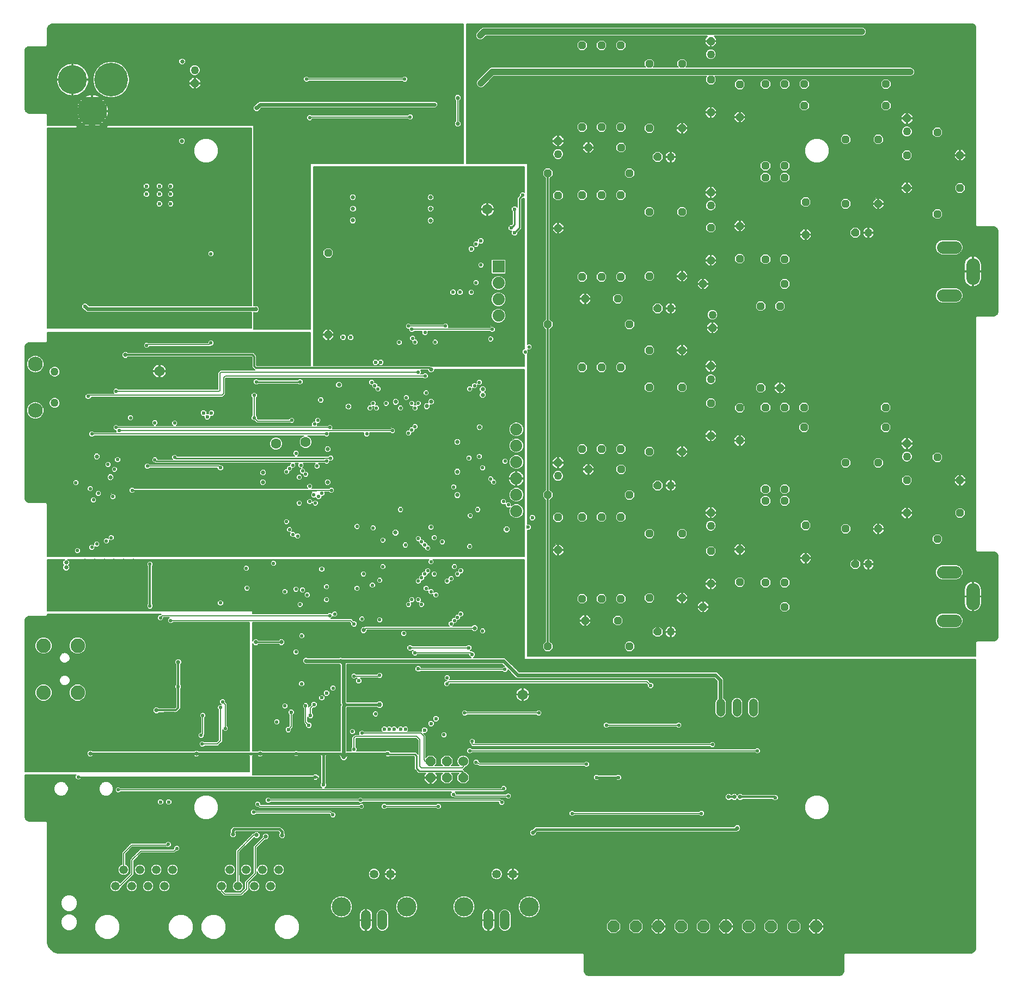
<source format=gbl>
G75*
%MOIN*%
%OFA0B0*%
%FSLAX24Y24*%
%IPPOS*%
%LPD*%
%AMOC8*
5,1,8,0,0,1.08239X$1,22.5*
%
%ADD10C,0.0531*%
%ADD11C,0.1181*%
%ADD12C,0.0886*%
%ADD13C,0.0600*%
%ADD14C,0.0525*%
%ADD15OC8,0.0709*%
%ADD16C,0.0540*%
%ADD17C,0.0600*%
%ADD18OC8,0.0600*%
%ADD19OC8,0.0480*%
%ADD20OC8,0.0500*%
%ADD21C,0.0500*%
%ADD22C,0.1772*%
%ADD23C,0.2067*%
%ADD24C,0.0740*%
%ADD25C,0.0827*%
%ADD26C,0.0768*%
%ADD27C,0.0906*%
%ADD28C,0.0502*%
%ADD29R,0.0740X0.0740*%
%ADD30C,0.0630*%
%ADD31C,0.0256*%
%ADD32C,0.0060*%
%ADD33C,0.0080*%
%ADD34C,0.0210*%
%ADD35C,0.0295*%
%ADD36C,0.0160*%
%ADD37C,0.0240*%
%ADD38C,0.0236*%
%ADD39C,0.0100*%
%ADD40C,0.0120*%
%ADD41C,0.0400*%
D10*
X021961Y015220D03*
X022961Y015220D03*
X029461Y015220D03*
X030461Y015220D03*
D11*
X031461Y013220D03*
X027461Y013220D03*
X023961Y013220D03*
X019961Y013220D03*
D12*
X003807Y026312D03*
X001720Y026312D03*
X001720Y029186D03*
X003807Y029186D03*
D13*
X021461Y012697D02*
X021461Y012097D01*
X022461Y012097D02*
X022461Y012697D01*
X028961Y012697D02*
X028961Y012097D01*
X029961Y012097D02*
X029961Y012697D01*
D14*
X016125Y015480D03*
X015625Y014480D03*
X015125Y015480D03*
X014125Y015480D03*
X013625Y014480D03*
X014625Y014480D03*
X013125Y015480D03*
X012625Y014480D03*
X009625Y015480D03*
X009125Y014480D03*
X008625Y015480D03*
X008125Y014480D03*
X007125Y014480D03*
X006625Y015480D03*
X007625Y015480D03*
X006125Y014480D03*
D15*
X036615Y011999D03*
X037993Y011999D03*
X039371Y011999D03*
X040749Y011999D03*
X042126Y011999D03*
X043504Y011999D03*
X044882Y011999D03*
X046260Y011999D03*
X047638Y011999D03*
X049016Y011999D03*
D16*
X045180Y025127D02*
X045180Y025667D01*
X044180Y025667D02*
X044180Y025127D01*
X043180Y025127D02*
X043180Y025667D01*
D17*
X027416Y022112D03*
D18*
X026416Y022112D03*
X025416Y022112D03*
X025416Y021112D03*
X026416Y021112D03*
X027416Y021112D03*
D19*
X032593Y029145D03*
X034881Y030720D03*
X034699Y032058D03*
X035881Y032058D03*
X037062Y032058D03*
X036881Y030720D03*
X037593Y029145D03*
X038818Y032098D03*
X040818Y032098D03*
X042102Y031552D03*
X042573Y032968D03*
X044345Y033066D03*
X045920Y033043D03*
X047101Y033043D03*
X047102Y031552D03*
X048381Y034543D03*
X048381Y036543D03*
X047101Y038043D03*
X047101Y038751D03*
X045920Y038751D03*
X045920Y038043D03*
X044345Y035066D03*
X042573Y034968D03*
X040818Y036035D03*
X038818Y036035D03*
X037062Y037058D03*
X035881Y037058D03*
X034699Y037058D03*
X033223Y037035D03*
X032593Y038397D03*
X035077Y039972D03*
X034699Y041212D03*
X035881Y041212D03*
X037062Y041212D03*
X037077Y039972D03*
X037593Y038397D03*
X038818Y041054D03*
X040818Y041054D03*
X042573Y042023D03*
X042573Y044023D03*
X044345Y043728D03*
X045920Y043751D03*
X047101Y043751D03*
X048281Y043750D03*
X048281Y042531D03*
X046806Y044952D03*
X045625Y044952D03*
X044345Y041728D03*
X040818Y044991D03*
X038818Y044991D03*
X037062Y046212D03*
X035881Y046212D03*
X034699Y046212D03*
X032593Y048830D03*
X034881Y050405D03*
X034699Y051743D03*
X035881Y051743D03*
X037062Y051743D03*
X036881Y050405D03*
X037593Y048830D03*
X038818Y047255D03*
X040818Y047255D03*
X042100Y051311D03*
X040818Y051783D03*
X038818Y051783D03*
X038818Y055720D03*
X040818Y055720D03*
X042573Y054751D03*
X044345Y054850D03*
X044345Y052850D03*
X045920Y052826D03*
X047101Y052826D03*
X047100Y051311D03*
X046806Y049952D03*
X045625Y049952D03*
X042573Y052751D03*
X045920Y057826D03*
X045920Y058535D03*
X047101Y058535D03*
X047101Y057826D03*
X048381Y056326D03*
X048381Y054326D03*
X050825Y056212D03*
X052825Y056212D03*
X054581Y057180D03*
X054581Y059180D03*
X056451Y060582D03*
X057829Y059180D03*
X057829Y057180D03*
X056451Y055582D03*
X052825Y060149D03*
X050825Y060149D03*
X053291Y062216D03*
X053291Y063535D03*
X048291Y063535D03*
X047101Y063535D03*
X045920Y063535D03*
X044345Y063511D03*
X042573Y063806D03*
X042573Y061806D03*
X044345Y061511D03*
X040818Y060838D03*
X038818Y060838D03*
X037062Y060897D03*
X035881Y060897D03*
X034699Y060897D03*
X035077Y059657D03*
X037077Y059657D03*
X037593Y058082D03*
X037062Y056743D03*
X035881Y056743D03*
X034699Y056743D03*
X033223Y056720D03*
X032593Y058082D03*
X033223Y054720D03*
X038818Y064775D03*
X040818Y064775D03*
X037062Y065897D03*
X035881Y065897D03*
X034699Y065897D03*
X048291Y062216D03*
X053281Y043750D03*
X053281Y042531D03*
X052825Y040365D03*
X050825Y040365D03*
X054581Y039298D03*
X056451Y040700D03*
X057829Y039298D03*
X057829Y037298D03*
X056451Y035700D03*
X054581Y037298D03*
X052825Y036330D03*
X050825Y036330D03*
X033223Y035035D03*
X019148Y048200D03*
X019148Y053200D03*
D20*
X010979Y063587D03*
X033223Y060057D03*
X039319Y059066D03*
X042573Y056907D03*
X039319Y049814D03*
X042672Y048627D03*
X042573Y046277D03*
X039319Y038987D03*
X042573Y037320D03*
X039319Y030031D03*
X033223Y040372D03*
X051425Y034165D03*
X054581Y041553D03*
X051425Y054440D03*
X054581Y061435D03*
X042573Y066159D03*
D21*
X042573Y065359D03*
X040119Y059066D03*
X042573Y056107D03*
X040119Y049814D03*
X042672Y049427D03*
X042573Y045477D03*
X040119Y038987D03*
X042573Y036520D03*
X040119Y030031D03*
X033223Y039572D03*
X033223Y059257D03*
X052225Y054440D03*
X054581Y060635D03*
X054581Y040753D03*
X052225Y034165D03*
X010979Y064387D03*
D22*
X004699Y061881D03*
X003499Y063810D03*
D23*
X005861Y063810D03*
D24*
X029581Y051373D03*
X029581Y050373D03*
X029581Y049373D03*
X030664Y042413D03*
X030664Y041413D03*
X030664Y040413D03*
X030664Y039413D03*
X030664Y038413D03*
X030664Y037413D03*
D25*
X058617Y032609D02*
X058617Y031783D01*
X058617Y051665D02*
X058617Y052491D01*
D26*
X057544Y053554D02*
X056776Y053554D01*
X056776Y050602D02*
X057544Y050602D01*
X057544Y033672D02*
X056776Y033672D01*
X056776Y030720D02*
X057544Y030720D01*
D27*
X001211Y043574D03*
X001211Y046409D03*
D28*
X002392Y045946D03*
X002392Y044037D03*
D29*
X029581Y052373D03*
D30*
X028892Y055867D03*
X017770Y041645D03*
X015949Y041546D03*
X008814Y045976D03*
X031058Y026192D03*
D31*
X032560Y026674D03*
X033509Y024329D03*
X034838Y026704D03*
X037795Y026043D03*
X037795Y024074D03*
X037851Y020086D03*
X037997Y019361D03*
X036566Y019382D03*
X034342Y020126D03*
X032767Y021388D03*
X030539Y021243D03*
X031536Y018939D03*
X031685Y017747D03*
X031182Y017632D03*
X029006Y017639D03*
X025984Y016988D03*
X022888Y017054D03*
X020329Y017448D03*
X018098Y017124D03*
X016325Y017587D03*
X015325Y017517D03*
X014765Y017597D03*
X013322Y017637D03*
X013458Y019234D03*
X012768Y020744D03*
X012672Y021877D03*
X013853Y021877D03*
X014986Y021639D03*
X014980Y022587D03*
X016115Y023057D03*
X018048Y022223D03*
X020101Y022367D03*
X020299Y021124D03*
X021917Y020746D03*
X023534Y020814D03*
X023817Y021156D03*
X024315Y023175D03*
X022303Y024648D03*
X021484Y024243D03*
X021628Y026251D03*
X022356Y027046D03*
X019906Y028257D03*
X020059Y030164D03*
X021314Y030129D03*
X021669Y029774D03*
X017802Y028257D03*
X017126Y027027D03*
X016250Y027617D03*
X016272Y029397D03*
X016951Y030330D03*
X014722Y029397D03*
X014076Y028888D03*
X014076Y027510D03*
X012444Y027627D03*
X012502Y028888D03*
X012502Y030266D03*
X014076Y030266D03*
X014175Y032032D03*
X014362Y033280D03*
X011961Y034247D03*
X010484Y034345D03*
X010484Y033951D03*
X010054Y032913D03*
X009081Y032901D03*
X010050Y031750D03*
X010730Y030266D03*
X010730Y028888D03*
X009968Y028184D03*
X010730Y027313D03*
X008628Y025229D03*
X007893Y027026D03*
X006118Y027894D03*
X005895Y026937D03*
X005632Y026005D03*
X006552Y024715D03*
X004585Y022587D03*
X002352Y024969D03*
X002352Y025559D03*
X002771Y029715D03*
X002771Y030208D03*
X002771Y030700D03*
X002191Y031716D03*
X002191Y032504D03*
X002191Y033291D03*
X002191Y034078D03*
X003105Y033968D03*
X003105Y034263D03*
X004258Y034374D03*
X004258Y033881D03*
X004258Y033389D03*
X004258Y032897D03*
X004848Y032897D03*
X004848Y033389D03*
X004848Y033881D03*
X004848Y034374D03*
X005439Y034374D03*
X005439Y033881D03*
X005439Y033389D03*
X005439Y032897D03*
X005439Y032405D03*
X006029Y032405D03*
X006029Y032897D03*
X006029Y033389D03*
X006029Y033881D03*
X006029Y034374D03*
X006620Y034374D03*
X006620Y033881D03*
X006620Y033389D03*
X006620Y032897D03*
X006620Y032405D03*
X007210Y032405D03*
X007210Y032897D03*
X007210Y033389D03*
X007210Y033881D03*
X007210Y034374D03*
X006915Y036096D03*
X008490Y036096D03*
X010065Y036096D03*
X011640Y036096D03*
X013411Y036096D03*
X014275Y036546D03*
X015183Y036096D03*
X017341Y034236D03*
X017177Y033262D03*
X020229Y033755D03*
X023282Y035165D03*
X023271Y036098D03*
X022831Y037555D03*
X020567Y039277D03*
X019114Y039185D03*
X018106Y039228D03*
X018029Y041050D03*
X019114Y041203D03*
X020301Y043232D03*
X020393Y043811D03*
X020006Y044413D03*
X019811Y045138D03*
X018825Y045151D03*
X018923Y046811D03*
X018923Y047501D03*
X019801Y047198D03*
X020729Y045456D03*
X021279Y044782D03*
X022991Y043771D03*
X023280Y044100D03*
X023277Y044610D03*
X023343Y046580D03*
X025045Y046506D03*
X025447Y046074D03*
X026076Y046387D03*
X026813Y045706D03*
X027108Y046395D03*
X026768Y047736D03*
X027604Y048868D03*
X028884Y048868D03*
X030163Y048868D03*
X030163Y050246D03*
X028884Y050246D03*
X027604Y050246D03*
X026325Y050345D03*
X026030Y051132D03*
X026226Y053002D03*
X027604Y053002D03*
X028884Y053002D03*
X030163Y053002D03*
X030163Y051624D03*
X028884Y051624D03*
X027604Y051624D03*
X027020Y055202D03*
X027003Y055922D03*
X028195Y056545D03*
X028195Y057726D03*
X029671Y057726D03*
X029671Y056545D03*
X029671Y055266D03*
X028195Y055266D03*
X025417Y055188D03*
X025417Y055917D03*
X025417Y056606D03*
X023766Y056644D03*
X023766Y055266D03*
X023520Y053839D03*
X024209Y053839D03*
X024209Y053051D03*
X023520Y053051D03*
X021652Y054601D03*
X022341Y055192D03*
X022337Y055912D03*
X020666Y055909D03*
X020655Y056617D03*
X020657Y055200D03*
X018746Y055167D03*
X018746Y053789D03*
X017368Y053888D03*
X016285Y053888D03*
X016285Y055463D03*
X017368Y055463D03*
X017368Y057037D03*
X016285Y057037D03*
X016285Y058612D03*
X017368Y058612D03*
X018352Y058908D03*
X018352Y059400D03*
X018451Y060187D03*
X017368Y060187D03*
X016285Y060187D03*
X016285Y061663D03*
X017368Y061663D03*
X017368Y063140D03*
X018451Y063140D03*
X016285Y063140D03*
X014768Y062068D03*
X014317Y063140D03*
X013136Y063140D03*
X013136Y061959D03*
X011955Y061959D03*
X010774Y061959D03*
X010192Y060050D03*
X010369Y057166D03*
X010667Y057166D03*
X010585Y054932D03*
X010585Y054539D03*
X010192Y054539D03*
X010192Y054932D03*
X009798Y054932D03*
X009798Y054539D03*
X009798Y054145D03*
X010192Y054145D03*
X010585Y054145D03*
X010979Y054145D03*
X010979Y054539D03*
X010979Y054932D03*
X010510Y052962D03*
X010100Y052964D03*
X008814Y053161D03*
X008814Y053554D03*
X008814Y053948D03*
X008814Y054342D03*
X008420Y054342D03*
X008026Y054342D03*
X007633Y054342D03*
X007633Y053948D03*
X008026Y053948D03*
X008026Y053554D03*
X008026Y053161D03*
X007633Y053161D03*
X007633Y053554D03*
X007239Y053161D03*
X006845Y053161D03*
X008420Y053161D03*
X008420Y053554D03*
X008420Y053948D03*
X003597Y054539D03*
X003203Y054539D03*
X003203Y055031D03*
X003203Y054046D03*
X003014Y050405D03*
X006735Y046967D03*
X007802Y045083D03*
X008688Y044197D03*
X009574Y045083D03*
X010558Y044197D03*
X011345Y045083D03*
X011936Y044099D03*
X013314Y045083D03*
X015593Y046439D03*
X016085Y046439D03*
X016577Y046439D03*
X017069Y046439D03*
X017561Y046439D03*
X017561Y047030D03*
X017069Y047030D03*
X016577Y047030D03*
X016085Y047030D03*
X015593Y047030D03*
X015593Y047620D03*
X016085Y047620D03*
X016577Y047620D03*
X017069Y047620D03*
X017561Y047620D03*
X017561Y048211D03*
X017069Y048211D03*
X016577Y048211D03*
X016085Y048211D03*
X015593Y048211D03*
X015593Y048802D03*
X016085Y048802D03*
X016577Y048802D03*
X017069Y048802D03*
X017561Y048802D03*
X017561Y049392D03*
X017069Y049392D03*
X016577Y049392D03*
X016085Y049392D03*
X015593Y049392D03*
X014805Y049392D03*
X014719Y049765D03*
X014805Y048802D03*
X014805Y048211D03*
X014805Y047620D03*
X016154Y050140D03*
X016440Y050805D03*
X016285Y052313D03*
X017368Y052313D03*
X020468Y052817D03*
X020483Y050960D03*
X021197Y050306D03*
X021667Y048846D03*
X025447Y044106D03*
X025180Y043830D03*
X025050Y042592D03*
X026600Y042937D03*
X026600Y043626D03*
X027388Y043921D03*
X028175Y043626D03*
X028569Y043626D03*
X028609Y044518D03*
X028609Y044873D03*
X030360Y044704D03*
X028412Y042549D03*
X028147Y041650D03*
X027388Y042149D03*
X027057Y041647D03*
X026748Y041313D03*
X027057Y039826D03*
X026753Y039518D03*
X027057Y038399D03*
X028098Y038557D03*
X027469Y037263D03*
X027469Y036968D03*
X025588Y038557D03*
X028098Y039681D03*
X030084Y037219D03*
X030076Y036298D03*
X030931Y034866D03*
X030931Y034226D03*
X030118Y030964D03*
X028110Y030261D03*
X026409Y026544D03*
X027282Y025822D03*
X026796Y024626D03*
X027071Y023175D03*
X028783Y024120D03*
X029482Y023520D03*
X030270Y023520D03*
X036221Y016594D03*
X038386Y016594D03*
X039961Y016594D03*
X041437Y016594D03*
X043172Y018941D03*
X043663Y019931D03*
X044022Y019931D03*
X044362Y019931D03*
X045950Y018916D03*
X044195Y018027D03*
X043701Y016594D03*
X046260Y016594D03*
X046464Y021694D03*
X043645Y021718D03*
X039879Y019922D03*
X018215Y024605D03*
X017261Y020064D03*
X012672Y023058D03*
X012323Y023526D03*
X011075Y022587D03*
X007908Y020754D03*
X004893Y017754D03*
X002478Y017744D03*
X005122Y030021D03*
X005439Y031618D03*
X006029Y031618D03*
X004258Y031519D03*
X004356Y036096D03*
X004356Y037819D03*
X004356Y039295D03*
X004839Y039481D03*
X005815Y039490D03*
X004981Y040757D03*
X004356Y040771D03*
X005340Y041854D03*
X006818Y044197D03*
X003093Y045095D03*
X002849Y044472D03*
X014986Y041756D03*
X014986Y041214D03*
X015159Y039773D03*
X015149Y039183D03*
X016127Y039196D03*
X016127Y039762D03*
X018746Y056545D03*
X022781Y058908D03*
X023274Y058908D03*
X027112Y060433D03*
X027080Y061113D03*
X027080Y062688D03*
X026432Y063495D03*
X026038Y063495D03*
X027729Y063564D03*
X027729Y063860D03*
X028055Y063860D03*
X028055Y063564D03*
X028499Y063594D03*
X028696Y063791D03*
X031142Y062592D03*
X033223Y064283D03*
X033617Y064283D03*
X034010Y064283D03*
X031142Y065742D03*
X028686Y066749D03*
X028461Y066508D03*
X028072Y066716D03*
X028072Y067011D03*
X027737Y067011D03*
X027737Y066716D03*
X026386Y066227D03*
X025992Y066227D03*
X023963Y063238D03*
X022191Y063238D03*
X020813Y063238D03*
X010205Y064917D03*
X038932Y066743D03*
X039325Y066743D03*
X039719Y066743D03*
X051038Y066743D03*
X051432Y066743D03*
X051825Y066743D03*
X053991Y064283D03*
X054384Y064283D03*
X054778Y064283D03*
D32*
X002588Y010385D02*
X002364Y010458D01*
X002174Y010596D01*
X002036Y010786D01*
X001963Y011010D01*
X001954Y011128D01*
X001954Y018371D01*
X001879Y018447D01*
X000888Y018447D01*
X000827Y018453D01*
X000714Y018499D01*
X000628Y018585D01*
X000582Y018697D01*
X011201Y018697D01*
X011238Y018659D02*
X011517Y018544D01*
X011819Y018544D01*
X012098Y018659D01*
X012311Y018873D01*
X014439Y018873D01*
X014391Y018921D02*
X014499Y018813D01*
X014652Y018813D01*
X014717Y018878D01*
X019226Y018878D01*
X019248Y018856D01*
X019248Y018764D01*
X019356Y018656D01*
X019509Y018656D01*
X019617Y018764D01*
X019617Y018917D01*
X019509Y019024D01*
X019417Y019024D01*
X019325Y019116D01*
X014717Y019116D01*
X014652Y019181D01*
X014499Y019181D01*
X014391Y019074D01*
X014391Y018921D01*
X014391Y018931D02*
X012335Y018931D01*
X012311Y018873D02*
X012426Y019152D01*
X012426Y019453D01*
X012311Y019732D01*
X012098Y019945D01*
X011819Y020061D01*
X011517Y020061D01*
X011238Y019945D01*
X011025Y019732D01*
X010910Y019453D01*
X010910Y019152D01*
X011025Y018873D01*
X000576Y018873D01*
X000576Y018931D02*
X011001Y018931D01*
X011025Y018873D02*
X011238Y018659D01*
X011288Y018639D02*
X000606Y018639D01*
X000582Y018697D02*
X000576Y018758D01*
X000576Y021271D01*
X003708Y021271D01*
X003671Y021234D01*
X003671Y021081D01*
X003779Y020973D01*
X003931Y020973D01*
X003986Y021028D01*
X018211Y021028D01*
X018279Y020960D01*
X018443Y020960D01*
X018511Y021028D01*
X018545Y021028D01*
X018621Y021104D01*
X018621Y021211D01*
X018545Y021286D01*
X018511Y021286D01*
X018443Y021355D01*
X018279Y021355D01*
X018211Y021286D01*
X014522Y021286D01*
X014522Y022428D01*
X014846Y022428D01*
X014894Y022380D01*
X015066Y022380D01*
X015114Y022428D01*
X017078Y022428D01*
X017103Y022403D01*
X017256Y022403D01*
X017281Y022428D01*
X018686Y022428D01*
X018686Y020787D01*
X018648Y020749D01*
X018648Y020586D01*
X018747Y020486D01*
X006436Y020486D01*
X006371Y020551D01*
X006219Y020551D01*
X006111Y020444D01*
X006111Y020291D01*
X006219Y020183D01*
X006371Y020183D01*
X006436Y020248D01*
X026704Y020248D01*
X026622Y020166D01*
X026622Y020013D01*
X026729Y019906D01*
X026821Y019906D01*
X026855Y019872D01*
X030031Y019872D01*
X030096Y019807D01*
X030248Y019807D01*
X030356Y019915D01*
X030356Y020068D01*
X030248Y020176D01*
X030096Y020176D01*
X030031Y020111D01*
X026990Y020111D01*
X026990Y020166D01*
X026908Y020248D01*
X029863Y020248D01*
X029878Y020263D01*
X029970Y020263D01*
X030078Y020371D01*
X030078Y020524D01*
X029970Y020632D01*
X029818Y020632D01*
X029710Y020524D01*
X029710Y020486D01*
X018944Y020486D01*
X019043Y020586D01*
X019043Y020749D01*
X019005Y020787D01*
X019005Y022428D01*
X019815Y022428D01*
X019894Y022349D01*
X019894Y022281D01*
X020016Y022160D01*
X020187Y022160D01*
X020309Y022281D01*
X020309Y022349D01*
X020387Y022428D01*
X022670Y022428D01*
X022708Y022390D01*
X022872Y022390D01*
X022903Y022421D01*
X024410Y022421D01*
X024432Y022398D01*
X024432Y021611D01*
X024508Y021535D01*
X024656Y021388D01*
X025114Y021388D01*
X025007Y021281D01*
X025007Y021142D01*
X025386Y021142D01*
X025386Y021082D01*
X025007Y021082D01*
X025007Y020943D01*
X025247Y020703D01*
X025386Y020703D01*
X025386Y021082D01*
X025446Y021082D01*
X025446Y021142D01*
X025825Y021142D01*
X025825Y021281D01*
X025718Y021388D01*
X026156Y021388D01*
X026037Y021269D01*
X026037Y020955D01*
X026259Y020733D01*
X026573Y020733D01*
X026795Y020955D01*
X026795Y021269D01*
X026676Y021388D01*
X027156Y021388D01*
X027037Y021269D01*
X027037Y020955D01*
X027259Y020733D01*
X027573Y020733D01*
X027795Y020955D01*
X027795Y021269D01*
X027573Y021491D01*
X027526Y021491D01*
X027447Y021570D01*
X027419Y021598D01*
X027465Y021644D01*
X027535Y021714D01*
X027535Y021751D01*
X027631Y021790D01*
X027738Y021897D01*
X027795Y022036D01*
X027795Y022187D01*
X027738Y022327D01*
X027631Y022433D01*
X027491Y022491D01*
X027341Y022491D01*
X027201Y022433D01*
X027095Y022327D01*
X027037Y022187D01*
X027037Y022036D01*
X027095Y021897D01*
X027159Y021833D01*
X026673Y021833D01*
X026795Y021955D01*
X026795Y022269D01*
X026573Y022491D01*
X026259Y022491D01*
X026037Y022269D01*
X026037Y021955D01*
X026159Y021833D01*
X025673Y021833D01*
X025795Y021955D01*
X025795Y022269D01*
X025573Y022491D01*
X025259Y022491D01*
X025124Y022356D01*
X025124Y023682D01*
X025054Y023752D01*
X024984Y023822D01*
X025128Y023822D01*
X025244Y023938D01*
X025244Y024101D01*
X025128Y024217D01*
X024965Y024217D01*
X024849Y024101D01*
X024849Y023949D01*
X024025Y023949D01*
X024070Y023994D01*
X024070Y024158D01*
X023954Y024273D01*
X023791Y024273D01*
X023725Y024207D01*
X023659Y024273D01*
X023496Y024273D01*
X023381Y024158D01*
X023265Y024273D01*
X023102Y024273D01*
X023036Y024207D01*
X022970Y024273D01*
X022807Y024273D01*
X022741Y024207D01*
X022675Y024273D01*
X022511Y024273D01*
X022396Y024158D01*
X022396Y023994D01*
X022441Y023949D01*
X021356Y023949D01*
X021291Y024014D01*
X021139Y024014D01*
X021031Y023906D01*
X021031Y023754D01*
X021032Y023752D01*
X020772Y023752D01*
X020702Y023682D01*
X020604Y023584D01*
X020604Y022987D01*
X020539Y022922D01*
X020539Y022769D01*
X020562Y022746D01*
X020301Y022746D01*
X020301Y025416D01*
X022137Y025416D01*
X022205Y025348D01*
X022393Y025348D01*
X022526Y025481D01*
X022526Y025669D01*
X022393Y025802D01*
X022205Y025802D01*
X022137Y025734D01*
X020301Y025734D01*
X020301Y028058D01*
X029796Y028058D01*
X029941Y027913D01*
X029889Y027913D01*
X029824Y027848D01*
X024857Y027848D01*
X024857Y027849D01*
X024742Y027964D01*
X024578Y027964D01*
X024463Y027849D01*
X024463Y027685D01*
X024578Y027570D01*
X024742Y027570D01*
X024782Y027610D01*
X029824Y027610D01*
X029889Y027545D01*
X030042Y027545D01*
X030150Y027653D01*
X030150Y027704D01*
X030563Y027291D01*
X030680Y027174D01*
X042786Y027174D01*
X042965Y026995D01*
X042965Y025946D01*
X042884Y025865D01*
X042831Y025737D01*
X042831Y025058D01*
X042884Y024929D01*
X042982Y024831D01*
X043111Y024778D01*
X043250Y024778D01*
X043378Y024831D01*
X043476Y024929D01*
X043529Y025058D01*
X043529Y025737D01*
X043476Y025865D01*
X043378Y025963D01*
X043363Y025969D01*
X043363Y027160D01*
X043247Y027277D01*
X042951Y027572D01*
X030845Y027572D01*
X029961Y028456D01*
X028040Y028456D01*
X028155Y028571D01*
X028155Y028734D01*
X028039Y028850D01*
X027988Y028850D01*
X027973Y028855D01*
X027957Y028870D01*
X027927Y028870D01*
X027899Y028880D01*
X027880Y028870D01*
X027863Y028870D01*
X027958Y028965D01*
X027958Y029128D01*
X027842Y029244D01*
X027679Y029244D01*
X027601Y029166D01*
X024328Y029166D01*
X024250Y029244D01*
X024086Y029244D01*
X023971Y029128D01*
X023971Y028965D01*
X024086Y028849D01*
X024250Y028849D01*
X024328Y028927D01*
X024360Y028927D01*
X024266Y028833D01*
X024266Y028669D01*
X024381Y028554D01*
X024545Y028554D01*
X024623Y028632D01*
X027760Y028632D01*
X027760Y028571D01*
X027875Y028456D01*
X020000Y028456D01*
X019992Y028464D01*
X019820Y028464D01*
X019812Y028456D01*
X017896Y028456D01*
X017888Y028464D01*
X017716Y028464D01*
X017595Y028343D01*
X017595Y028171D01*
X017716Y028050D01*
X017888Y028050D01*
X017896Y028058D01*
X019812Y028058D01*
X019820Y028050D01*
X019832Y028050D01*
X019902Y027980D01*
X019902Y025613D01*
X019940Y025575D01*
X019902Y025538D01*
X019902Y022746D01*
X017281Y022746D01*
X017256Y022771D01*
X017103Y022771D01*
X017078Y022746D01*
X015114Y022746D01*
X015066Y022794D01*
X014894Y022794D01*
X014846Y022746D01*
X014522Y022746D01*
X014522Y029304D01*
X014637Y029190D01*
X014808Y029190D01*
X014886Y029268D01*
X016109Y029268D01*
X016187Y029190D01*
X016358Y029190D01*
X016480Y029311D01*
X016480Y029483D01*
X016358Y029604D01*
X016187Y029604D01*
X016109Y029526D01*
X014886Y029526D01*
X014808Y029604D01*
X014637Y029604D01*
X014522Y029490D01*
X014522Y030600D01*
X020478Y030600D01*
X020527Y030552D01*
X020527Y030441D01*
X020642Y030326D01*
X020806Y030326D01*
X020921Y030441D01*
X020921Y030605D01*
X020806Y030720D01*
X020695Y030720D01*
X020576Y030839D01*
X019331Y030839D01*
X019431Y030939D01*
X019431Y030964D01*
X019466Y030929D01*
X019618Y030929D01*
X019726Y031037D01*
X019726Y031190D01*
X019618Y031298D01*
X019466Y031298D01*
X019358Y031190D01*
X019358Y031164D01*
X019323Y031199D01*
X019170Y031199D01*
X019105Y031134D01*
X014522Y031134D01*
X014522Y031310D01*
X001954Y031310D01*
X001954Y034460D01*
X003009Y034460D01*
X002898Y034349D01*
X002898Y034177D01*
X002960Y034115D01*
X002898Y034054D01*
X002898Y033882D01*
X003019Y033761D01*
X003191Y033761D01*
X003312Y033882D01*
X003312Y034054D01*
X003250Y034115D01*
X003312Y034177D01*
X003312Y034349D01*
X003201Y034460D01*
X025335Y034460D01*
X025263Y034389D01*
X025263Y034236D01*
X025371Y034128D01*
X025524Y034128D01*
X025632Y034236D01*
X025632Y034389D01*
X025560Y034460D01*
X031156Y034460D01*
X031156Y028357D01*
X058784Y028357D01*
X058784Y010687D01*
X058778Y010627D01*
X058731Y010514D01*
X058645Y010428D01*
X058533Y010382D01*
X058472Y010376D01*
X050788Y010376D01*
X050713Y010300D01*
X050713Y009309D01*
X050707Y009249D01*
X050660Y009136D01*
X050574Y009050D01*
X050462Y009004D01*
X050401Y008998D01*
X035140Y008998D01*
X035079Y009004D01*
X034966Y009050D01*
X034880Y009136D01*
X034834Y009249D01*
X034828Y009309D01*
X034828Y010300D01*
X034753Y010376D01*
X002706Y010376D01*
X002588Y010385D01*
X002572Y010390D02*
X058554Y010390D01*
X058666Y010449D02*
X002392Y010449D01*
X002296Y010507D02*
X058724Y010507D01*
X058752Y010566D02*
X002216Y010566D01*
X002153Y010624D02*
X058777Y010624D01*
X058783Y010683D02*
X002111Y010683D01*
X002068Y010741D02*
X058784Y010741D01*
X058784Y010800D02*
X002031Y010800D01*
X002012Y010858D02*
X058784Y010858D01*
X058784Y010917D02*
X001993Y010917D01*
X001974Y010975D02*
X058784Y010975D01*
X058784Y011034D02*
X001961Y011034D01*
X001957Y011092D02*
X058784Y011092D01*
X058784Y011151D02*
X001954Y011151D01*
X001954Y011209D02*
X058784Y011209D01*
X058784Y011268D02*
X016915Y011268D01*
X016778Y011211D02*
X017061Y011328D01*
X017277Y011544D01*
X017394Y011827D01*
X017394Y012132D01*
X017277Y012415D01*
X017061Y012631D01*
X016778Y012748D01*
X016473Y012748D01*
X016190Y012631D01*
X015974Y012415D01*
X015857Y012132D01*
X015857Y011827D01*
X015974Y011544D01*
X016190Y011328D01*
X016473Y011211D01*
X016778Y011211D01*
X017056Y011326D02*
X058784Y011326D01*
X058784Y011385D02*
X017117Y011385D01*
X017176Y011443D02*
X058784Y011443D01*
X058784Y011502D02*
X017234Y011502D01*
X017284Y011560D02*
X039155Y011560D01*
X039179Y011536D02*
X038907Y011807D01*
X038907Y011969D01*
X039341Y011969D01*
X039401Y011969D01*
X039401Y012029D01*
X039834Y012029D01*
X039834Y012191D01*
X039562Y012462D01*
X039401Y012462D01*
X039401Y012029D01*
X039341Y012029D01*
X039341Y012462D01*
X039179Y012462D01*
X038907Y012191D01*
X038907Y012029D01*
X039341Y012029D01*
X039341Y011969D01*
X039341Y011536D01*
X039179Y011536D01*
X039096Y011619D02*
X038225Y011619D01*
X038172Y011566D02*
X038426Y011820D01*
X038426Y012179D01*
X038172Y012433D01*
X037813Y012433D01*
X037559Y012179D01*
X037559Y011820D01*
X037813Y011566D01*
X038172Y011566D01*
X038284Y011677D02*
X039038Y011677D01*
X038979Y011736D02*
X038342Y011736D01*
X038401Y011794D02*
X038921Y011794D01*
X038907Y011853D02*
X038426Y011853D01*
X038426Y011911D02*
X038907Y011911D01*
X038907Y012087D02*
X038426Y012087D01*
X038426Y012145D02*
X038907Y012145D01*
X038920Y012204D02*
X038401Y012204D01*
X038343Y012262D02*
X038979Y012262D01*
X039037Y012321D02*
X038284Y012321D01*
X038226Y012379D02*
X039096Y012379D01*
X039154Y012438D02*
X030340Y012438D01*
X030340Y012496D02*
X058784Y012496D01*
X058784Y012438D02*
X049233Y012438D01*
X049208Y012462D02*
X049046Y012462D01*
X049046Y012029D01*
X049479Y012029D01*
X049479Y012191D01*
X049208Y012462D01*
X049291Y012379D02*
X058784Y012379D01*
X058784Y012321D02*
X049350Y012321D01*
X049408Y012262D02*
X058784Y012262D01*
X058784Y012204D02*
X049467Y012204D01*
X049479Y012145D02*
X058784Y012145D01*
X058784Y012087D02*
X049479Y012087D01*
X049479Y011969D02*
X049046Y011969D01*
X049046Y011536D01*
X049208Y011536D01*
X049479Y011807D01*
X049479Y011969D01*
X049479Y011911D02*
X058784Y011911D01*
X058784Y011853D02*
X049479Y011853D01*
X049466Y011794D02*
X058784Y011794D01*
X058784Y011736D02*
X049408Y011736D01*
X049349Y011677D02*
X058784Y011677D01*
X058784Y011619D02*
X049291Y011619D01*
X049232Y011560D02*
X058784Y011560D01*
X058784Y011970D02*
X049046Y011970D01*
X049046Y011969D02*
X049046Y012029D01*
X048986Y012029D01*
X048986Y011969D01*
X049046Y011969D01*
X049046Y011911D02*
X048986Y011911D01*
X048986Y011853D02*
X049046Y011853D01*
X049046Y011794D02*
X048986Y011794D01*
X048986Y011736D02*
X049046Y011736D01*
X049046Y011677D02*
X048986Y011677D01*
X048986Y011619D02*
X049046Y011619D01*
X049046Y011560D02*
X048986Y011560D01*
X048986Y011536D02*
X048986Y011969D01*
X048553Y011969D01*
X048553Y011807D01*
X048824Y011536D01*
X048986Y011536D01*
X048800Y011560D02*
X043720Y011560D01*
X043696Y011536D02*
X043967Y011807D01*
X043967Y011969D01*
X043534Y011969D01*
X043534Y011536D01*
X043696Y011536D01*
X043779Y011619D02*
X044650Y011619D01*
X044703Y011566D02*
X045062Y011566D01*
X045316Y011820D01*
X045316Y012179D01*
X045062Y012433D01*
X044703Y012433D01*
X044449Y012179D01*
X044449Y011820D01*
X044703Y011566D01*
X044591Y011677D02*
X043837Y011677D01*
X043896Y011736D02*
X044533Y011736D01*
X044474Y011794D02*
X043954Y011794D01*
X043967Y011853D02*
X044449Y011853D01*
X044449Y011911D02*
X043967Y011911D01*
X043967Y012029D02*
X043967Y012191D01*
X043696Y012462D01*
X043534Y012462D01*
X043534Y012029D01*
X043474Y012029D01*
X043474Y011969D01*
X043041Y011969D01*
X043041Y011807D01*
X043313Y011536D01*
X043474Y011536D01*
X043474Y011969D01*
X043534Y011969D01*
X043534Y012029D01*
X043967Y012029D01*
X043967Y012087D02*
X044449Y012087D01*
X044449Y012145D02*
X043967Y012145D01*
X043955Y012204D02*
X044474Y012204D01*
X044532Y012262D02*
X043896Y012262D01*
X043838Y012321D02*
X044591Y012321D01*
X044649Y012379D02*
X043779Y012379D01*
X043721Y012438D02*
X048800Y012438D01*
X048824Y012462D02*
X048553Y012191D01*
X048553Y012029D01*
X048986Y012029D01*
X048986Y012462D01*
X048824Y012462D01*
X048741Y012379D02*
X047871Y012379D01*
X047818Y012433D02*
X048072Y012179D01*
X048072Y011820D01*
X047818Y011566D01*
X047459Y011566D01*
X047205Y011820D01*
X047205Y012179D01*
X047459Y012433D01*
X047818Y012433D01*
X047930Y012321D02*
X048683Y012321D01*
X048624Y012262D02*
X047988Y012262D01*
X048047Y012204D02*
X048566Y012204D01*
X048553Y012145D02*
X048072Y012145D01*
X048072Y012087D02*
X048553Y012087D01*
X048553Y011911D02*
X048072Y011911D01*
X048072Y011853D02*
X048553Y011853D01*
X048566Y011794D02*
X048046Y011794D01*
X047988Y011736D02*
X048625Y011736D01*
X048683Y011677D02*
X047929Y011677D01*
X047871Y011619D02*
X048742Y011619D01*
X048986Y011970D02*
X048072Y011970D01*
X048072Y012028D02*
X048986Y012028D01*
X048986Y012087D02*
X049046Y012087D01*
X049046Y012145D02*
X048986Y012145D01*
X048986Y012204D02*
X049046Y012204D01*
X049046Y012262D02*
X048986Y012262D01*
X048986Y012321D02*
X049046Y012321D01*
X049046Y012379D02*
X048986Y012379D01*
X048986Y012438D02*
X049046Y012438D01*
X049046Y012028D02*
X058784Y012028D01*
X058784Y012555D02*
X031606Y012555D01*
X031594Y012550D02*
X031841Y012652D01*
X032029Y012840D01*
X032131Y013086D01*
X032131Y013353D01*
X032029Y013599D01*
X031841Y013787D01*
X031594Y013889D01*
X031328Y013889D01*
X031082Y013787D01*
X030893Y013599D01*
X030791Y013353D01*
X030791Y013086D01*
X030893Y012840D01*
X031082Y012652D01*
X031328Y012550D01*
X031594Y012550D01*
X031748Y012613D02*
X058784Y012613D01*
X058784Y012672D02*
X031861Y012672D01*
X031919Y012730D02*
X058784Y012730D01*
X058784Y012789D02*
X031978Y012789D01*
X032032Y012847D02*
X058784Y012847D01*
X058784Y012906D02*
X032056Y012906D01*
X032080Y012964D02*
X058784Y012964D01*
X058784Y013023D02*
X032105Y013023D01*
X032129Y013081D02*
X058784Y013081D01*
X058784Y013140D02*
X032131Y013140D01*
X032131Y013198D02*
X058784Y013198D01*
X058784Y013257D02*
X032131Y013257D01*
X032131Y013315D02*
X058784Y013315D01*
X058784Y013374D02*
X032122Y013374D01*
X032098Y013432D02*
X058784Y013432D01*
X058784Y013491D02*
X032074Y013491D01*
X032050Y013549D02*
X058784Y013549D01*
X058784Y013608D02*
X032020Y013608D01*
X031962Y013666D02*
X058784Y013666D01*
X058784Y013725D02*
X031903Y013725D01*
X031845Y013783D02*
X058784Y013783D01*
X058784Y013842D02*
X031709Y013842D01*
X031213Y013842D02*
X027709Y013842D01*
X027594Y013889D02*
X027328Y013889D01*
X027082Y013787D01*
X026893Y013599D01*
X026791Y013353D01*
X026791Y013086D01*
X026893Y012840D01*
X027082Y012652D01*
X027328Y012550D01*
X027594Y012550D01*
X027841Y012652D01*
X028029Y012840D01*
X028131Y013086D01*
X028131Y013353D01*
X028029Y013599D01*
X027841Y013787D01*
X027594Y013889D01*
X027845Y013783D02*
X031078Y013783D01*
X031019Y013725D02*
X027903Y013725D01*
X027962Y013666D02*
X030961Y013666D01*
X030902Y013608D02*
X028020Y013608D01*
X028050Y013549D02*
X030873Y013549D01*
X030849Y013491D02*
X028074Y013491D01*
X028098Y013432D02*
X030824Y013432D01*
X030800Y013374D02*
X028122Y013374D01*
X028131Y013315D02*
X030791Y013315D01*
X030791Y013257D02*
X028131Y013257D01*
X028131Y013198D02*
X030791Y013198D01*
X030791Y013140D02*
X028131Y013140D01*
X028129Y013081D02*
X028821Y013081D01*
X028804Y013076D02*
X028747Y013047D01*
X028695Y013009D01*
X028649Y012964D01*
X028612Y012911D01*
X028582Y012854D01*
X028563Y012793D01*
X028553Y012729D01*
X028553Y012427D01*
X028931Y012427D01*
X028931Y012367D01*
X028991Y012367D01*
X028991Y011689D01*
X028993Y011689D01*
X029057Y011699D01*
X029118Y011718D01*
X029175Y011748D01*
X029228Y011785D01*
X029273Y011831D01*
X029311Y011883D01*
X029340Y011940D01*
X029360Y012002D01*
X029370Y012065D01*
X029370Y012367D01*
X028991Y012367D01*
X028991Y012427D01*
X029370Y012427D01*
X029370Y012729D01*
X029360Y012793D01*
X029340Y012854D01*
X029311Y012911D01*
X029273Y012964D01*
X029228Y013009D01*
X029175Y013047D01*
X029118Y013076D01*
X029057Y013096D01*
X028993Y013106D01*
X028991Y013106D01*
X028991Y012427D01*
X028931Y012427D01*
X028931Y013106D01*
X028929Y013106D01*
X028866Y013096D01*
X028804Y013076D01*
X028714Y013023D02*
X028105Y013023D01*
X028080Y012964D02*
X028650Y012964D01*
X028609Y012906D02*
X028056Y012906D01*
X028032Y012847D02*
X028580Y012847D01*
X028562Y012789D02*
X027978Y012789D01*
X027919Y012730D02*
X028553Y012730D01*
X028553Y012672D02*
X027861Y012672D01*
X027748Y012613D02*
X028553Y012613D01*
X028553Y012555D02*
X027606Y012555D01*
X027316Y012555D02*
X024106Y012555D01*
X024094Y012550D02*
X024341Y012652D01*
X024529Y012840D01*
X024631Y013086D01*
X024631Y013353D01*
X024529Y013599D01*
X024341Y013787D01*
X024094Y013889D01*
X023828Y013889D01*
X023582Y013787D01*
X023393Y013599D01*
X023291Y013353D01*
X023291Y013086D01*
X023393Y012840D01*
X023582Y012652D01*
X023828Y012550D01*
X024094Y012550D01*
X024248Y012613D02*
X027175Y012613D01*
X027062Y012672D02*
X024361Y012672D01*
X024419Y012730D02*
X027003Y012730D01*
X026945Y012789D02*
X024478Y012789D01*
X024532Y012847D02*
X026891Y012847D01*
X026866Y012906D02*
X024556Y012906D01*
X024580Y012964D02*
X026842Y012964D01*
X026818Y013023D02*
X024605Y013023D01*
X024629Y013081D02*
X026794Y013081D01*
X026791Y013140D02*
X024631Y013140D01*
X024631Y013198D02*
X026791Y013198D01*
X026791Y013257D02*
X024631Y013257D01*
X024631Y013315D02*
X026791Y013315D01*
X026800Y013374D02*
X024622Y013374D01*
X024598Y013432D02*
X026824Y013432D01*
X026849Y013491D02*
X024574Y013491D01*
X024550Y013549D02*
X026873Y013549D01*
X026902Y013608D02*
X024520Y013608D01*
X024462Y013666D02*
X026961Y013666D01*
X027019Y013725D02*
X024403Y013725D01*
X024345Y013783D02*
X027078Y013783D01*
X027213Y013842D02*
X024209Y013842D01*
X023713Y013842D02*
X020209Y013842D01*
X020094Y013889D02*
X019828Y013889D01*
X019582Y013787D01*
X019393Y013599D01*
X019291Y013353D01*
X019291Y013086D01*
X019393Y012840D01*
X019582Y012652D01*
X019828Y012550D01*
X020094Y012550D01*
X020341Y012652D01*
X020529Y012840D01*
X020631Y013086D01*
X020631Y013353D01*
X020529Y013599D01*
X020341Y013787D01*
X020094Y013889D01*
X020345Y013783D02*
X023578Y013783D01*
X023519Y013725D02*
X020403Y013725D01*
X020462Y013666D02*
X023461Y013666D01*
X023402Y013608D02*
X020520Y013608D01*
X020550Y013549D02*
X023373Y013549D01*
X023349Y013491D02*
X020574Y013491D01*
X020598Y013432D02*
X023324Y013432D01*
X023300Y013374D02*
X020622Y013374D01*
X020631Y013315D02*
X023291Y013315D01*
X023291Y013257D02*
X020631Y013257D01*
X020631Y013198D02*
X023291Y013198D01*
X023291Y013140D02*
X020631Y013140D01*
X020629Y013081D02*
X021321Y013081D01*
X021304Y013076D02*
X021247Y013047D01*
X021195Y013009D01*
X021149Y012964D01*
X021112Y012911D01*
X021082Y012854D01*
X021063Y012793D01*
X021053Y012729D01*
X021053Y012427D01*
X021431Y012427D01*
X021431Y012367D01*
X021491Y012367D01*
X021491Y011689D01*
X021493Y011689D01*
X021557Y011699D01*
X021618Y011718D01*
X021675Y011748D01*
X021728Y011785D01*
X021773Y011831D01*
X021811Y011883D01*
X021840Y011940D01*
X021860Y012002D01*
X021870Y012065D01*
X021870Y012367D01*
X021491Y012367D01*
X021491Y012427D01*
X021870Y012427D01*
X021870Y012729D01*
X021860Y012793D01*
X021840Y012854D01*
X021811Y012911D01*
X021773Y012964D01*
X021728Y013009D01*
X021675Y013047D01*
X021618Y013076D01*
X021557Y013096D01*
X021493Y013106D01*
X021491Y013106D01*
X021491Y012427D01*
X021431Y012427D01*
X021431Y013106D01*
X021429Y013106D01*
X021366Y013096D01*
X021304Y013076D01*
X021214Y013023D02*
X020605Y013023D01*
X020580Y012964D02*
X021150Y012964D01*
X021109Y012906D02*
X020556Y012906D01*
X020532Y012847D02*
X021080Y012847D01*
X021062Y012789D02*
X020478Y012789D01*
X020419Y012730D02*
X021053Y012730D01*
X021053Y012672D02*
X020361Y012672D01*
X020248Y012613D02*
X021053Y012613D01*
X021053Y012555D02*
X020106Y012555D01*
X019816Y012555D02*
X017137Y012555D01*
X017078Y012613D02*
X019675Y012613D01*
X019562Y012672D02*
X016962Y012672D01*
X016821Y012730D02*
X019503Y012730D01*
X019445Y012789D02*
X001954Y012789D01*
X001954Y012847D02*
X019391Y012847D01*
X019366Y012906D02*
X001954Y012906D01*
X001954Y012964D02*
X003091Y012964D01*
X002999Y013002D02*
X003186Y012925D01*
X003389Y012925D01*
X003575Y013002D01*
X003718Y013145D01*
X003796Y013332D01*
X003796Y013535D01*
X003718Y013721D01*
X003575Y013864D01*
X003389Y013942D01*
X003186Y013942D01*
X002999Y013864D01*
X002856Y013721D01*
X002779Y013535D01*
X002779Y013332D01*
X002856Y013145D01*
X002999Y013002D01*
X002979Y013023D02*
X001954Y013023D01*
X001954Y013081D02*
X002920Y013081D01*
X002862Y013140D02*
X001954Y013140D01*
X001954Y013198D02*
X002834Y013198D01*
X002810Y013257D02*
X001954Y013257D01*
X001954Y013315D02*
X002786Y013315D01*
X002779Y013374D02*
X001954Y013374D01*
X001954Y013432D02*
X002779Y013432D01*
X002779Y013491D02*
X001954Y013491D01*
X001954Y013549D02*
X002785Y013549D01*
X002809Y013608D02*
X001954Y013608D01*
X001954Y013666D02*
X002834Y013666D01*
X002860Y013725D02*
X001954Y013725D01*
X001954Y013783D02*
X002918Y013783D01*
X002977Y013842D02*
X001954Y013842D01*
X001954Y013900D02*
X003086Y013900D01*
X003489Y013900D02*
X012739Y013900D01*
X012771Y013868D02*
X013883Y013868D01*
X013953Y013938D01*
X014274Y014259D01*
X014274Y014665D01*
X014801Y015192D01*
X014801Y015370D01*
X014836Y015286D01*
X014932Y015190D01*
X015057Y015138D01*
X015193Y015138D01*
X015319Y015190D01*
X015415Y015286D01*
X015467Y015412D01*
X015467Y015547D01*
X015415Y015673D01*
X015319Y015769D01*
X015193Y015821D01*
X015057Y015821D01*
X014932Y015769D01*
X014836Y015673D01*
X014801Y015589D01*
X014801Y016824D01*
X015287Y017310D01*
X015411Y017310D01*
X015533Y017431D01*
X015533Y017603D01*
X015411Y017724D01*
X015240Y017724D01*
X015118Y017603D01*
X015118Y017479D01*
X014563Y016923D01*
X014563Y015291D01*
X014105Y014833D01*
X014035Y014764D01*
X014035Y014358D01*
X013784Y014107D01*
X012870Y014107D01*
X012796Y014180D01*
X012819Y014190D01*
X012915Y014286D01*
X012967Y014412D01*
X012967Y014547D01*
X012915Y014673D01*
X012819Y014769D01*
X012693Y014821D01*
X012557Y014821D01*
X012432Y014769D01*
X012336Y014673D01*
X012284Y014547D01*
X012284Y014412D01*
X012336Y014286D01*
X012432Y014190D01*
X012508Y014158D01*
X012508Y014131D01*
X012578Y014061D01*
X012578Y014061D01*
X012701Y013938D01*
X012771Y013868D01*
X012701Y013938D02*
X012701Y013938D01*
X012680Y013959D02*
X001954Y013959D01*
X001954Y014017D02*
X012622Y014017D01*
X012563Y014076D02*
X001954Y014076D01*
X001954Y014134D02*
X012508Y014134D01*
X012429Y014193D02*
X009322Y014193D01*
X009319Y014190D02*
X009415Y014286D01*
X009467Y014412D01*
X009467Y014547D01*
X009415Y014673D01*
X009319Y014769D01*
X009193Y014821D01*
X009057Y014821D01*
X008932Y014769D01*
X008836Y014673D01*
X008784Y014547D01*
X008784Y014412D01*
X008836Y014286D01*
X008932Y014190D01*
X009057Y014138D01*
X009193Y014138D01*
X009319Y014190D01*
X009380Y014251D02*
X012370Y014251D01*
X012326Y014310D02*
X009425Y014310D01*
X009449Y014368D02*
X012302Y014368D01*
X012284Y014427D02*
X009467Y014427D01*
X009467Y014485D02*
X012284Y014485D01*
X012284Y014544D02*
X009467Y014544D01*
X009444Y014602D02*
X012306Y014602D01*
X012331Y014661D02*
X009420Y014661D01*
X009369Y014719D02*
X012382Y014719D01*
X012453Y014778D02*
X009298Y014778D01*
X008953Y014778D02*
X008298Y014778D01*
X008319Y014769D02*
X008193Y014821D01*
X008057Y014821D01*
X007932Y014769D01*
X007836Y014673D01*
X007784Y014547D01*
X007784Y014412D01*
X007836Y014286D01*
X007932Y014190D01*
X008057Y014138D01*
X008193Y014138D01*
X008319Y014190D01*
X008415Y014286D01*
X008467Y014412D01*
X008467Y014547D01*
X008415Y014673D01*
X008319Y014769D01*
X008369Y014719D02*
X008882Y014719D01*
X008831Y014661D02*
X008420Y014661D01*
X008444Y014602D02*
X008806Y014602D01*
X008784Y014544D02*
X008467Y014544D01*
X008467Y014485D02*
X008784Y014485D01*
X008784Y014427D02*
X008467Y014427D01*
X008449Y014368D02*
X008802Y014368D01*
X008826Y014310D02*
X008425Y014310D01*
X008380Y014251D02*
X008870Y014251D01*
X008929Y014193D02*
X008322Y014193D01*
X007929Y014193D02*
X007322Y014193D01*
X007319Y014190D02*
X007415Y014286D01*
X007467Y014412D01*
X007467Y014547D01*
X007415Y014673D01*
X007319Y014769D01*
X007193Y014821D01*
X007057Y014821D01*
X006932Y014769D01*
X006836Y014673D01*
X006784Y014547D01*
X006784Y014412D01*
X006836Y014286D01*
X006932Y014190D01*
X007057Y014138D01*
X007193Y014138D01*
X007319Y014190D01*
X007380Y014251D02*
X007870Y014251D01*
X007826Y014310D02*
X007425Y014310D01*
X007449Y014368D02*
X007802Y014368D01*
X007784Y014427D02*
X007467Y014427D01*
X007467Y014485D02*
X007784Y014485D01*
X007784Y014544D02*
X007467Y014544D01*
X007444Y014602D02*
X007806Y014602D01*
X007831Y014661D02*
X007420Y014661D01*
X007369Y014719D02*
X007882Y014719D01*
X007953Y014778D02*
X007298Y014778D01*
X007093Y015012D02*
X013501Y015012D01*
X013500Y015070D02*
X007151Y015070D01*
X007210Y015129D02*
X013500Y015129D01*
X013499Y015187D02*
X013313Y015187D01*
X013319Y015190D02*
X013415Y015286D01*
X013467Y015412D01*
X013467Y015547D01*
X013415Y015673D01*
X013319Y015769D01*
X013193Y015821D01*
X013057Y015821D01*
X012932Y015769D01*
X012836Y015673D01*
X012784Y015547D01*
X012784Y015412D01*
X012836Y015286D01*
X012932Y015190D01*
X013057Y015138D01*
X013193Y015138D01*
X013319Y015190D01*
X013375Y015246D02*
X013499Y015246D01*
X013498Y015304D02*
X013423Y015304D01*
X013447Y015363D02*
X013498Y015363D01*
X013497Y015421D02*
X013467Y015421D01*
X013497Y015457D02*
X013503Y014799D01*
X013432Y014769D01*
X013336Y014673D01*
X013284Y014547D01*
X013284Y014412D01*
X013336Y014286D01*
X013432Y014190D01*
X013557Y014138D01*
X013693Y014138D01*
X013819Y014190D01*
X013915Y014286D01*
X013967Y014412D01*
X013967Y014547D01*
X013915Y014673D01*
X013819Y014769D01*
X013742Y014801D01*
X013735Y015508D01*
X013735Y016578D01*
X014613Y017456D01*
X014680Y017390D01*
X014851Y017390D01*
X014973Y017511D01*
X014973Y017683D01*
X014851Y017804D01*
X014680Y017804D01*
X014592Y017716D01*
X014536Y017716D01*
X014466Y017647D01*
X013496Y016677D01*
X013496Y016578D01*
X013496Y015556D01*
X013496Y015555D01*
X013496Y015507D01*
X013496Y015458D01*
X013497Y015457D01*
X013496Y015480D02*
X013467Y015480D01*
X013467Y015538D02*
X013496Y015538D01*
X013496Y015597D02*
X013447Y015597D01*
X013422Y015655D02*
X013496Y015655D01*
X013496Y015714D02*
X013374Y015714D01*
X013312Y015772D02*
X013496Y015772D01*
X013496Y015831D02*
X007255Y015831D01*
X007255Y015889D02*
X013496Y015889D01*
X013496Y015948D02*
X007255Y015948D01*
X007255Y016006D02*
X013496Y016006D01*
X013496Y016065D02*
X007292Y016065D01*
X007255Y016027D02*
X007725Y016497D01*
X009765Y016497D01*
X009870Y016602D01*
X009962Y016602D01*
X010070Y016710D01*
X010070Y016863D01*
X009962Y016971D01*
X009809Y016971D01*
X009701Y016863D01*
X009701Y016771D01*
X009666Y016736D01*
X007626Y016736D01*
X007086Y016196D01*
X007016Y016126D01*
X007016Y015272D01*
X006416Y014672D01*
X006415Y014673D01*
X006319Y014769D01*
X006193Y014821D01*
X006057Y014821D01*
X005932Y014769D01*
X005836Y014673D01*
X005784Y014547D01*
X005784Y014412D01*
X005836Y014286D01*
X005932Y014190D01*
X006057Y014138D01*
X006193Y014138D01*
X006319Y014190D01*
X006415Y014286D01*
X006460Y014394D01*
X006475Y014394D01*
X006545Y014464D01*
X007255Y015174D01*
X007255Y016027D01*
X007351Y016123D02*
X013496Y016123D01*
X013496Y016182D02*
X007409Y016182D01*
X007468Y016240D02*
X013496Y016240D01*
X013496Y016299D02*
X007526Y016299D01*
X007585Y016357D02*
X013496Y016357D01*
X013496Y016416D02*
X007643Y016416D01*
X007702Y016474D02*
X013496Y016474D01*
X013496Y016533D02*
X009800Y016533D01*
X009859Y016591D02*
X013496Y016591D01*
X013496Y016650D02*
X010009Y016650D01*
X010068Y016708D02*
X013528Y016708D01*
X013586Y016767D02*
X010070Y016767D01*
X010070Y016825D02*
X013645Y016825D01*
X013703Y016884D02*
X010049Y016884D01*
X009990Y016942D02*
X013762Y016942D01*
X013820Y017001D02*
X009540Y017001D01*
X009540Y016960D02*
X009432Y016852D01*
X009368Y016852D01*
X009363Y016847D01*
X009248Y016847D01*
X009228Y016867D01*
X007168Y016867D01*
X006745Y016444D01*
X006745Y015800D01*
X006819Y015769D01*
X006915Y015673D01*
X006967Y015547D01*
X006967Y015412D01*
X006915Y015286D01*
X006819Y015190D01*
X006693Y015138D01*
X006557Y015138D01*
X006432Y015190D01*
X006336Y015286D01*
X006284Y015412D01*
X006284Y015547D01*
X006336Y015673D01*
X006432Y015769D01*
X006506Y015800D01*
X006506Y016543D01*
X006576Y016613D01*
X006999Y017036D01*
X007069Y017106D01*
X009171Y017106D01*
X009171Y017113D01*
X009279Y017221D01*
X009432Y017221D01*
X009540Y017113D01*
X009540Y016960D01*
X009522Y016942D02*
X009781Y016942D01*
X009722Y016884D02*
X009463Y016884D01*
X009540Y017059D02*
X013879Y017059D01*
X013937Y017118D02*
X009535Y017118D01*
X009476Y017176D02*
X013996Y017176D01*
X014054Y017235D02*
X001954Y017235D01*
X001954Y017293D02*
X014113Y017293D01*
X014171Y017352D02*
X001954Y017352D01*
X001954Y017410D02*
X014230Y017410D01*
X014288Y017469D02*
X013447Y017469D01*
X013408Y017430D02*
X013529Y017551D01*
X013529Y017723D01*
X013481Y017771D01*
X013481Y017808D01*
X016089Y017808D01*
X016166Y017731D01*
X016166Y017721D01*
X016118Y017673D01*
X016118Y017501D01*
X016240Y017380D01*
X016411Y017380D01*
X016533Y017501D01*
X016533Y017673D01*
X016485Y017721D01*
X016485Y017863D01*
X016315Y018033D01*
X016221Y018126D01*
X013336Y018126D01*
X013243Y018033D01*
X013163Y017953D01*
X013163Y017771D01*
X013115Y017723D01*
X013115Y017551D01*
X013236Y017430D01*
X013408Y017430D01*
X013505Y017527D02*
X014347Y017527D01*
X014405Y017586D02*
X013529Y017586D01*
X013529Y017644D02*
X014464Y017644D01*
X014522Y017703D02*
X013529Y017703D01*
X013491Y017761D02*
X014637Y017761D01*
X014894Y017761D02*
X016136Y017761D01*
X016148Y017703D02*
X015433Y017703D01*
X015491Y017644D02*
X016118Y017644D01*
X016118Y017586D02*
X015533Y017586D01*
X015533Y017527D02*
X016118Y017527D01*
X016151Y017469D02*
X015533Y017469D01*
X015511Y017410D02*
X016209Y017410D01*
X016441Y017410D02*
X058784Y017410D01*
X058784Y017352D02*
X015453Y017352D01*
X015270Y017293D02*
X058784Y017293D01*
X058784Y017235D02*
X015212Y017235D01*
X015153Y017176D02*
X058784Y017176D01*
X058784Y017118D02*
X015095Y017118D01*
X015036Y017059D02*
X058784Y017059D01*
X058784Y017001D02*
X014978Y017001D01*
X014919Y016942D02*
X058784Y016942D01*
X058784Y016884D02*
X014861Y016884D01*
X014802Y016825D02*
X058784Y016825D01*
X058784Y016767D02*
X014801Y016767D01*
X014801Y016708D02*
X058784Y016708D01*
X058784Y016650D02*
X014801Y016650D01*
X014801Y016591D02*
X058784Y016591D01*
X058784Y016533D02*
X014801Y016533D01*
X014801Y016474D02*
X058784Y016474D01*
X058784Y016416D02*
X014801Y016416D01*
X014801Y016357D02*
X058784Y016357D01*
X058784Y016299D02*
X014801Y016299D01*
X014801Y016240D02*
X058784Y016240D01*
X058784Y016182D02*
X014801Y016182D01*
X014801Y016123D02*
X058784Y016123D01*
X058784Y016065D02*
X014801Y016065D01*
X014801Y016006D02*
X058784Y016006D01*
X058784Y015948D02*
X014801Y015948D01*
X014801Y015889D02*
X058784Y015889D01*
X058784Y015831D02*
X014801Y015831D01*
X014801Y015772D02*
X014939Y015772D01*
X014876Y015714D02*
X014801Y015714D01*
X014801Y015655D02*
X014828Y015655D01*
X014804Y015597D02*
X014801Y015597D01*
X014801Y015363D02*
X014804Y015363D01*
X014801Y015304D02*
X014828Y015304D01*
X014801Y015246D02*
X014876Y015246D01*
X014938Y015187D02*
X014796Y015187D01*
X014738Y015129D02*
X021626Y015129D01*
X021616Y015151D02*
X021669Y015024D01*
X021766Y014927D01*
X021893Y014875D01*
X022030Y014875D01*
X022157Y014927D01*
X022254Y015024D01*
X022306Y015151D01*
X022306Y015288D01*
X022254Y015415D01*
X022157Y015512D01*
X022030Y015565D01*
X021893Y015565D01*
X021766Y015512D01*
X021669Y015415D01*
X021616Y015288D01*
X021616Y015151D01*
X021616Y015187D02*
X016313Y015187D01*
X016319Y015190D02*
X016415Y015286D01*
X016467Y015412D01*
X016467Y015547D01*
X016415Y015673D01*
X016319Y015769D01*
X016193Y015821D01*
X016057Y015821D01*
X015932Y015769D01*
X015836Y015673D01*
X015784Y015547D01*
X015784Y015412D01*
X015836Y015286D01*
X015932Y015190D01*
X016057Y015138D01*
X016193Y015138D01*
X016319Y015190D01*
X016375Y015246D02*
X021616Y015246D01*
X021623Y015304D02*
X016423Y015304D01*
X016447Y015363D02*
X021647Y015363D01*
X021675Y015421D02*
X016467Y015421D01*
X016467Y015480D02*
X021734Y015480D01*
X021829Y015538D02*
X016467Y015538D01*
X016447Y015597D02*
X058784Y015597D01*
X058784Y015655D02*
X016422Y015655D01*
X016374Y015714D02*
X058784Y015714D01*
X058784Y015772D02*
X016312Y015772D01*
X015939Y015772D02*
X015312Y015772D01*
X015374Y015714D02*
X015876Y015714D01*
X015828Y015655D02*
X015422Y015655D01*
X015447Y015597D02*
X015804Y015597D01*
X015784Y015538D02*
X015467Y015538D01*
X015467Y015480D02*
X015784Y015480D01*
X015784Y015421D02*
X015467Y015421D01*
X015447Y015363D02*
X015804Y015363D01*
X015828Y015304D02*
X015423Y015304D01*
X015375Y015246D02*
X015876Y015246D01*
X015938Y015187D02*
X015313Y015187D01*
X015453Y014778D02*
X014798Y014778D01*
X014819Y014769D02*
X014693Y014821D01*
X014557Y014821D01*
X014432Y014769D01*
X014336Y014673D01*
X014284Y014547D01*
X014284Y014412D01*
X014336Y014286D01*
X014432Y014190D01*
X014557Y014138D01*
X014693Y014138D01*
X014819Y014190D01*
X014915Y014286D01*
X014967Y014412D01*
X014967Y014547D01*
X014915Y014673D01*
X014819Y014769D01*
X014869Y014719D02*
X015382Y014719D01*
X015336Y014673D02*
X015284Y014547D01*
X015284Y014412D01*
X015336Y014286D01*
X015432Y014190D01*
X015557Y014138D01*
X015693Y014138D01*
X015819Y014190D01*
X015915Y014286D01*
X015967Y014412D01*
X015967Y014547D01*
X015915Y014673D01*
X015819Y014769D01*
X015693Y014821D01*
X015557Y014821D01*
X015432Y014769D01*
X015336Y014673D01*
X015331Y014661D02*
X014920Y014661D01*
X014944Y014602D02*
X015306Y014602D01*
X015284Y014544D02*
X014967Y014544D01*
X014967Y014485D02*
X015284Y014485D01*
X015284Y014427D02*
X014967Y014427D01*
X014949Y014368D02*
X015302Y014368D01*
X015326Y014310D02*
X014925Y014310D01*
X014880Y014251D02*
X015370Y014251D01*
X015429Y014193D02*
X014822Y014193D01*
X014429Y014193D02*
X014207Y014193D01*
X014149Y014134D02*
X058784Y014134D01*
X058784Y014076D02*
X014090Y014076D01*
X014032Y014017D02*
X058784Y014017D01*
X058784Y013959D02*
X013973Y013959D01*
X013915Y013900D02*
X058784Y013900D01*
X058784Y014193D02*
X015822Y014193D01*
X015880Y014251D02*
X058784Y014251D01*
X058784Y014310D02*
X015925Y014310D01*
X015949Y014368D02*
X058784Y014368D01*
X058784Y014427D02*
X015967Y014427D01*
X015967Y014485D02*
X058784Y014485D01*
X058784Y014544D02*
X015967Y014544D01*
X015944Y014602D02*
X058784Y014602D01*
X058784Y014661D02*
X015920Y014661D01*
X015869Y014719D02*
X058784Y014719D01*
X058784Y014778D02*
X015798Y014778D01*
X014679Y015070D02*
X021650Y015070D01*
X021681Y015012D02*
X014621Y015012D01*
X014562Y014953D02*
X021740Y014953D01*
X021844Y014895D02*
X014504Y014895D01*
X014445Y014836D02*
X058784Y014836D01*
X058784Y014895D02*
X030649Y014895D01*
X030639Y014888D02*
X030700Y014929D01*
X030752Y014981D01*
X030793Y015042D01*
X030821Y015110D01*
X030836Y015183D01*
X030836Y015190D01*
X030491Y015190D01*
X030491Y015250D01*
X030431Y015250D01*
X030431Y015594D01*
X030424Y015594D01*
X030352Y015580D01*
X030284Y015552D01*
X030223Y015511D01*
X030170Y015458D01*
X030129Y015397D01*
X030101Y015329D01*
X030087Y015257D01*
X030087Y015250D01*
X030431Y015250D01*
X030431Y015190D01*
X030087Y015190D01*
X030087Y015183D01*
X030101Y015110D01*
X030129Y015042D01*
X030170Y014981D01*
X030223Y014929D01*
X030284Y014888D01*
X030352Y014860D01*
X030424Y014845D01*
X030431Y014845D01*
X030431Y015190D01*
X030491Y015190D01*
X030491Y014845D01*
X030498Y014845D01*
X030570Y014860D01*
X030639Y014888D01*
X030724Y014953D02*
X058784Y014953D01*
X058784Y015012D02*
X030773Y015012D01*
X030805Y015070D02*
X058784Y015070D01*
X058784Y015129D02*
X030825Y015129D01*
X030836Y015187D02*
X058784Y015187D01*
X058784Y015246D02*
X030491Y015246D01*
X030491Y015250D02*
X030836Y015250D01*
X030836Y015257D01*
X030821Y015329D01*
X030793Y015397D01*
X030752Y015458D01*
X030700Y015511D01*
X030639Y015552D01*
X030570Y015580D01*
X030498Y015594D01*
X030491Y015594D01*
X030491Y015250D01*
X030491Y015304D02*
X030431Y015304D01*
X030431Y015246D02*
X029806Y015246D01*
X029806Y015288D02*
X029754Y015415D01*
X029657Y015512D01*
X029530Y015565D01*
X029393Y015565D01*
X029266Y015512D01*
X029169Y015415D01*
X029116Y015288D01*
X029116Y015151D01*
X029169Y015024D01*
X029266Y014927D01*
X029393Y014875D01*
X029530Y014875D01*
X029657Y014927D01*
X029754Y015024D01*
X029806Y015151D01*
X029806Y015288D01*
X029800Y015304D02*
X030096Y015304D01*
X030115Y015363D02*
X029775Y015363D01*
X029747Y015421D02*
X030146Y015421D01*
X030192Y015480D02*
X029689Y015480D01*
X029593Y015538D02*
X030264Y015538D01*
X030431Y015538D02*
X030491Y015538D01*
X030491Y015480D02*
X030431Y015480D01*
X030431Y015421D02*
X030491Y015421D01*
X030491Y015363D02*
X030431Y015363D01*
X030431Y015187D02*
X030491Y015187D01*
X030491Y015129D02*
X030431Y015129D01*
X030431Y015070D02*
X030491Y015070D01*
X030491Y015012D02*
X030431Y015012D01*
X030431Y014953D02*
X030491Y014953D01*
X030491Y014895D02*
X030431Y014895D01*
X030273Y014895D02*
X029578Y014895D01*
X029683Y014953D02*
X030198Y014953D01*
X030150Y015012D02*
X029741Y015012D01*
X029773Y015070D02*
X030118Y015070D01*
X030098Y015129D02*
X029797Y015129D01*
X029806Y015187D02*
X030087Y015187D01*
X030658Y015538D02*
X058784Y015538D01*
X058784Y015480D02*
X030731Y015480D01*
X030777Y015421D02*
X058784Y015421D01*
X058784Y015363D02*
X030807Y015363D01*
X030826Y015304D02*
X058784Y015304D01*
X058784Y017469D02*
X016500Y017469D01*
X016533Y017527D02*
X058784Y017527D01*
X058784Y017586D02*
X031817Y017586D01*
X031771Y017540D02*
X031893Y017661D01*
X031893Y017729D01*
X031941Y017778D01*
X044171Y017778D01*
X044213Y017820D01*
X058784Y017820D01*
X058784Y017878D02*
X044339Y017878D01*
X044281Y017820D02*
X044403Y017941D01*
X044403Y018113D01*
X044281Y018234D01*
X044110Y018234D01*
X043988Y018113D01*
X043988Y018096D01*
X031809Y018096D01*
X031716Y018003D01*
X031667Y017954D01*
X031600Y017954D01*
X031478Y017833D01*
X031478Y017661D01*
X031600Y017540D01*
X031771Y017540D01*
X031875Y017644D02*
X058784Y017644D01*
X058784Y017703D02*
X031893Y017703D01*
X031925Y017761D02*
X058784Y017761D01*
X058784Y017937D02*
X044398Y017937D01*
X044403Y017995D02*
X058784Y017995D01*
X058784Y018054D02*
X044403Y018054D01*
X044403Y018112D02*
X058784Y018112D01*
X058784Y018171D02*
X044345Y018171D01*
X044286Y018229D02*
X058784Y018229D01*
X058784Y018288D02*
X001954Y018288D01*
X001954Y018346D02*
X058784Y018346D01*
X058784Y018405D02*
X001920Y018405D01*
X001954Y018229D02*
X044105Y018229D01*
X044046Y018171D02*
X001954Y018171D01*
X001954Y018112D02*
X013322Y018112D01*
X013264Y018054D02*
X001954Y018054D01*
X001954Y017995D02*
X013205Y017995D01*
X013243Y018033D02*
X013243Y018033D01*
X013163Y017937D02*
X001954Y017937D01*
X001954Y017878D02*
X013163Y017878D01*
X013163Y017820D02*
X001954Y017820D01*
X001954Y017761D02*
X013153Y017761D01*
X013115Y017703D02*
X001954Y017703D01*
X001954Y017644D02*
X013115Y017644D01*
X013115Y017586D02*
X001954Y017586D01*
X001954Y017527D02*
X013139Y017527D01*
X013198Y017469D02*
X001954Y017469D01*
X001954Y017176D02*
X009235Y017176D01*
X009176Y017118D02*
X001954Y017118D01*
X001954Y017059D02*
X007023Y017059D01*
X006964Y017001D02*
X001954Y017001D01*
X001954Y016942D02*
X006906Y016942D01*
X006847Y016884D02*
X001954Y016884D01*
X001954Y016825D02*
X006789Y016825D01*
X006730Y016767D02*
X001954Y016767D01*
X001954Y016708D02*
X006672Y016708D01*
X006613Y016650D02*
X001954Y016650D01*
X001954Y016591D02*
X006555Y016591D01*
X006506Y016533D02*
X001954Y016533D01*
X001954Y016474D02*
X006506Y016474D01*
X006506Y016416D02*
X001954Y016416D01*
X001954Y016357D02*
X006506Y016357D01*
X006506Y016299D02*
X001954Y016299D01*
X001954Y016240D02*
X006506Y016240D01*
X006506Y016182D02*
X001954Y016182D01*
X001954Y016123D02*
X006506Y016123D01*
X006506Y016065D02*
X001954Y016065D01*
X001954Y016006D02*
X006506Y016006D01*
X006506Y015948D02*
X001954Y015948D01*
X001954Y015889D02*
X006506Y015889D01*
X006506Y015831D02*
X001954Y015831D01*
X001954Y015772D02*
X006439Y015772D01*
X006376Y015714D02*
X001954Y015714D01*
X001954Y015655D02*
X006328Y015655D01*
X006304Y015597D02*
X001954Y015597D01*
X001954Y015538D02*
X006284Y015538D01*
X006284Y015480D02*
X001954Y015480D01*
X001954Y015421D02*
X006284Y015421D01*
X006304Y015363D02*
X001954Y015363D01*
X001954Y015304D02*
X006328Y015304D01*
X006376Y015246D02*
X001954Y015246D01*
X001954Y015187D02*
X006438Y015187D01*
X006697Y014953D02*
X001954Y014953D01*
X001954Y014895D02*
X006639Y014895D01*
X006580Y014836D02*
X001954Y014836D01*
X001954Y014778D02*
X005953Y014778D01*
X005882Y014719D02*
X001954Y014719D01*
X001954Y014661D02*
X005831Y014661D01*
X005806Y014602D02*
X001954Y014602D01*
X001954Y014544D02*
X005784Y014544D01*
X005784Y014485D02*
X001954Y014485D01*
X001954Y014427D02*
X005784Y014427D01*
X005802Y014368D02*
X001954Y014368D01*
X001954Y014310D02*
X005826Y014310D01*
X005870Y014251D02*
X001954Y014251D01*
X001954Y014193D02*
X005929Y014193D01*
X006322Y014193D02*
X006929Y014193D01*
X006870Y014251D02*
X006380Y014251D01*
X006425Y014310D02*
X006826Y014310D01*
X006802Y014368D02*
X006449Y014368D01*
X006508Y014427D02*
X006784Y014427D01*
X006784Y014485D02*
X006566Y014485D01*
X006625Y014544D02*
X006784Y014544D01*
X006806Y014602D02*
X006683Y014602D01*
X006742Y014661D02*
X006831Y014661D01*
X006800Y014719D02*
X006882Y014719D01*
X006859Y014778D02*
X006953Y014778D01*
X006917Y014836D02*
X013503Y014836D01*
X013502Y014895D02*
X006976Y014895D01*
X007034Y014953D02*
X013502Y014953D01*
X013453Y014778D02*
X012798Y014778D01*
X012869Y014719D02*
X013382Y014719D01*
X013331Y014661D02*
X012920Y014661D01*
X012944Y014602D02*
X013306Y014602D01*
X013284Y014544D02*
X012967Y014544D01*
X012967Y014485D02*
X013284Y014485D01*
X013284Y014427D02*
X012967Y014427D01*
X012949Y014368D02*
X013302Y014368D01*
X013326Y014310D02*
X012925Y014310D01*
X012880Y014251D02*
X013370Y014251D01*
X013429Y014193D02*
X012822Y014193D01*
X012842Y014134D02*
X013812Y014134D01*
X013822Y014193D02*
X013870Y014193D01*
X013880Y014251D02*
X013929Y014251D01*
X013925Y014310D02*
X013987Y014310D01*
X013949Y014368D02*
X014035Y014368D01*
X014035Y014427D02*
X013967Y014427D01*
X013967Y014485D02*
X014035Y014485D01*
X014035Y014544D02*
X013967Y014544D01*
X013944Y014602D02*
X014035Y014602D01*
X014035Y014661D02*
X013920Y014661D01*
X013869Y014719D02*
X014035Y014719D01*
X014049Y014778D02*
X013798Y014778D01*
X013741Y014836D02*
X014108Y014836D01*
X014166Y014895D02*
X013741Y014895D01*
X013740Y014953D02*
X014225Y014953D01*
X014283Y015012D02*
X013739Y015012D01*
X013739Y015070D02*
X014342Y015070D01*
X014400Y015129D02*
X013738Y015129D01*
X013738Y015187D02*
X013938Y015187D01*
X013932Y015190D02*
X014057Y015138D01*
X014193Y015138D01*
X014319Y015190D01*
X014415Y015286D01*
X014467Y015412D01*
X014467Y015547D01*
X014415Y015673D01*
X014319Y015769D01*
X014193Y015821D01*
X014057Y015821D01*
X013932Y015769D01*
X013836Y015673D01*
X013784Y015547D01*
X013784Y015412D01*
X013836Y015286D01*
X013932Y015190D01*
X013876Y015246D02*
X013737Y015246D01*
X013737Y015304D02*
X013828Y015304D01*
X013804Y015363D02*
X013736Y015363D01*
X013735Y015421D02*
X013784Y015421D01*
X013784Y015480D02*
X013735Y015480D01*
X013735Y015538D02*
X013784Y015538D01*
X013804Y015597D02*
X013735Y015597D01*
X013735Y015655D02*
X013828Y015655D01*
X013876Y015714D02*
X013735Y015714D01*
X013735Y015772D02*
X013939Y015772D01*
X013735Y015831D02*
X014563Y015831D01*
X014563Y015889D02*
X013735Y015889D01*
X013735Y015948D02*
X014563Y015948D01*
X014563Y016006D02*
X013735Y016006D01*
X013735Y016065D02*
X014563Y016065D01*
X014563Y016123D02*
X013735Y016123D01*
X013735Y016182D02*
X014563Y016182D01*
X014563Y016240D02*
X013735Y016240D01*
X013735Y016299D02*
X014563Y016299D01*
X014563Y016357D02*
X013735Y016357D01*
X013735Y016416D02*
X014563Y016416D01*
X014563Y016474D02*
X013735Y016474D01*
X013735Y016533D02*
X014563Y016533D01*
X014563Y016591D02*
X013748Y016591D01*
X013807Y016650D02*
X014563Y016650D01*
X014563Y016708D02*
X013865Y016708D01*
X013924Y016767D02*
X014563Y016767D01*
X014563Y016825D02*
X013982Y016825D01*
X014041Y016884D02*
X014563Y016884D01*
X014582Y016942D02*
X014099Y016942D01*
X014158Y017001D02*
X014640Y017001D01*
X014699Y017059D02*
X014216Y017059D01*
X014275Y017118D02*
X014757Y017118D01*
X014816Y017176D02*
X014333Y017176D01*
X014392Y017235D02*
X014874Y017235D01*
X014933Y017293D02*
X014450Y017293D01*
X014509Y017352D02*
X014991Y017352D01*
X015050Y017410D02*
X014871Y017410D01*
X014930Y017469D02*
X015108Y017469D01*
X015118Y017527D02*
X014973Y017527D01*
X014973Y017586D02*
X015118Y017586D01*
X015160Y017644D02*
X014973Y017644D01*
X014953Y017703D02*
X015218Y017703D01*
X014659Y017410D02*
X014567Y017410D01*
X014498Y018814D02*
X012252Y018814D01*
X012194Y018756D02*
X019256Y018756D01*
X019248Y018814D02*
X014653Y018814D01*
X014712Y018873D02*
X019231Y018873D01*
X019315Y018697D02*
X012135Y018697D01*
X012048Y018639D02*
X048690Y018639D01*
X048640Y018659D02*
X048919Y018544D01*
X049220Y018544D01*
X049499Y018659D01*
X049712Y018873D01*
X058784Y018873D01*
X058784Y018931D02*
X049737Y018931D01*
X049712Y018873D02*
X049828Y019152D01*
X049828Y019453D01*
X049712Y019732D01*
X049499Y019945D01*
X049220Y020061D01*
X048919Y020061D01*
X048640Y019945D01*
X048427Y019732D01*
X048311Y019453D01*
X048311Y019152D01*
X048427Y018873D01*
X042188Y018873D01*
X042188Y018848D02*
X042080Y018740D01*
X041927Y018740D01*
X041862Y018805D01*
X034229Y018805D01*
X034161Y018737D01*
X034008Y018737D01*
X033900Y018845D01*
X033900Y018998D01*
X034008Y019106D01*
X034161Y019106D01*
X034222Y019045D01*
X034232Y019045D01*
X034233Y019044D01*
X041862Y019044D01*
X041927Y019109D01*
X042080Y019109D01*
X042188Y019001D01*
X042188Y018848D01*
X042154Y018814D02*
X048485Y018814D01*
X048544Y018756D02*
X042096Y018756D01*
X041912Y018756D02*
X034179Y018756D01*
X033989Y018756D02*
X019609Y018756D01*
X019617Y018814D02*
X033931Y018814D01*
X033900Y018873D02*
X019617Y018873D01*
X019602Y018931D02*
X033900Y018931D01*
X033900Y018990D02*
X019543Y018990D01*
X019393Y019048D02*
X033951Y019048D01*
X034218Y019048D02*
X041867Y019048D01*
X041925Y019107D02*
X019334Y019107D01*
X019550Y018697D02*
X048602Y018697D01*
X048640Y018659D02*
X048427Y018873D01*
X048402Y018931D02*
X042188Y018931D01*
X042188Y018990D02*
X048378Y018990D01*
X048354Y019048D02*
X042140Y019048D01*
X042082Y019107D02*
X048330Y019107D01*
X048311Y019165D02*
X021264Y019165D01*
X021262Y019163D02*
X021370Y019271D01*
X021370Y019424D01*
X021262Y019531D01*
X021109Y019531D01*
X021044Y019466D01*
X015015Y019466D01*
X015010Y019472D01*
X015010Y019564D01*
X014902Y019671D01*
X014749Y019671D01*
X014641Y019564D01*
X014641Y019411D01*
X014749Y019303D01*
X014841Y019303D01*
X014916Y019228D01*
X021044Y019228D01*
X021109Y019163D01*
X021262Y019163D01*
X021323Y019224D02*
X022448Y019224D01*
X022499Y019173D02*
X022391Y019281D01*
X022391Y019434D01*
X022499Y019541D01*
X022652Y019541D01*
X022717Y019476D01*
X025749Y019476D01*
X025814Y019541D01*
X025967Y019541D01*
X026075Y019434D01*
X026075Y019281D01*
X025967Y019173D01*
X025814Y019173D01*
X025749Y019238D01*
X022717Y019238D01*
X022652Y019173D01*
X022499Y019173D01*
X022391Y019282D02*
X021370Y019282D01*
X021370Y019341D02*
X022391Y019341D01*
X022391Y019399D02*
X021370Y019399D01*
X021335Y019458D02*
X022416Y019458D01*
X022474Y019516D02*
X021277Y019516D01*
X021215Y019575D02*
X029594Y019575D01*
X029594Y019613D02*
X029594Y019521D01*
X029702Y019413D01*
X029854Y019413D01*
X029962Y019521D01*
X029962Y019674D01*
X029854Y019782D01*
X029763Y019782D01*
X029688Y019856D01*
X021258Y019856D01*
X021193Y019921D01*
X021040Y019921D01*
X020975Y019856D01*
X015617Y019856D01*
X015552Y019921D01*
X015399Y019921D01*
X015291Y019814D01*
X015291Y019661D01*
X015399Y019553D01*
X015552Y019553D01*
X015617Y019618D01*
X020975Y019618D01*
X021040Y019553D01*
X021193Y019553D01*
X021258Y019618D01*
X029589Y019618D01*
X029594Y019613D01*
X029599Y019516D02*
X025992Y019516D01*
X026050Y019458D02*
X029657Y019458D01*
X029899Y019458D02*
X048313Y019458D01*
X048311Y019399D02*
X026075Y019399D01*
X026075Y019341D02*
X048311Y019341D01*
X048311Y019282D02*
X026075Y019282D01*
X026018Y019224D02*
X048311Y019224D01*
X048337Y019516D02*
X029957Y019516D01*
X029962Y019575D02*
X048362Y019575D01*
X048386Y019633D02*
X029962Y019633D01*
X029945Y019692D02*
X048410Y019692D01*
X048445Y019750D02*
X046647Y019750D01*
X046592Y019696D02*
X046708Y019811D01*
X046708Y019975D01*
X046592Y020090D01*
X046429Y020090D01*
X046409Y020070D01*
X044516Y020070D01*
X044448Y020138D01*
X044276Y020138D01*
X044192Y020054D01*
X044108Y020138D01*
X043936Y020138D01*
X043869Y020070D01*
X043817Y020070D01*
X043749Y020138D01*
X043577Y020138D01*
X043456Y020017D01*
X043456Y019845D01*
X043577Y019724D01*
X043749Y019724D01*
X043817Y019792D01*
X043869Y019792D01*
X043936Y019724D01*
X044108Y019724D01*
X044192Y019808D01*
X044276Y019724D01*
X044448Y019724D01*
X044516Y019792D01*
X046333Y019792D01*
X046429Y019696D01*
X046592Y019696D01*
X046705Y019809D02*
X048504Y019809D01*
X048562Y019867D02*
X046708Y019867D01*
X046708Y019926D02*
X048621Y019926D01*
X048734Y019984D02*
X046698Y019984D01*
X046640Y020043D02*
X048876Y020043D01*
X049264Y020043D02*
X058784Y020043D01*
X058784Y020101D02*
X044485Y020101D01*
X044240Y020101D02*
X044145Y020101D01*
X043900Y020101D02*
X043786Y020101D01*
X043541Y020101D02*
X030322Y020101D01*
X030356Y020043D02*
X043482Y020043D01*
X043456Y019984D02*
X030356Y019984D01*
X030356Y019926D02*
X043456Y019926D01*
X043456Y019867D02*
X030308Y019867D01*
X030250Y019809D02*
X043492Y019809D01*
X043551Y019750D02*
X029886Y019750D01*
X029736Y019809D02*
X030094Y019809D01*
X030035Y019867D02*
X021247Y019867D01*
X020986Y019867D02*
X015606Y019867D01*
X015345Y019867D02*
X012175Y019867D01*
X012117Y019926D02*
X026709Y019926D01*
X026651Y019984D02*
X012003Y019984D01*
X011862Y020043D02*
X026622Y020043D01*
X026622Y020101D02*
X005852Y020101D01*
X005802Y020051D02*
X005927Y020176D01*
X005994Y020339D01*
X005994Y020515D01*
X005927Y020678D01*
X005802Y020803D01*
X005639Y020871D01*
X005463Y020871D01*
X005300Y020803D01*
X003046Y020803D01*
X002883Y020871D01*
X002707Y020871D01*
X002544Y020803D01*
X002419Y020678D01*
X002351Y020515D01*
X002351Y020339D01*
X002419Y020176D01*
X002544Y020051D01*
X002707Y019984D01*
X002883Y019984D01*
X003046Y020051D01*
X003171Y020176D01*
X003238Y020339D01*
X003238Y020515D01*
X003171Y020678D01*
X003046Y020803D01*
X003104Y020745D02*
X005241Y020745D01*
X005300Y020803D02*
X005175Y020678D01*
X005107Y020515D01*
X005107Y020339D01*
X005175Y020176D01*
X005300Y020051D01*
X005463Y019984D01*
X005639Y019984D01*
X005802Y020051D01*
X005781Y020043D02*
X011474Y020043D01*
X011333Y019984D02*
X005640Y019984D01*
X005461Y019984D02*
X002884Y019984D01*
X003025Y020043D02*
X005320Y020043D01*
X005250Y020101D02*
X003096Y020101D01*
X003155Y020160D02*
X005191Y020160D01*
X005157Y020218D02*
X003188Y020218D01*
X003212Y020277D02*
X005133Y020277D01*
X005109Y020335D02*
X003237Y020335D01*
X003238Y020394D02*
X005107Y020394D01*
X005107Y020452D02*
X003238Y020452D01*
X003238Y020511D02*
X005107Y020511D01*
X005130Y020569D02*
X003216Y020569D01*
X003192Y020628D02*
X005154Y020628D01*
X005183Y020686D02*
X003163Y020686D01*
X002904Y020862D02*
X005441Y020862D01*
X005660Y020862D02*
X018686Y020862D01*
X018686Y020920D02*
X000576Y020920D01*
X000576Y020862D02*
X002685Y020862D01*
X002544Y020803D02*
X000576Y020803D01*
X000576Y020745D02*
X002485Y020745D01*
X002427Y020686D02*
X000576Y020686D01*
X000576Y020628D02*
X002398Y020628D01*
X002374Y020569D02*
X000576Y020569D01*
X000576Y020511D02*
X002351Y020511D01*
X002351Y020452D02*
X000576Y020452D01*
X000576Y020394D02*
X002351Y020394D01*
X002353Y020335D02*
X000576Y020335D01*
X000576Y020277D02*
X002377Y020277D01*
X002401Y020218D02*
X000576Y020218D01*
X000576Y020160D02*
X002435Y020160D01*
X002494Y020101D02*
X000576Y020101D01*
X000576Y020043D02*
X002564Y020043D01*
X002706Y019984D02*
X000576Y019984D01*
X000576Y019926D02*
X011219Y019926D01*
X011160Y019867D02*
X000576Y019867D01*
X000576Y019809D02*
X008778Y019809D01*
X008794Y019825D02*
X008678Y019709D01*
X008678Y019546D01*
X008794Y019430D01*
X008957Y019430D01*
X009073Y019546D01*
X009073Y019709D01*
X008957Y019825D01*
X008794Y019825D01*
X008719Y019750D02*
X000576Y019750D01*
X000576Y019692D02*
X008678Y019692D01*
X008678Y019633D02*
X000576Y019633D01*
X000576Y019575D02*
X008678Y019575D01*
X008707Y019516D02*
X000576Y019516D01*
X000576Y019458D02*
X008766Y019458D01*
X008985Y019458D02*
X009266Y019458D01*
X009294Y019430D02*
X009457Y019430D01*
X009573Y019546D01*
X009573Y019709D01*
X009457Y019825D01*
X009294Y019825D01*
X009178Y019709D01*
X009178Y019546D01*
X009294Y019430D01*
X009207Y019516D02*
X009044Y019516D01*
X009073Y019575D02*
X009178Y019575D01*
X009178Y019633D02*
X009073Y019633D01*
X009073Y019692D02*
X009178Y019692D01*
X009219Y019750D02*
X009031Y019750D01*
X008973Y019809D02*
X009278Y019809D01*
X009473Y019809D02*
X011102Y019809D01*
X011043Y019750D02*
X009531Y019750D01*
X009573Y019692D02*
X011008Y019692D01*
X010984Y019633D02*
X009573Y019633D01*
X009573Y019575D02*
X010960Y019575D01*
X010936Y019516D02*
X009544Y019516D01*
X009485Y019458D02*
X010912Y019458D01*
X010910Y019399D02*
X000576Y019399D01*
X000576Y019341D02*
X010910Y019341D01*
X010910Y019282D02*
X000576Y019282D01*
X000576Y019224D02*
X010910Y019224D01*
X010910Y019165D02*
X000576Y019165D01*
X000576Y019107D02*
X010928Y019107D01*
X010952Y019048D02*
X000576Y019048D01*
X000576Y018990D02*
X010977Y018990D01*
X011084Y018814D02*
X000576Y018814D01*
X000576Y018756D02*
X011142Y018756D01*
X011429Y018580D02*
X000633Y018580D01*
X000692Y018522D02*
X058784Y018522D01*
X058784Y018580D02*
X049308Y018580D01*
X049449Y018639D02*
X058784Y018639D01*
X058784Y018697D02*
X049537Y018697D01*
X049595Y018756D02*
X058784Y018756D01*
X058784Y018814D02*
X049654Y018814D01*
X049761Y018990D02*
X058784Y018990D01*
X058784Y019048D02*
X049785Y019048D01*
X049809Y019107D02*
X058784Y019107D01*
X058784Y019165D02*
X049828Y019165D01*
X049828Y019224D02*
X058784Y019224D01*
X058784Y019282D02*
X049828Y019282D01*
X049828Y019341D02*
X058784Y019341D01*
X058784Y019399D02*
X049828Y019399D01*
X049826Y019458D02*
X058784Y019458D01*
X058784Y019516D02*
X049802Y019516D01*
X049777Y019575D02*
X058784Y019575D01*
X058784Y019633D02*
X049753Y019633D01*
X049729Y019692D02*
X058784Y019692D01*
X058784Y019750D02*
X049694Y019750D01*
X049636Y019809D02*
X058784Y019809D01*
X058784Y019867D02*
X049577Y019867D01*
X049519Y019926D02*
X058784Y019926D01*
X058784Y019984D02*
X049405Y019984D01*
X048831Y018580D02*
X011906Y018580D01*
X012359Y018990D02*
X014391Y018990D01*
X014391Y019048D02*
X012384Y019048D01*
X012408Y019107D02*
X014425Y019107D01*
X014483Y019165D02*
X012426Y019165D01*
X012426Y019224D02*
X021048Y019224D01*
X021107Y019165D02*
X014668Y019165D01*
X014711Y019341D02*
X012426Y019341D01*
X012426Y019399D02*
X014653Y019399D01*
X014641Y019458D02*
X012424Y019458D01*
X012400Y019516D02*
X014641Y019516D01*
X014653Y019575D02*
X012376Y019575D01*
X012352Y019633D02*
X014711Y019633D01*
X014940Y019633D02*
X015319Y019633D01*
X015291Y019692D02*
X012327Y019692D01*
X012292Y019750D02*
X015291Y019750D01*
X015291Y019809D02*
X012234Y019809D01*
X012426Y019282D02*
X014862Y019282D01*
X015010Y019516D02*
X021094Y019516D01*
X021019Y019575D02*
X015574Y019575D01*
X015377Y019575D02*
X014998Y019575D01*
X014522Y021330D02*
X018254Y021330D01*
X018467Y021330D02*
X018686Y021330D01*
X018686Y021388D02*
X014522Y021388D01*
X014522Y021447D02*
X018686Y021447D01*
X018686Y021505D02*
X014522Y021505D01*
X014522Y021564D02*
X018686Y021564D01*
X018686Y021622D02*
X014522Y021622D01*
X014522Y021681D02*
X018686Y021681D01*
X018686Y021739D02*
X014522Y021739D01*
X014522Y021798D02*
X018686Y021798D01*
X018686Y021856D02*
X014522Y021856D01*
X014522Y021915D02*
X018686Y021915D01*
X018686Y021973D02*
X014522Y021973D01*
X014522Y022032D02*
X018686Y022032D01*
X018686Y022090D02*
X014522Y022090D01*
X014522Y022149D02*
X018686Y022149D01*
X018686Y022207D02*
X014522Y022207D01*
X014522Y022266D02*
X018686Y022266D01*
X018686Y022324D02*
X014522Y022324D01*
X014522Y022383D02*
X014891Y022383D01*
X015068Y022383D02*
X018686Y022383D01*
X019005Y022383D02*
X019861Y022383D01*
X019894Y022324D02*
X019005Y022324D01*
X019005Y022266D02*
X019910Y022266D01*
X019968Y022207D02*
X019005Y022207D01*
X019005Y022149D02*
X024432Y022149D01*
X024432Y022207D02*
X020234Y022207D01*
X020293Y022266D02*
X024432Y022266D01*
X024432Y022324D02*
X020309Y022324D01*
X020342Y022383D02*
X024432Y022383D01*
X024638Y022558D02*
X024639Y022558D01*
X024639Y022557D02*
X024592Y022604D01*
X024517Y022680D01*
X022977Y022680D01*
X022872Y022785D01*
X022708Y022785D01*
X022670Y022746D01*
X020884Y022746D01*
X020907Y022769D01*
X020907Y022922D01*
X020842Y022987D01*
X020842Y023485D01*
X020871Y023514D01*
X024512Y023514D01*
X024639Y023387D01*
X024639Y022557D01*
X024639Y022617D02*
X024580Y022617D01*
X024521Y022675D02*
X024639Y022675D01*
X024639Y022734D02*
X022922Y022734D01*
X022428Y023962D02*
X021343Y023962D01*
X021087Y023962D02*
X020809Y023962D01*
X020809Y024005D02*
X020701Y024113D01*
X020548Y024113D01*
X020440Y024005D01*
X020440Y023852D01*
X020548Y023744D01*
X020701Y023744D01*
X020809Y023852D01*
X020809Y024005D01*
X020793Y024021D02*
X022396Y024021D01*
X022396Y024079D02*
X020734Y024079D01*
X020809Y023904D02*
X021031Y023904D01*
X021031Y023845D02*
X020802Y023845D01*
X020744Y023787D02*
X021031Y023787D01*
X020748Y023728D02*
X020301Y023728D01*
X020301Y023670D02*
X020690Y023670D01*
X020631Y023611D02*
X020301Y023611D01*
X020301Y023553D02*
X020604Y023553D01*
X020604Y023494D02*
X020301Y023494D01*
X020301Y023436D02*
X020604Y023436D01*
X020604Y023377D02*
X020301Y023377D01*
X020301Y023319D02*
X020604Y023319D01*
X020604Y023260D02*
X020301Y023260D01*
X020301Y023202D02*
X020604Y023202D01*
X020604Y023143D02*
X020301Y023143D01*
X020301Y023085D02*
X020604Y023085D01*
X020604Y023026D02*
X020301Y023026D01*
X020301Y022968D02*
X020585Y022968D01*
X020539Y022909D02*
X020301Y022909D01*
X020301Y022851D02*
X020539Y022851D01*
X020539Y022792D02*
X020301Y022792D01*
X019902Y022792D02*
X015068Y022792D01*
X014892Y022792D02*
X014522Y022792D01*
X014522Y022851D02*
X019902Y022851D01*
X019902Y022909D02*
X014522Y022909D01*
X014522Y022968D02*
X019902Y022968D01*
X019902Y023026D02*
X014522Y023026D01*
X014522Y023085D02*
X019902Y023085D01*
X019902Y023143D02*
X014522Y023143D01*
X014522Y023202D02*
X019902Y023202D01*
X019902Y023260D02*
X014522Y023260D01*
X014522Y023319D02*
X019902Y023319D01*
X019902Y023377D02*
X014522Y023377D01*
X014522Y023436D02*
X019902Y023436D01*
X019902Y023494D02*
X014522Y023494D01*
X014522Y023553D02*
X019902Y023553D01*
X019902Y023611D02*
X014522Y023611D01*
X014522Y023670D02*
X019902Y023670D01*
X019902Y023728D02*
X014522Y023728D01*
X014522Y023787D02*
X019902Y023787D01*
X019902Y023845D02*
X014522Y023845D01*
X014522Y023904D02*
X016580Y023904D01*
X016624Y023860D02*
X016787Y023860D01*
X016903Y023976D01*
X016903Y024086D01*
X017004Y024187D01*
X017004Y024950D01*
X017082Y025028D01*
X017082Y025191D01*
X017651Y025191D01*
X017651Y025249D02*
X017024Y025249D01*
X016966Y025307D02*
X016803Y025307D01*
X016687Y025191D01*
X014522Y025191D01*
X014522Y025249D02*
X016745Y025249D01*
X016687Y025191D02*
X016687Y025028D01*
X016765Y024950D01*
X016765Y024286D01*
X016734Y024255D01*
X016624Y024255D01*
X016508Y024139D01*
X016508Y023976D01*
X016624Y023860D01*
X016521Y023962D02*
X014522Y023962D01*
X014522Y024021D02*
X016508Y024021D01*
X016508Y024079D02*
X014522Y024079D01*
X014522Y024138D02*
X016508Y024138D01*
X016565Y024196D02*
X014522Y024196D01*
X014522Y024255D02*
X016734Y024255D01*
X016765Y024313D02*
X014522Y024313D01*
X014522Y024372D02*
X015885Y024372D01*
X015922Y024335D02*
X016075Y024335D01*
X016183Y024443D01*
X016183Y024595D01*
X016075Y024703D01*
X015922Y024703D01*
X015814Y024595D01*
X015814Y024443D01*
X015922Y024335D01*
X015827Y024430D02*
X014522Y024430D01*
X014522Y024489D02*
X015814Y024489D01*
X015814Y024547D02*
X014522Y024547D01*
X014522Y024606D02*
X015825Y024606D01*
X015884Y024664D02*
X014522Y024664D01*
X014522Y024723D02*
X016765Y024723D01*
X016765Y024781D02*
X014522Y024781D01*
X014522Y024840D02*
X016765Y024840D01*
X016765Y024898D02*
X014522Y024898D01*
X014522Y024957D02*
X016758Y024957D01*
X016700Y025015D02*
X014522Y025015D01*
X014522Y025074D02*
X016687Y025074D01*
X016687Y025132D02*
X014522Y025132D01*
X014522Y025308D02*
X017651Y025308D01*
X017651Y025343D02*
X017651Y024470D01*
X017770Y024351D01*
X017770Y024240D01*
X017885Y024125D01*
X018049Y024125D01*
X018164Y024240D01*
X018164Y024404D01*
X018049Y024519D01*
X017938Y024519D01*
X017890Y024568D01*
X017890Y024810D01*
X017984Y024715D01*
X018147Y024715D01*
X018263Y024831D01*
X018263Y024994D01*
X018185Y025072D01*
X018185Y025328D01*
X018247Y025390D01*
X018357Y025390D01*
X018473Y025506D01*
X018473Y025669D01*
X018357Y025785D01*
X018194Y025785D01*
X018078Y025669D01*
X018078Y025559D01*
X017968Y025448D01*
X017968Y025585D01*
X017852Y025700D01*
X017689Y025700D01*
X017573Y025585D01*
X017573Y025421D01*
X017651Y025343D01*
X017628Y025366D02*
X016615Y025366D01*
X016567Y025319D02*
X016675Y025427D01*
X016675Y025579D01*
X016567Y025687D01*
X016414Y025687D01*
X016307Y025579D01*
X016307Y025427D01*
X016414Y025319D01*
X016567Y025319D01*
X016673Y025425D02*
X017573Y025425D01*
X017573Y025483D02*
X016675Y025483D01*
X016675Y025542D02*
X017573Y025542D01*
X017588Y025600D02*
X016654Y025600D01*
X016596Y025659D02*
X017647Y025659D01*
X017894Y025659D02*
X018078Y025659D01*
X018078Y025600D02*
X017952Y025600D01*
X017968Y025542D02*
X018061Y025542D01*
X018003Y025483D02*
X017968Y025483D01*
X018185Y025308D02*
X019902Y025308D01*
X019902Y025366D02*
X018223Y025366D01*
X018185Y025249D02*
X019902Y025249D01*
X019902Y025191D02*
X018185Y025191D01*
X018185Y025132D02*
X019902Y025132D01*
X019902Y025074D02*
X018185Y025074D01*
X018242Y025015D02*
X019902Y025015D01*
X019902Y024957D02*
X018263Y024957D01*
X018263Y024898D02*
X019902Y024898D01*
X019902Y024840D02*
X018263Y024840D01*
X018213Y024781D02*
X019902Y024781D01*
X019902Y024723D02*
X018155Y024723D01*
X017976Y024723D02*
X017890Y024723D01*
X017890Y024781D02*
X017918Y024781D01*
X017890Y024664D02*
X019902Y024664D01*
X019902Y024606D02*
X017890Y024606D01*
X017910Y024547D02*
X019902Y024547D01*
X019902Y024489D02*
X018079Y024489D01*
X018138Y024430D02*
X019902Y024430D01*
X019902Y024372D02*
X018164Y024372D01*
X018164Y024313D02*
X019902Y024313D01*
X019902Y024255D02*
X018164Y024255D01*
X018121Y024196D02*
X019902Y024196D01*
X019902Y024138D02*
X018062Y024138D01*
X017872Y024138D02*
X016955Y024138D01*
X017004Y024196D02*
X017814Y024196D01*
X017770Y024255D02*
X017004Y024255D01*
X017004Y024313D02*
X017770Y024313D01*
X017749Y024372D02*
X017004Y024372D01*
X017004Y024430D02*
X017690Y024430D01*
X017651Y024489D02*
X017004Y024489D01*
X017004Y024547D02*
X017651Y024547D01*
X017651Y024606D02*
X017004Y024606D01*
X017004Y024664D02*
X017651Y024664D01*
X017651Y024723D02*
X017004Y024723D01*
X017004Y024781D02*
X017651Y024781D01*
X017651Y024840D02*
X017004Y024840D01*
X017004Y024898D02*
X017651Y024898D01*
X017651Y024957D02*
X017011Y024957D01*
X017069Y025015D02*
X017651Y025015D01*
X017651Y025074D02*
X017082Y025074D01*
X017082Y025132D02*
X017651Y025132D01*
X017082Y025191D02*
X016966Y025307D01*
X016367Y025366D02*
X014522Y025366D01*
X014522Y025425D02*
X016309Y025425D01*
X016307Y025483D02*
X014522Y025483D01*
X014522Y025542D02*
X016307Y025542D01*
X016327Y025600D02*
X014522Y025600D01*
X014522Y025659D02*
X016386Y025659D01*
X016114Y024664D02*
X016765Y024664D01*
X016765Y024606D02*
X016172Y024606D01*
X016183Y024547D02*
X016765Y024547D01*
X016765Y024489D02*
X016183Y024489D01*
X016171Y024430D02*
X016765Y024430D01*
X016765Y024372D02*
X016112Y024372D01*
X016903Y024079D02*
X019902Y024079D01*
X019902Y024021D02*
X016903Y024021D01*
X016890Y023962D02*
X019902Y023962D01*
X019902Y023904D02*
X016831Y023904D01*
X018392Y025425D02*
X019902Y025425D01*
X019902Y025483D02*
X018451Y025483D01*
X018473Y025542D02*
X019906Y025542D01*
X019915Y025600D02*
X018473Y025600D01*
X018473Y025659D02*
X019902Y025659D01*
X019902Y025717D02*
X018424Y025717D01*
X018366Y025776D02*
X019902Y025776D01*
X019902Y025834D02*
X018873Y025834D01*
X018836Y025798D02*
X018952Y025914D01*
X018952Y026077D01*
X018836Y026193D01*
X018673Y026193D01*
X018557Y026077D01*
X018557Y025914D01*
X018673Y025798D01*
X018836Y025798D01*
X018931Y025893D02*
X019902Y025893D01*
X019902Y025951D02*
X018952Y025951D01*
X018952Y026010D02*
X019902Y026010D01*
X019902Y026068D02*
X018952Y026068D01*
X018968Y026093D02*
X019132Y026093D01*
X019247Y026209D01*
X019247Y026372D01*
X019132Y026488D01*
X018968Y026488D01*
X018853Y026372D01*
X018853Y026209D01*
X018968Y026093D01*
X018934Y026127D02*
X018902Y026127D01*
X018876Y026185D02*
X018844Y026185D01*
X018853Y026244D02*
X014522Y026244D01*
X014522Y026302D02*
X018853Y026302D01*
X018853Y026361D02*
X014522Y026361D01*
X014522Y026419D02*
X018900Y026419D01*
X018958Y026478D02*
X014522Y026478D01*
X014522Y026536D02*
X019259Y026536D01*
X019259Y026510D02*
X019367Y026402D01*
X019520Y026402D01*
X019628Y026510D01*
X019628Y026662D01*
X019520Y026770D01*
X019367Y026770D01*
X019259Y026662D01*
X019259Y026510D01*
X019291Y026478D02*
X019142Y026478D01*
X019200Y026419D02*
X019349Y026419D01*
X019247Y026361D02*
X019902Y026361D01*
X019902Y026419D02*
X019538Y026419D01*
X019596Y026478D02*
X019902Y026478D01*
X019902Y026536D02*
X019628Y026536D01*
X019628Y026595D02*
X019902Y026595D01*
X019902Y026653D02*
X019628Y026653D01*
X019578Y026712D02*
X019902Y026712D01*
X019902Y026770D02*
X017697Y026770D01*
X017705Y026778D02*
X017597Y026670D01*
X017444Y026670D01*
X017336Y026778D01*
X017336Y026931D01*
X017444Y027039D01*
X017597Y027039D01*
X017705Y026931D01*
X017705Y026778D01*
X017705Y026829D02*
X019902Y026829D01*
X019902Y026887D02*
X017705Y026887D01*
X017689Y026946D02*
X019902Y026946D01*
X019902Y027004D02*
X017631Y027004D01*
X017410Y027004D02*
X014522Y027004D01*
X014522Y026946D02*
X017351Y026946D01*
X017336Y026887D02*
X014522Y026887D01*
X014522Y026829D02*
X017336Y026829D01*
X017344Y026770D02*
X014522Y026770D01*
X014522Y026712D02*
X017402Y026712D01*
X017638Y026712D02*
X019309Y026712D01*
X019259Y026653D02*
X014522Y026653D01*
X014522Y026595D02*
X019259Y026595D01*
X019247Y026302D02*
X019902Y026302D01*
X019902Y026244D02*
X019247Y026244D01*
X019224Y026185D02*
X019902Y026185D01*
X019902Y026127D02*
X019165Y026127D01*
X018666Y026185D02*
X014522Y026185D01*
X014522Y026127D02*
X018607Y026127D01*
X018557Y026068D02*
X014522Y026068D01*
X014522Y026010D02*
X018557Y026010D01*
X018557Y025951D02*
X014522Y025951D01*
X014522Y025893D02*
X018578Y025893D01*
X018636Y025834D02*
X014522Y025834D01*
X014522Y025776D02*
X018185Y025776D01*
X018126Y025717D02*
X014522Y025717D01*
X014325Y025717D02*
X012894Y025717D01*
X012870Y025742D02*
X012870Y025834D01*
X012762Y025941D01*
X012609Y025941D01*
X012501Y025834D01*
X012501Y025681D01*
X012593Y025589D01*
X012477Y025589D01*
X012370Y025481D01*
X012370Y025328D01*
X012435Y025263D01*
X012435Y023425D01*
X012306Y023296D01*
X011577Y023296D01*
X011512Y023361D01*
X011359Y023361D01*
X011251Y023254D01*
X011251Y023101D01*
X011359Y022993D01*
X011512Y022993D01*
X011577Y023058D01*
X012405Y023058D01*
X012475Y023128D01*
X012673Y023326D01*
X012673Y024041D01*
X012773Y023941D01*
X012925Y023941D01*
X013033Y024049D01*
X013033Y024201D01*
X012968Y024266D01*
X012968Y025643D01*
X012870Y025742D01*
X012870Y025776D02*
X014325Y025776D01*
X014325Y025834D02*
X012869Y025834D01*
X012810Y025893D02*
X014325Y025893D01*
X014325Y025951D02*
X010107Y025951D01*
X010107Y025893D02*
X012561Y025893D01*
X012502Y025834D02*
X010107Y025834D01*
X010107Y025776D02*
X012501Y025776D01*
X012501Y025717D02*
X010107Y025717D01*
X010107Y025659D02*
X012523Y025659D01*
X012582Y025600D02*
X010107Y025600D01*
X010107Y025542D02*
X012430Y025542D01*
X012372Y025483D02*
X010107Y025483D01*
X010107Y025425D02*
X012370Y025425D01*
X012370Y025366D02*
X010108Y025366D01*
X010107Y025392D02*
X010107Y026544D01*
X010165Y026603D01*
X010165Y026766D01*
X010107Y026824D01*
X010107Y028031D01*
X010175Y028099D01*
X010175Y028270D01*
X010054Y028391D01*
X009882Y028391D01*
X009761Y028270D01*
X009761Y028099D01*
X009829Y028031D01*
X009829Y026824D01*
X009771Y026766D01*
X009771Y026603D01*
X009829Y026544D01*
X009829Y025444D01*
X009763Y025374D01*
X009440Y025374D01*
X009382Y025374D01*
X009325Y025374D01*
X009325Y025373D01*
X008781Y025370D01*
X008714Y025436D01*
X008542Y025436D01*
X008421Y025315D01*
X008421Y025144D01*
X008542Y025022D01*
X008714Y025022D01*
X008783Y025091D01*
X009383Y025095D01*
X009768Y025095D01*
X009770Y025093D01*
X009825Y025095D01*
X009881Y025095D01*
X009883Y025097D01*
X009885Y025097D01*
X009923Y025138D01*
X009962Y025177D01*
X009962Y025179D01*
X010068Y025293D01*
X010107Y025332D01*
X010107Y025334D01*
X010109Y025336D01*
X010107Y025392D01*
X010083Y025308D02*
X012390Y025308D01*
X012435Y025249D02*
X010028Y025249D01*
X009973Y025191D02*
X012435Y025191D01*
X012435Y025132D02*
X009918Y025132D01*
X009811Y025425D02*
X008725Y025425D01*
X008531Y025425D02*
X000576Y025425D01*
X000576Y025483D02*
X009829Y025483D01*
X009829Y025542D02*
X000576Y025542D01*
X000576Y025600D02*
X009829Y025600D01*
X009829Y025659D02*
X000576Y025659D01*
X000576Y025717D02*
X009829Y025717D01*
X009829Y025776D02*
X000576Y025776D01*
X000576Y025834D02*
X001510Y025834D01*
X001425Y025870D02*
X001617Y025790D01*
X001824Y025790D01*
X002016Y025870D01*
X002163Y026017D01*
X002243Y026208D01*
X002243Y026416D01*
X002163Y026608D01*
X002016Y026755D01*
X001824Y026834D01*
X001617Y026834D01*
X001425Y026755D01*
X001278Y026608D01*
X001198Y026416D01*
X001198Y026208D01*
X001278Y026017D01*
X001425Y025870D01*
X001402Y025893D02*
X000576Y025893D01*
X000576Y025951D02*
X001343Y025951D01*
X001285Y026010D02*
X000576Y026010D01*
X000576Y026068D02*
X001256Y026068D01*
X001232Y026127D02*
X000576Y026127D01*
X000576Y026185D02*
X001208Y026185D01*
X001198Y026244D02*
X000576Y026244D01*
X000576Y026302D02*
X001198Y026302D01*
X001198Y026361D02*
X000576Y026361D01*
X000576Y026419D02*
X001200Y026419D01*
X001224Y026478D02*
X000576Y026478D01*
X000576Y026536D02*
X001248Y026536D01*
X001272Y026595D02*
X000576Y026595D01*
X000576Y026653D02*
X001323Y026653D01*
X001382Y026712D02*
X000576Y026712D01*
X000576Y026770D02*
X001462Y026770D01*
X001603Y026829D02*
X000576Y026829D01*
X000576Y026887D02*
X002739Y026887D01*
X002744Y026876D02*
X002835Y026785D01*
X002955Y026735D01*
X003084Y026735D01*
X003204Y026785D01*
X003295Y026876D01*
X003345Y026996D01*
X003345Y027125D01*
X003295Y027245D01*
X003204Y027336D01*
X003084Y027386D01*
X002955Y027386D01*
X002835Y027336D01*
X002744Y027245D01*
X002694Y027125D01*
X002694Y026996D01*
X002744Y026876D01*
X002791Y026829D02*
X001838Y026829D01*
X001979Y026770D02*
X002870Y026770D01*
X002715Y026946D02*
X000576Y026946D01*
X000576Y027004D02*
X002694Y027004D01*
X002694Y027063D02*
X000576Y027063D01*
X000576Y027121D02*
X002694Y027121D01*
X002717Y027180D02*
X000576Y027180D01*
X000576Y027238D02*
X002741Y027238D01*
X002796Y027297D02*
X000576Y027297D01*
X000576Y027355D02*
X002882Y027355D01*
X003157Y027355D02*
X009829Y027355D01*
X009829Y027297D02*
X003243Y027297D01*
X003298Y027238D02*
X009829Y027238D01*
X009829Y027180D02*
X003322Y027180D01*
X003345Y027121D02*
X009829Y027121D01*
X009829Y027063D02*
X003345Y027063D01*
X003345Y027004D02*
X009829Y027004D01*
X009829Y026946D02*
X003324Y026946D01*
X003300Y026887D02*
X009829Y026887D01*
X009829Y026829D02*
X003924Y026829D01*
X003911Y026834D02*
X003703Y026834D01*
X003511Y026755D01*
X003364Y026608D01*
X003285Y026416D01*
X003285Y026208D01*
X003364Y026017D01*
X003511Y025870D01*
X003703Y025790D01*
X003911Y025790D01*
X004103Y025870D01*
X004250Y026017D01*
X004329Y026208D01*
X004329Y026416D01*
X004250Y026608D01*
X004103Y026755D01*
X003911Y026834D01*
X004066Y026770D02*
X009775Y026770D01*
X009771Y026712D02*
X004146Y026712D01*
X004204Y026653D02*
X009771Y026653D01*
X009778Y026595D02*
X004255Y026595D01*
X004279Y026536D02*
X009829Y026536D01*
X009829Y026478D02*
X004304Y026478D01*
X004328Y026419D02*
X009829Y026419D01*
X009829Y026361D02*
X004329Y026361D01*
X004329Y026302D02*
X009829Y026302D01*
X009829Y026244D02*
X004329Y026244D01*
X004320Y026185D02*
X009829Y026185D01*
X009829Y026127D02*
X004295Y026127D01*
X004271Y026068D02*
X009829Y026068D01*
X009829Y026010D02*
X004243Y026010D01*
X004185Y025951D02*
X009829Y025951D01*
X009829Y025893D02*
X004126Y025893D01*
X004018Y025834D02*
X009829Y025834D01*
X010107Y026010D02*
X014325Y026010D01*
X014325Y026068D02*
X010107Y026068D01*
X010107Y026127D02*
X014325Y026127D01*
X014325Y026185D02*
X010107Y026185D01*
X010107Y026244D02*
X014325Y026244D01*
X014325Y026302D02*
X010107Y026302D01*
X010107Y026361D02*
X014325Y026361D01*
X014325Y026419D02*
X010107Y026419D01*
X010107Y026478D02*
X014325Y026478D01*
X014325Y026536D02*
X010107Y026536D01*
X010158Y026595D02*
X014325Y026595D01*
X014325Y026653D02*
X010165Y026653D01*
X010165Y026712D02*
X014325Y026712D01*
X014325Y026770D02*
X010161Y026770D01*
X010107Y026829D02*
X014325Y026829D01*
X014325Y026887D02*
X010107Y026887D01*
X010107Y026946D02*
X014325Y026946D01*
X014325Y027004D02*
X010107Y027004D01*
X010107Y027063D02*
X014325Y027063D01*
X014325Y027121D02*
X010107Y027121D01*
X010107Y027180D02*
X014325Y027180D01*
X014325Y027238D02*
X010107Y027238D01*
X010107Y027297D02*
X014325Y027297D01*
X014325Y027355D02*
X010107Y027355D01*
X010107Y027414D02*
X014325Y027414D01*
X014325Y027472D02*
X010107Y027472D01*
X010107Y027531D02*
X014325Y027531D01*
X014325Y027589D02*
X010107Y027589D01*
X010107Y027648D02*
X014325Y027648D01*
X014325Y027706D02*
X010107Y027706D01*
X010107Y027765D02*
X014325Y027765D01*
X014325Y027823D02*
X010107Y027823D01*
X010107Y027882D02*
X014325Y027882D01*
X014325Y027940D02*
X010107Y027940D01*
X010107Y027999D02*
X014325Y027999D01*
X014325Y028057D02*
X010134Y028057D01*
X010175Y028116D02*
X014325Y028116D01*
X014325Y028174D02*
X010175Y028174D01*
X010175Y028233D02*
X014325Y028233D01*
X014325Y028291D02*
X010154Y028291D01*
X010095Y028350D02*
X014325Y028350D01*
X014325Y028408D02*
X003345Y028408D01*
X003345Y028374D02*
X003295Y028254D01*
X003204Y028163D01*
X003084Y028113D01*
X002955Y028113D01*
X002835Y028163D01*
X002744Y028254D01*
X002694Y028374D01*
X002694Y028503D01*
X002744Y028623D01*
X002835Y028714D01*
X002955Y028764D01*
X003084Y028764D01*
X003204Y028714D01*
X003295Y028623D01*
X003345Y028503D01*
X003345Y028374D01*
X003335Y028350D02*
X009841Y028350D01*
X009782Y028291D02*
X003311Y028291D01*
X003274Y028233D02*
X009761Y028233D01*
X009761Y028174D02*
X003216Y028174D01*
X003091Y028116D02*
X009761Y028116D01*
X009802Y028057D02*
X000576Y028057D01*
X000576Y027999D02*
X009829Y027999D01*
X009829Y027940D02*
X000576Y027940D01*
X000576Y027882D02*
X009829Y027882D01*
X009829Y027823D02*
X000576Y027823D01*
X000576Y027765D02*
X009829Y027765D01*
X009829Y027706D02*
X000576Y027706D01*
X000576Y027648D02*
X009829Y027648D01*
X009829Y027589D02*
X000576Y027589D01*
X000576Y027531D02*
X009829Y027531D01*
X009829Y027472D02*
X000576Y027472D01*
X000576Y027414D02*
X009829Y027414D01*
X009440Y025374D02*
X009440Y025374D01*
X008765Y025074D02*
X011372Y025074D01*
X011395Y025097D02*
X011287Y024989D01*
X011287Y024836D01*
X011352Y024771D01*
X011352Y023881D01*
X011289Y023881D01*
X011181Y023774D01*
X011181Y023621D01*
X011289Y023513D01*
X011442Y023513D01*
X011550Y023621D01*
X011550Y023713D01*
X011590Y023754D01*
X011590Y024771D01*
X011655Y024836D01*
X011655Y024989D01*
X011547Y025097D01*
X011395Y025097D01*
X011313Y025015D02*
X000576Y025015D01*
X000576Y024957D02*
X011287Y024957D01*
X011287Y024898D02*
X000576Y024898D01*
X000576Y024840D02*
X011287Y024840D01*
X011342Y024781D02*
X000576Y024781D01*
X000576Y024723D02*
X011352Y024723D01*
X011352Y024664D02*
X000576Y024664D01*
X000576Y024606D02*
X011352Y024606D01*
X011352Y024547D02*
X000576Y024547D01*
X000576Y024489D02*
X011352Y024489D01*
X011352Y024430D02*
X000576Y024430D01*
X000576Y024372D02*
X011352Y024372D01*
X011352Y024313D02*
X000576Y024313D01*
X000576Y024255D02*
X011352Y024255D01*
X011352Y024196D02*
X000576Y024196D01*
X000576Y024138D02*
X011352Y024138D01*
X011352Y024079D02*
X000576Y024079D01*
X000576Y024021D02*
X011352Y024021D01*
X011352Y023962D02*
X000576Y023962D01*
X000576Y023904D02*
X011352Y023904D01*
X011253Y023845D02*
X000576Y023845D01*
X000576Y023787D02*
X011195Y023787D01*
X011181Y023728D02*
X000576Y023728D01*
X000576Y023670D02*
X011181Y023670D01*
X011191Y023611D02*
X000576Y023611D01*
X000576Y023553D02*
X011249Y023553D01*
X011482Y023553D02*
X012435Y023553D01*
X012435Y023611D02*
X011540Y023611D01*
X011550Y023670D02*
X012435Y023670D01*
X012435Y023728D02*
X011565Y023728D01*
X011590Y023787D02*
X012435Y023787D01*
X012435Y023845D02*
X011590Y023845D01*
X011590Y023904D02*
X012435Y023904D01*
X012435Y023962D02*
X011590Y023962D01*
X011590Y024021D02*
X012435Y024021D01*
X012435Y024079D02*
X011590Y024079D01*
X011590Y024138D02*
X012435Y024138D01*
X012435Y024196D02*
X011590Y024196D01*
X011590Y024255D02*
X012435Y024255D01*
X012435Y024313D02*
X011590Y024313D01*
X011590Y024372D02*
X012435Y024372D01*
X012435Y024430D02*
X011590Y024430D01*
X011590Y024489D02*
X012435Y024489D01*
X012435Y024547D02*
X011590Y024547D01*
X011590Y024606D02*
X012435Y024606D01*
X012435Y024664D02*
X011590Y024664D01*
X011590Y024723D02*
X012435Y024723D01*
X012435Y024781D02*
X011600Y024781D01*
X011655Y024840D02*
X012435Y024840D01*
X012435Y024898D02*
X011655Y024898D01*
X011655Y024957D02*
X012435Y024957D01*
X012435Y025015D02*
X011629Y025015D01*
X011570Y025074D02*
X012435Y025074D01*
X012968Y025074D02*
X014325Y025074D01*
X014325Y025132D02*
X012968Y025132D01*
X012968Y025191D02*
X014325Y025191D01*
X014325Y025249D02*
X012968Y025249D01*
X012968Y025308D02*
X014325Y025308D01*
X014325Y025366D02*
X012968Y025366D01*
X012968Y025425D02*
X014325Y025425D01*
X014325Y025483D02*
X012968Y025483D01*
X012968Y025542D02*
X014325Y025542D01*
X014325Y025600D02*
X012968Y025600D01*
X012952Y025659D02*
X014325Y025659D01*
X014325Y025015D02*
X012968Y025015D01*
X012968Y024957D02*
X014325Y024957D01*
X014325Y024898D02*
X012968Y024898D01*
X012968Y024840D02*
X014325Y024840D01*
X014325Y024781D02*
X012968Y024781D01*
X012968Y024723D02*
X014325Y024723D01*
X014325Y024664D02*
X012968Y024664D01*
X012968Y024606D02*
X014325Y024606D01*
X014325Y024547D02*
X012968Y024547D01*
X012968Y024489D02*
X014325Y024489D01*
X014325Y024430D02*
X012968Y024430D01*
X012968Y024372D02*
X014325Y024372D01*
X014325Y024313D02*
X012968Y024313D01*
X012980Y024255D02*
X014325Y024255D01*
X014325Y024196D02*
X013033Y024196D01*
X013033Y024138D02*
X014325Y024138D01*
X014325Y024079D02*
X013033Y024079D01*
X013005Y024021D02*
X014325Y024021D01*
X014325Y023962D02*
X012947Y023962D01*
X012751Y023962D02*
X012673Y023962D01*
X012673Y023904D02*
X014325Y023904D01*
X014325Y023845D02*
X012673Y023845D01*
X012673Y023787D02*
X014325Y023787D01*
X014325Y023728D02*
X012673Y023728D01*
X012673Y023670D02*
X014325Y023670D01*
X014325Y023611D02*
X012673Y023611D01*
X012673Y023553D02*
X014325Y023553D01*
X014325Y023494D02*
X012673Y023494D01*
X012673Y023436D02*
X014325Y023436D01*
X014325Y023377D02*
X012673Y023377D01*
X012666Y023319D02*
X014325Y023319D01*
X014325Y023260D02*
X012607Y023260D01*
X012549Y023202D02*
X014325Y023202D01*
X014325Y023143D02*
X012490Y023143D01*
X012432Y023085D02*
X014325Y023085D01*
X014325Y023026D02*
X011545Y023026D01*
X011326Y023026D02*
X000576Y023026D01*
X000576Y022968D02*
X014325Y022968D01*
X014325Y022909D02*
X000576Y022909D01*
X000576Y022851D02*
X014325Y022851D01*
X014325Y022792D02*
X011163Y022792D01*
X011161Y022794D02*
X010990Y022794D01*
X010942Y022746D01*
X004719Y022746D01*
X004671Y022794D01*
X004499Y022794D01*
X004378Y022673D01*
X004378Y022501D01*
X004499Y022380D01*
X004671Y022380D01*
X004719Y022428D01*
X010942Y022428D01*
X010990Y022380D01*
X011161Y022380D01*
X011209Y022428D01*
X014325Y022428D01*
X014325Y021468D01*
X000576Y021468D01*
X000576Y030673D01*
X000582Y030734D01*
X000628Y030846D01*
X000714Y030932D01*
X000827Y030979D01*
X000888Y030985D01*
X001879Y030985D01*
X001954Y031060D01*
X001954Y031113D01*
X008933Y031113D01*
X008891Y031071D01*
X008799Y031071D01*
X008691Y030964D01*
X008691Y030811D01*
X008799Y030703D01*
X008952Y030703D01*
X009060Y030811D01*
X009060Y030896D01*
X009418Y030896D01*
X009318Y030796D01*
X009318Y030643D01*
X009426Y030535D01*
X009579Y030535D01*
X009644Y030600D01*
X014325Y030600D01*
X014325Y022746D01*
X011209Y022746D01*
X011161Y022794D01*
X010988Y022792D02*
X004673Y022792D01*
X004497Y022792D02*
X000576Y022792D01*
X000576Y022734D02*
X004439Y022734D01*
X004380Y022675D02*
X000576Y022675D01*
X000576Y022617D02*
X004378Y022617D01*
X004378Y022558D02*
X000576Y022558D01*
X000576Y022500D02*
X004379Y022500D01*
X004438Y022441D02*
X000576Y022441D01*
X000576Y022383D02*
X004496Y022383D01*
X004673Y022383D02*
X010987Y022383D01*
X011164Y022383D02*
X014325Y022383D01*
X014325Y022324D02*
X000576Y022324D01*
X000576Y022266D02*
X014325Y022266D01*
X014325Y022207D02*
X000576Y022207D01*
X000576Y022149D02*
X014325Y022149D01*
X014325Y022090D02*
X000576Y022090D01*
X000576Y022032D02*
X014325Y022032D01*
X014325Y021973D02*
X000576Y021973D01*
X000576Y021915D02*
X014325Y021915D01*
X014325Y021856D02*
X000576Y021856D01*
X000576Y021798D02*
X014325Y021798D01*
X014325Y021739D02*
X000576Y021739D01*
X000576Y021681D02*
X014325Y021681D01*
X014325Y021622D02*
X000576Y021622D01*
X000576Y021564D02*
X014325Y021564D01*
X014325Y021505D02*
X000576Y021505D01*
X000576Y021213D02*
X003671Y021213D01*
X003671Y021154D02*
X000576Y021154D01*
X000576Y021096D02*
X003671Y021096D01*
X003714Y021037D02*
X000576Y021037D01*
X000576Y020979D02*
X003773Y020979D01*
X003937Y020979D02*
X018260Y020979D01*
X018462Y020979D02*
X018686Y020979D01*
X018686Y021037D02*
X018555Y021037D01*
X018613Y021096D02*
X018686Y021096D01*
X018686Y021154D02*
X018621Y021154D01*
X018619Y021213D02*
X018686Y021213D01*
X018686Y021271D02*
X018561Y021271D01*
X019005Y021271D02*
X025007Y021271D01*
X025007Y021213D02*
X019005Y021213D01*
X019005Y021154D02*
X025007Y021154D01*
X025007Y021037D02*
X019005Y021037D01*
X019005Y020979D02*
X025007Y020979D01*
X025030Y020920D02*
X019005Y020920D01*
X019005Y020862D02*
X025088Y020862D01*
X025147Y020803D02*
X019005Y020803D01*
X019043Y020745D02*
X025205Y020745D01*
X025386Y020745D02*
X025446Y020745D01*
X025446Y020703D02*
X025585Y020703D01*
X025825Y020943D01*
X025825Y021082D01*
X025446Y021082D01*
X025446Y020703D01*
X025446Y020803D02*
X025386Y020803D01*
X025386Y020862D02*
X025446Y020862D01*
X025446Y020920D02*
X025386Y020920D01*
X025386Y020979D02*
X025446Y020979D01*
X025446Y021037D02*
X025386Y021037D01*
X025386Y021096D02*
X019005Y021096D01*
X019005Y021330D02*
X025056Y021330D01*
X024655Y021388D02*
X019005Y021388D01*
X019005Y021447D02*
X024597Y021447D01*
X024538Y021505D02*
X019005Y021505D01*
X019005Y021564D02*
X024480Y021564D01*
X024432Y021622D02*
X019005Y021622D01*
X019005Y021681D02*
X024432Y021681D01*
X024432Y021739D02*
X019005Y021739D01*
X019005Y021798D02*
X024432Y021798D01*
X024432Y021856D02*
X019005Y021856D01*
X019005Y021915D02*
X024432Y021915D01*
X024432Y021973D02*
X019005Y021973D01*
X019005Y022032D02*
X024432Y022032D01*
X024432Y022090D02*
X019005Y022090D01*
X018686Y020803D02*
X005801Y020803D01*
X005860Y020745D02*
X018648Y020745D01*
X018648Y020686D02*
X005919Y020686D01*
X005948Y020628D02*
X018648Y020628D01*
X018664Y020569D02*
X005972Y020569D01*
X005994Y020511D02*
X006178Y020511D01*
X006119Y020452D02*
X005994Y020452D01*
X005994Y020394D02*
X006111Y020394D01*
X006111Y020335D02*
X005993Y020335D01*
X005968Y020277D02*
X006125Y020277D01*
X006183Y020218D02*
X005944Y020218D01*
X005910Y020160D02*
X026622Y020160D01*
X026674Y020218D02*
X006406Y020218D01*
X006412Y020511D02*
X018723Y020511D01*
X018968Y020511D02*
X029710Y020511D01*
X029755Y020569D02*
X019027Y020569D01*
X019043Y020628D02*
X029814Y020628D01*
X029974Y020628D02*
X058784Y020628D01*
X058784Y020686D02*
X019043Y020686D01*
X020907Y022792D02*
X024639Y022792D01*
X024639Y022851D02*
X020907Y022851D01*
X020907Y022909D02*
X024639Y022909D01*
X024639Y022968D02*
X020861Y022968D01*
X020842Y023026D02*
X024639Y023026D01*
X024639Y023085D02*
X020842Y023085D01*
X020842Y023143D02*
X024639Y023143D01*
X024639Y023202D02*
X020842Y023202D01*
X020842Y023260D02*
X024639Y023260D01*
X024639Y023319D02*
X020842Y023319D01*
X020842Y023377D02*
X024639Y023377D01*
X024590Y023436D02*
X020842Y023436D01*
X020851Y023494D02*
X024532Y023494D01*
X024849Y023962D02*
X024038Y023962D01*
X024070Y024021D02*
X024849Y024021D01*
X024849Y024079D02*
X024070Y024079D01*
X024070Y024138D02*
X024886Y024138D01*
X024944Y024196D02*
X024031Y024196D01*
X023973Y024255D02*
X025334Y024255D01*
X025366Y024223D02*
X025529Y024223D01*
X025645Y024339D01*
X025645Y024502D01*
X025529Y024618D01*
X025366Y024618D01*
X025250Y024502D01*
X025250Y024339D01*
X025366Y024223D01*
X025276Y024313D02*
X020301Y024313D01*
X020301Y024255D02*
X022493Y024255D01*
X022434Y024196D02*
X020301Y024196D01*
X020301Y024138D02*
X022396Y024138D01*
X022693Y024255D02*
X022788Y024255D01*
X022989Y024255D02*
X023084Y024255D01*
X023284Y024255D02*
X023477Y024255D01*
X023419Y024196D02*
X023342Y024196D01*
X023678Y024255D02*
X023772Y024255D01*
X025019Y023787D02*
X026051Y023787D01*
X026051Y023808D02*
X026051Y023655D01*
X026159Y023547D01*
X026311Y023547D01*
X026419Y023655D01*
X026419Y023808D01*
X026311Y023916D01*
X026159Y023916D01*
X026051Y023808D01*
X026088Y023845D02*
X025151Y023845D01*
X025210Y023904D02*
X026147Y023904D01*
X026323Y023904D02*
X058784Y023904D01*
X058784Y023962D02*
X025244Y023962D01*
X025244Y024021D02*
X058784Y024021D01*
X058784Y024079D02*
X025244Y024079D01*
X025207Y024138D02*
X036100Y024138D01*
X036252Y024138D01*
X040529Y024138D01*
X040681Y024138D01*
X040789Y024246D01*
X040789Y024398D01*
X040681Y024506D01*
X040529Y024506D01*
X040464Y024441D01*
X036317Y024441D01*
X036252Y024506D01*
X036100Y024506D01*
X035992Y024398D01*
X035992Y024246D01*
X036100Y024138D01*
X036041Y024196D02*
X025149Y024196D01*
X025250Y024372D02*
X020301Y024372D01*
X020301Y024430D02*
X025250Y024430D01*
X025250Y024489D02*
X020301Y024489D01*
X020301Y024547D02*
X025295Y024547D01*
X025354Y024606D02*
X020301Y024606D01*
X020301Y024664D02*
X025545Y024664D01*
X025545Y024634D02*
X025661Y024518D01*
X025824Y024518D01*
X025940Y024634D01*
X025940Y024797D01*
X025824Y024913D01*
X025661Y024913D01*
X025545Y024797D01*
X025545Y024634D01*
X025541Y024606D02*
X025574Y024606D01*
X025600Y024547D02*
X025632Y024547D01*
X025645Y024489D02*
X036082Y024489D01*
X036024Y024430D02*
X025645Y024430D01*
X025645Y024372D02*
X035992Y024372D01*
X035992Y024313D02*
X025619Y024313D01*
X025561Y024255D02*
X035992Y024255D01*
X036252Y024138D02*
X036317Y024203D01*
X040464Y024203D01*
X040529Y024138D01*
X040470Y024196D02*
X036311Y024196D01*
X036270Y024489D02*
X040511Y024489D01*
X040699Y024489D02*
X058784Y024489D01*
X058784Y024547D02*
X025853Y024547D01*
X025912Y024606D02*
X058784Y024606D01*
X058784Y024664D02*
X025940Y024664D01*
X025940Y024723D02*
X058784Y024723D01*
X058784Y024781D02*
X045258Y024781D01*
X045250Y024778D02*
X045378Y024831D01*
X045476Y024929D01*
X045529Y025058D01*
X045529Y025737D01*
X045476Y025865D01*
X045378Y025963D01*
X045250Y026016D01*
X045111Y026016D01*
X044982Y025963D01*
X044884Y025865D01*
X044831Y025737D01*
X044831Y025058D01*
X044884Y024929D01*
X044982Y024831D01*
X045111Y024778D01*
X045250Y024778D01*
X045103Y024781D02*
X044258Y024781D01*
X044250Y024778D02*
X044378Y024831D01*
X044476Y024929D01*
X044529Y025058D01*
X044529Y025737D01*
X044476Y025865D01*
X044378Y025963D01*
X044250Y026016D01*
X044111Y026016D01*
X043982Y025963D01*
X043884Y025865D01*
X043831Y025737D01*
X043831Y025058D01*
X043884Y024929D01*
X043982Y024831D01*
X044111Y024778D01*
X044250Y024778D01*
X044103Y024781D02*
X043258Y024781D01*
X043387Y024840D02*
X043974Y024840D01*
X043915Y024898D02*
X043445Y024898D01*
X043488Y024957D02*
X043873Y024957D01*
X043849Y025015D02*
X043512Y025015D01*
X043529Y025074D02*
X043831Y025074D01*
X043831Y025132D02*
X043529Y025132D01*
X043529Y025191D02*
X043831Y025191D01*
X043831Y025249D02*
X043529Y025249D01*
X043529Y025308D02*
X043831Y025308D01*
X043831Y025366D02*
X043529Y025366D01*
X043529Y025425D02*
X043831Y025425D01*
X043831Y025483D02*
X043529Y025483D01*
X043529Y025542D02*
X043831Y025542D01*
X043831Y025600D02*
X043529Y025600D01*
X043529Y025659D02*
X043831Y025659D01*
X043831Y025717D02*
X043529Y025717D01*
X043513Y025776D02*
X043847Y025776D01*
X043871Y025834D02*
X043489Y025834D01*
X043448Y025893D02*
X043912Y025893D01*
X043970Y025951D02*
X043390Y025951D01*
X043363Y026010D02*
X044095Y026010D01*
X044266Y026010D02*
X045095Y026010D01*
X044970Y025951D02*
X044390Y025951D01*
X044448Y025893D02*
X044912Y025893D01*
X044871Y025834D02*
X044489Y025834D01*
X044513Y025776D02*
X044847Y025776D01*
X044831Y025717D02*
X044529Y025717D01*
X044529Y025659D02*
X044831Y025659D01*
X044831Y025600D02*
X044529Y025600D01*
X044529Y025542D02*
X044831Y025542D01*
X044831Y025483D02*
X044529Y025483D01*
X044529Y025425D02*
X044831Y025425D01*
X044831Y025366D02*
X044529Y025366D01*
X044529Y025308D02*
X044831Y025308D01*
X044831Y025249D02*
X044529Y025249D01*
X044529Y025191D02*
X044831Y025191D01*
X044831Y025132D02*
X044529Y025132D01*
X044529Y025074D02*
X044831Y025074D01*
X044849Y025015D02*
X044512Y025015D01*
X044488Y024957D02*
X044873Y024957D01*
X044915Y024898D02*
X044445Y024898D01*
X044387Y024840D02*
X044974Y024840D01*
X045387Y024840D02*
X058784Y024840D01*
X058784Y024898D02*
X045445Y024898D01*
X045488Y024957D02*
X058784Y024957D01*
X058784Y025015D02*
X045512Y025015D01*
X045529Y025074D02*
X058784Y025074D01*
X058784Y025132D02*
X045529Y025132D01*
X045529Y025191D02*
X058784Y025191D01*
X058784Y025249D02*
X045529Y025249D01*
X045529Y025308D02*
X058784Y025308D01*
X058784Y025366D02*
X045529Y025366D01*
X045529Y025425D02*
X058784Y025425D01*
X058784Y025483D02*
X045529Y025483D01*
X045529Y025542D02*
X058784Y025542D01*
X058784Y025600D02*
X045529Y025600D01*
X045529Y025659D02*
X058784Y025659D01*
X058784Y025717D02*
X045529Y025717D01*
X045513Y025776D02*
X058784Y025776D01*
X058784Y025834D02*
X045489Y025834D01*
X045448Y025893D02*
X058784Y025893D01*
X058784Y025951D02*
X045390Y025951D01*
X045266Y026010D02*
X058784Y026010D01*
X058784Y026068D02*
X043363Y026068D01*
X043363Y026127D02*
X058784Y026127D01*
X058784Y026185D02*
X043363Y026185D01*
X043363Y026244D02*
X058784Y026244D01*
X058784Y026302D02*
X043363Y026302D01*
X043363Y026361D02*
X058784Y026361D01*
X058784Y026419D02*
X043363Y026419D01*
X043363Y026478D02*
X058784Y026478D01*
X058784Y026536D02*
X043363Y026536D01*
X043363Y026595D02*
X058784Y026595D01*
X058784Y026653D02*
X043363Y026653D01*
X043363Y026712D02*
X058784Y026712D01*
X058784Y026770D02*
X043363Y026770D01*
X043363Y026829D02*
X058784Y026829D01*
X058784Y026887D02*
X043363Y026887D01*
X043363Y026946D02*
X058784Y026946D01*
X058784Y027004D02*
X043363Y027004D01*
X043363Y027063D02*
X058784Y027063D01*
X058784Y027121D02*
X043363Y027121D01*
X043344Y027180D02*
X058784Y027180D01*
X058784Y027238D02*
X043285Y027238D01*
X043227Y027297D02*
X058784Y027297D01*
X058784Y027355D02*
X043168Y027355D01*
X043110Y027414D02*
X058784Y027414D01*
X058784Y027472D02*
X043051Y027472D01*
X042993Y027531D02*
X058784Y027531D01*
X058784Y027589D02*
X030828Y027589D01*
X030770Y027648D02*
X058784Y027648D01*
X058784Y027706D02*
X030711Y027706D01*
X030653Y027765D02*
X058784Y027765D01*
X058784Y027823D02*
X030594Y027823D01*
X030536Y027882D02*
X058784Y027882D01*
X058784Y027940D02*
X030477Y027940D01*
X030419Y027999D02*
X058784Y027999D01*
X058784Y028057D02*
X030360Y028057D01*
X030302Y028116D02*
X058784Y028116D01*
X058784Y028174D02*
X030243Y028174D01*
X030185Y028233D02*
X058784Y028233D01*
X058784Y028291D02*
X030126Y028291D01*
X030068Y028350D02*
X058784Y028350D01*
X058784Y028554D02*
X031353Y028554D01*
X031353Y036231D01*
X031484Y036231D01*
X031600Y036347D01*
X031600Y036510D01*
X031484Y036626D01*
X031353Y036626D01*
X031353Y047044D01*
X031390Y047080D01*
X031390Y047233D01*
X031353Y047270D01*
X031353Y047290D01*
X031375Y047268D01*
X031528Y047268D01*
X031636Y047376D01*
X031636Y047528D01*
X031528Y047636D01*
X031375Y047636D01*
X031353Y047614D01*
X031353Y058672D01*
X027613Y058672D01*
X027613Y067205D01*
X031944Y067205D01*
X031944Y067023D01*
X028640Y067023D01*
X028537Y066980D01*
X028459Y066901D01*
X028224Y066667D01*
X028181Y066564D01*
X028181Y066453D01*
X028224Y066350D01*
X028302Y066272D01*
X028405Y066229D01*
X028516Y066229D01*
X028619Y066272D01*
X028811Y066464D01*
X031944Y066464D01*
X031944Y064562D01*
X029132Y064562D01*
X029029Y064519D01*
X028262Y063752D01*
X028219Y063649D01*
X028219Y063538D01*
X028262Y063436D01*
X028340Y063357D01*
X028443Y063314D01*
X028554Y063314D01*
X028657Y063357D01*
X029303Y064003D01*
X031944Y064003D01*
X031944Y060543D01*
X027613Y060543D01*
X027613Y067205D01*
X058557Y067205D01*
X058601Y067201D01*
X058683Y067167D01*
X058745Y067105D01*
X058779Y067023D01*
X058784Y066979D01*
X058784Y054879D01*
X058859Y054804D01*
X059850Y054804D01*
X059911Y054798D01*
X060023Y054751D01*
X060109Y054665D01*
X060156Y054553D01*
X060162Y054492D01*
X060162Y049664D01*
X060156Y049603D01*
X060109Y049491D01*
X060023Y049405D01*
X059911Y049358D01*
X059850Y049352D01*
X058859Y049352D01*
X058784Y049277D01*
X058784Y034997D01*
X058859Y034922D01*
X059850Y034922D01*
X059911Y034916D01*
X060023Y034869D01*
X060109Y034783D01*
X060156Y034671D01*
X060162Y034610D01*
X060162Y029782D01*
X060156Y029721D01*
X060109Y029609D01*
X060023Y029523D01*
X059911Y029476D01*
X059850Y029470D01*
X058859Y029470D01*
X058784Y029395D01*
X058784Y028554D01*
X058784Y028584D02*
X031353Y028584D01*
X031353Y028642D02*
X058784Y028642D01*
X058784Y028701D02*
X031353Y028701D01*
X031353Y028759D02*
X058784Y028759D01*
X058784Y028818D02*
X031353Y028818D01*
X031353Y028876D02*
X032410Y028876D01*
X032461Y028826D02*
X032725Y028826D01*
X032912Y029013D01*
X032912Y029277D01*
X032732Y029457D01*
X032732Y038085D01*
X032912Y038265D01*
X032912Y038529D01*
X032732Y038709D01*
X032732Y048518D01*
X032912Y048698D01*
X032912Y048962D01*
X032732Y049142D01*
X032732Y057770D01*
X032912Y057950D01*
X032912Y058214D01*
X032725Y058401D01*
X032461Y058401D01*
X032274Y058214D01*
X032274Y057950D01*
X032454Y057770D01*
X032454Y049142D01*
X032274Y048962D01*
X032274Y048698D01*
X032454Y048518D01*
X032454Y038709D01*
X032274Y038529D01*
X032274Y038265D01*
X032454Y038085D01*
X032454Y029457D01*
X032274Y029277D01*
X032274Y029013D01*
X032461Y028826D01*
X032352Y028935D02*
X031353Y028935D01*
X031353Y028993D02*
X032293Y028993D01*
X032274Y029052D02*
X031353Y029052D01*
X031353Y029110D02*
X032274Y029110D01*
X032274Y029169D02*
X031353Y029169D01*
X031353Y029227D02*
X032274Y029227D01*
X032283Y029286D02*
X031353Y029286D01*
X031353Y029344D02*
X032341Y029344D01*
X032400Y029403D02*
X031353Y029403D01*
X031353Y029461D02*
X032454Y029461D01*
X032454Y029520D02*
X031353Y029520D01*
X031353Y029578D02*
X032454Y029578D01*
X032454Y029637D02*
X031353Y029637D01*
X031353Y029695D02*
X032454Y029695D01*
X032454Y029754D02*
X031353Y029754D01*
X031353Y029812D02*
X032454Y029812D01*
X032454Y029871D02*
X031353Y029871D01*
X031353Y029929D02*
X032454Y029929D01*
X032454Y029988D02*
X031353Y029988D01*
X031353Y030046D02*
X032454Y030046D01*
X032454Y030105D02*
X031353Y030105D01*
X031353Y030163D02*
X032454Y030163D01*
X032454Y030222D02*
X031353Y030222D01*
X031353Y030280D02*
X032454Y030280D01*
X032454Y030339D02*
X031353Y030339D01*
X031353Y030397D02*
X032454Y030397D01*
X032454Y030456D02*
X031353Y030456D01*
X031353Y030514D02*
X032454Y030514D01*
X032454Y030573D02*
X031353Y030573D01*
X031353Y030631D02*
X032454Y030631D01*
X032454Y030690D02*
X031353Y030690D01*
X031353Y030748D02*
X032454Y030748D01*
X032454Y030807D02*
X031353Y030807D01*
X031353Y030865D02*
X032454Y030865D01*
X032454Y030924D02*
X031353Y030924D01*
X031353Y030982D02*
X032454Y030982D01*
X032454Y031041D02*
X031353Y031041D01*
X031353Y031099D02*
X032454Y031099D01*
X032454Y031158D02*
X031353Y031158D01*
X031353Y031216D02*
X032454Y031216D01*
X032454Y031275D02*
X031353Y031275D01*
X031353Y031333D02*
X032454Y031333D01*
X032454Y031392D02*
X031353Y031392D01*
X031353Y031450D02*
X032454Y031450D01*
X032454Y031509D02*
X031353Y031509D01*
X031353Y031567D02*
X032454Y031567D01*
X032454Y031626D02*
X031353Y031626D01*
X031353Y031684D02*
X032454Y031684D01*
X032454Y031743D02*
X031353Y031743D01*
X031353Y031801D02*
X032454Y031801D01*
X032454Y031860D02*
X031353Y031860D01*
X031353Y031918D02*
X032454Y031918D01*
X032454Y031977D02*
X031353Y031977D01*
X031353Y032035D02*
X032454Y032035D01*
X032454Y032094D02*
X031353Y032094D01*
X031353Y032152D02*
X032454Y032152D01*
X032454Y032211D02*
X031353Y032211D01*
X031353Y032269D02*
X032454Y032269D01*
X032454Y032328D02*
X031353Y032328D01*
X031353Y032386D02*
X032454Y032386D01*
X032454Y032445D02*
X031353Y032445D01*
X031353Y032503D02*
X032454Y032503D01*
X032454Y032562D02*
X031353Y032562D01*
X031353Y032620D02*
X032454Y032620D01*
X032454Y032679D02*
X031353Y032679D01*
X031353Y032737D02*
X032454Y032737D01*
X032454Y032796D02*
X031353Y032796D01*
X031353Y032854D02*
X032454Y032854D01*
X032454Y032913D02*
X031353Y032913D01*
X031353Y032971D02*
X032454Y032971D01*
X032454Y033030D02*
X031353Y033030D01*
X031353Y033088D02*
X032454Y033088D01*
X032454Y033147D02*
X031353Y033147D01*
X031353Y033205D02*
X032454Y033205D01*
X032454Y033264D02*
X031353Y033264D01*
X031353Y033322D02*
X032454Y033322D01*
X032454Y033381D02*
X031353Y033381D01*
X031353Y033439D02*
X032454Y033439D01*
X032454Y033498D02*
X031353Y033498D01*
X031353Y033556D02*
X032454Y033556D01*
X032454Y033615D02*
X031353Y033615D01*
X031353Y033673D02*
X032454Y033673D01*
X032454Y033732D02*
X031353Y033732D01*
X031353Y033790D02*
X032454Y033790D01*
X032454Y033849D02*
X031353Y033849D01*
X031353Y033907D02*
X032454Y033907D01*
X032454Y033966D02*
X031353Y033966D01*
X031353Y034024D02*
X032454Y034024D01*
X032454Y034083D02*
X031353Y034083D01*
X031353Y034141D02*
X032454Y034141D01*
X032454Y034200D02*
X031353Y034200D01*
X031353Y034258D02*
X032454Y034258D01*
X032454Y034317D02*
X031353Y034317D01*
X031353Y034375D02*
X032454Y034375D01*
X032454Y034434D02*
X031353Y034434D01*
X031353Y034492D02*
X032454Y034492D01*
X032454Y034551D02*
X031353Y034551D01*
X031353Y034609D02*
X032454Y034609D01*
X032454Y034668D02*
X031353Y034668D01*
X031353Y034726D02*
X032454Y034726D01*
X032454Y034785D02*
X031353Y034785D01*
X031353Y034843D02*
X032454Y034843D01*
X032454Y034902D02*
X031353Y034902D01*
X031353Y034960D02*
X032454Y034960D01*
X032454Y035019D02*
X031353Y035019D01*
X031353Y035077D02*
X032454Y035077D01*
X032454Y035136D02*
X031353Y035136D01*
X031353Y035194D02*
X032454Y035194D01*
X032454Y035253D02*
X031353Y035253D01*
X031353Y035311D02*
X032454Y035311D01*
X032454Y035370D02*
X031353Y035370D01*
X031353Y035428D02*
X032454Y035428D01*
X032454Y035487D02*
X031353Y035487D01*
X031353Y035545D02*
X032454Y035545D01*
X032454Y035604D02*
X031353Y035604D01*
X031353Y035662D02*
X032454Y035662D01*
X032454Y035721D02*
X031353Y035721D01*
X031353Y035779D02*
X032454Y035779D01*
X032454Y035838D02*
X031353Y035838D01*
X031353Y035896D02*
X032454Y035896D01*
X032454Y035955D02*
X031353Y035955D01*
X031353Y036013D02*
X032454Y036013D01*
X032454Y036072D02*
X031353Y036072D01*
X031353Y036130D02*
X032454Y036130D01*
X032454Y036189D02*
X031353Y036189D01*
X031500Y036247D02*
X032454Y036247D01*
X032454Y036306D02*
X031559Y036306D01*
X031600Y036364D02*
X032454Y036364D01*
X032454Y036423D02*
X031600Y036423D01*
X031600Y036481D02*
X032454Y036481D01*
X032454Y036540D02*
X031570Y036540D01*
X031511Y036598D02*
X032454Y036598D01*
X032454Y036657D02*
X031353Y036657D01*
X031353Y036715D02*
X032454Y036715D01*
X032454Y036774D02*
X031353Y036774D01*
X031353Y036832D02*
X031556Y036832D01*
X031567Y036822D02*
X031730Y036822D01*
X031846Y036937D01*
X031846Y037101D01*
X031730Y037216D01*
X031567Y037216D01*
X031451Y037101D01*
X031451Y036937D01*
X031567Y036822D01*
X031497Y036891D02*
X031353Y036891D01*
X031353Y036949D02*
X031451Y036949D01*
X031451Y037008D02*
X031353Y037008D01*
X031353Y037066D02*
X031451Y037066D01*
X031475Y037125D02*
X031353Y037125D01*
X031353Y037183D02*
X031534Y037183D01*
X031353Y037242D02*
X032454Y037242D01*
X032454Y037300D02*
X031353Y037300D01*
X031353Y037359D02*
X032454Y037359D01*
X032454Y037417D02*
X031353Y037417D01*
X031353Y037476D02*
X032454Y037476D01*
X032454Y037534D02*
X031353Y037534D01*
X031353Y037593D02*
X032454Y037593D01*
X032454Y037651D02*
X031353Y037651D01*
X031353Y037710D02*
X032454Y037710D01*
X032454Y037768D02*
X031353Y037768D01*
X031353Y037827D02*
X032454Y037827D01*
X032454Y037885D02*
X031353Y037885D01*
X031353Y037944D02*
X032454Y037944D01*
X032454Y038002D02*
X031353Y038002D01*
X031353Y038061D02*
X032454Y038061D01*
X032419Y038119D02*
X031353Y038119D01*
X031353Y038178D02*
X032361Y038178D01*
X032302Y038236D02*
X031353Y038236D01*
X031353Y038295D02*
X032274Y038295D01*
X032274Y038353D02*
X031353Y038353D01*
X031353Y038412D02*
X032274Y038412D01*
X032274Y038470D02*
X031353Y038470D01*
X031353Y038529D02*
X032274Y038529D01*
X032332Y038587D02*
X031353Y038587D01*
X031353Y038646D02*
X032391Y038646D01*
X032449Y038704D02*
X031353Y038704D01*
X031353Y038763D02*
X032454Y038763D01*
X032454Y038821D02*
X031353Y038821D01*
X031353Y038880D02*
X032454Y038880D01*
X032454Y038938D02*
X031353Y038938D01*
X031353Y038997D02*
X032454Y038997D01*
X032454Y039055D02*
X031353Y039055D01*
X031353Y039114D02*
X032454Y039114D01*
X032454Y039172D02*
X031353Y039172D01*
X031353Y039231D02*
X032454Y039231D01*
X032454Y039289D02*
X031353Y039289D01*
X031353Y039348D02*
X032454Y039348D01*
X032454Y039406D02*
X031353Y039406D01*
X031353Y039465D02*
X032454Y039465D01*
X032454Y039523D02*
X031353Y039523D01*
X031353Y039582D02*
X032454Y039582D01*
X032454Y039640D02*
X031353Y039640D01*
X031353Y039699D02*
X032454Y039699D01*
X032454Y039757D02*
X031353Y039757D01*
X031353Y039816D02*
X032454Y039816D01*
X032454Y039874D02*
X031353Y039874D01*
X031353Y039933D02*
X032454Y039933D01*
X032454Y039991D02*
X031353Y039991D01*
X031353Y040050D02*
X032454Y040050D01*
X032454Y040108D02*
X031353Y040108D01*
X031353Y040167D02*
X032454Y040167D01*
X032454Y040225D02*
X031353Y040225D01*
X031353Y040284D02*
X032454Y040284D01*
X032454Y040342D02*
X031353Y040342D01*
X031353Y040401D02*
X032454Y040401D01*
X032454Y040459D02*
X031353Y040459D01*
X031353Y040518D02*
X032454Y040518D01*
X032454Y040576D02*
X031353Y040576D01*
X031353Y040635D02*
X032454Y040635D01*
X032454Y040693D02*
X031353Y040693D01*
X031353Y040752D02*
X032454Y040752D01*
X032454Y040810D02*
X031353Y040810D01*
X031353Y040869D02*
X032454Y040869D01*
X032454Y040927D02*
X031353Y040927D01*
X031353Y040986D02*
X032454Y040986D01*
X032454Y041044D02*
X031353Y041044D01*
X031353Y041103D02*
X032454Y041103D01*
X032454Y041161D02*
X031353Y041161D01*
X031353Y041220D02*
X032454Y041220D01*
X032454Y041278D02*
X031353Y041278D01*
X031353Y041337D02*
X032454Y041337D01*
X032454Y041395D02*
X031353Y041395D01*
X031353Y041454D02*
X032454Y041454D01*
X032454Y041512D02*
X031353Y041512D01*
X031353Y041571D02*
X032454Y041571D01*
X032454Y041629D02*
X031353Y041629D01*
X031353Y041688D02*
X032454Y041688D01*
X032454Y041746D02*
X031353Y041746D01*
X031353Y041805D02*
X032454Y041805D01*
X032454Y041863D02*
X031353Y041863D01*
X031353Y041922D02*
X032454Y041922D01*
X032454Y041980D02*
X031353Y041980D01*
X031353Y042039D02*
X032454Y042039D01*
X032454Y042097D02*
X031353Y042097D01*
X031353Y042156D02*
X032454Y042156D01*
X032454Y042214D02*
X031353Y042214D01*
X031353Y042273D02*
X032454Y042273D01*
X032454Y042331D02*
X031353Y042331D01*
X031353Y042390D02*
X032454Y042390D01*
X032454Y042448D02*
X031353Y042448D01*
X031353Y042507D02*
X032454Y042507D01*
X032454Y042565D02*
X031353Y042565D01*
X031353Y042624D02*
X032454Y042624D01*
X032454Y042682D02*
X031353Y042682D01*
X031353Y042741D02*
X032454Y042741D01*
X032454Y042799D02*
X031353Y042799D01*
X031353Y042858D02*
X032454Y042858D01*
X032454Y042916D02*
X031353Y042916D01*
X031353Y042975D02*
X032454Y042975D01*
X032454Y043033D02*
X031353Y043033D01*
X031353Y043092D02*
X032454Y043092D01*
X032454Y043150D02*
X031353Y043150D01*
X031353Y043209D02*
X032454Y043209D01*
X032454Y043267D02*
X031353Y043267D01*
X031353Y043326D02*
X032454Y043326D01*
X032454Y043384D02*
X031353Y043384D01*
X031353Y043443D02*
X032454Y043443D01*
X032454Y043501D02*
X031353Y043501D01*
X031353Y043560D02*
X032454Y043560D01*
X032454Y043618D02*
X031353Y043618D01*
X031353Y043677D02*
X032454Y043677D01*
X032454Y043735D02*
X031353Y043735D01*
X031353Y043794D02*
X032454Y043794D01*
X032454Y043852D02*
X031353Y043852D01*
X031353Y043911D02*
X032454Y043911D01*
X032454Y043969D02*
X031353Y043969D01*
X031353Y044028D02*
X032454Y044028D01*
X032454Y044086D02*
X031353Y044086D01*
X031353Y044145D02*
X032454Y044145D01*
X032454Y044203D02*
X031353Y044203D01*
X031353Y044262D02*
X032454Y044262D01*
X032454Y044320D02*
X031353Y044320D01*
X031353Y044379D02*
X032454Y044379D01*
X032454Y044437D02*
X031353Y044437D01*
X031353Y044496D02*
X032454Y044496D01*
X032454Y044554D02*
X031353Y044554D01*
X031353Y044613D02*
X032454Y044613D01*
X032454Y044671D02*
X031353Y044671D01*
X031353Y044730D02*
X032454Y044730D01*
X032454Y044788D02*
X031353Y044788D01*
X031353Y044847D02*
X032454Y044847D01*
X032454Y044905D02*
X031353Y044905D01*
X031353Y044964D02*
X032454Y044964D01*
X032454Y045022D02*
X031353Y045022D01*
X031353Y045081D02*
X032454Y045081D01*
X032454Y045139D02*
X031353Y045139D01*
X031353Y045198D02*
X032454Y045198D01*
X032454Y045256D02*
X031353Y045256D01*
X031353Y045315D02*
X032454Y045315D01*
X032454Y045373D02*
X031353Y045373D01*
X031353Y045432D02*
X032454Y045432D01*
X032454Y045490D02*
X031353Y045490D01*
X031353Y045549D02*
X032454Y045549D01*
X032454Y045607D02*
X031353Y045607D01*
X031353Y045666D02*
X032454Y045666D01*
X032454Y045724D02*
X031353Y045724D01*
X031353Y045783D02*
X032454Y045783D01*
X032454Y045841D02*
X031353Y045841D01*
X031353Y045900D02*
X032454Y045900D01*
X032454Y045958D02*
X031353Y045958D01*
X031353Y046017D02*
X032454Y046017D01*
X032454Y046075D02*
X031353Y046075D01*
X031353Y046134D02*
X032454Y046134D01*
X032454Y046192D02*
X031353Y046192D01*
X031353Y046251D02*
X032454Y046251D01*
X032454Y046309D02*
X031353Y046309D01*
X031353Y046368D02*
X032454Y046368D01*
X032454Y046426D02*
X031353Y046426D01*
X031353Y046485D02*
X032454Y046485D01*
X032454Y046543D02*
X031353Y046543D01*
X031353Y046602D02*
X032454Y046602D01*
X032454Y046660D02*
X031353Y046660D01*
X031353Y046719D02*
X032454Y046719D01*
X032454Y046777D02*
X031353Y046777D01*
X031353Y046836D02*
X032454Y046836D01*
X032454Y046894D02*
X031353Y046894D01*
X031353Y046953D02*
X032454Y046953D01*
X032454Y047011D02*
X031353Y047011D01*
X031379Y047070D02*
X032454Y047070D01*
X032454Y047128D02*
X031390Y047128D01*
X031390Y047187D02*
X032454Y047187D01*
X032454Y047245D02*
X031377Y047245D01*
X031564Y047304D02*
X032454Y047304D01*
X032454Y047362D02*
X031622Y047362D01*
X031636Y047421D02*
X032454Y047421D01*
X032454Y047479D02*
X031636Y047479D01*
X031626Y047538D02*
X032454Y047538D01*
X032454Y047596D02*
X031567Y047596D01*
X031353Y047655D02*
X032454Y047655D01*
X032454Y047713D02*
X031353Y047713D01*
X031353Y047772D02*
X032454Y047772D01*
X032454Y047830D02*
X031353Y047830D01*
X031353Y047889D02*
X032454Y047889D01*
X032454Y047947D02*
X031353Y047947D01*
X031353Y048006D02*
X032454Y048006D01*
X032454Y048064D02*
X031353Y048064D01*
X031353Y048123D02*
X032454Y048123D01*
X032454Y048181D02*
X031353Y048181D01*
X031353Y048240D02*
X032454Y048240D01*
X032454Y048298D02*
X031353Y048298D01*
X031353Y048357D02*
X032454Y048357D01*
X032454Y048415D02*
X031353Y048415D01*
X031353Y048474D02*
X032454Y048474D01*
X032439Y048532D02*
X031353Y048532D01*
X031353Y048591D02*
X032381Y048591D01*
X032322Y048649D02*
X031353Y048649D01*
X031353Y048708D02*
X032274Y048708D01*
X032274Y048766D02*
X031353Y048766D01*
X031353Y048825D02*
X032274Y048825D01*
X032274Y048883D02*
X031353Y048883D01*
X031353Y048942D02*
X032274Y048942D01*
X032312Y049000D02*
X031353Y049000D01*
X031353Y049059D02*
X032371Y049059D01*
X032429Y049117D02*
X031353Y049117D01*
X031353Y049176D02*
X032454Y049176D01*
X032454Y049234D02*
X031353Y049234D01*
X031353Y049293D02*
X032454Y049293D01*
X032454Y049351D02*
X031353Y049351D01*
X031353Y049410D02*
X032454Y049410D01*
X032454Y049468D02*
X031353Y049468D01*
X031353Y049527D02*
X032454Y049527D01*
X032454Y049585D02*
X031353Y049585D01*
X031353Y049644D02*
X032454Y049644D01*
X032454Y049702D02*
X031353Y049702D01*
X031353Y049761D02*
X032454Y049761D01*
X032454Y049819D02*
X031353Y049819D01*
X031353Y049878D02*
X032454Y049878D01*
X032454Y049936D02*
X031353Y049936D01*
X031353Y049995D02*
X032454Y049995D01*
X032454Y050053D02*
X031353Y050053D01*
X031353Y050112D02*
X032454Y050112D01*
X032454Y050170D02*
X031353Y050170D01*
X031353Y050229D02*
X032454Y050229D01*
X032454Y050287D02*
X031353Y050287D01*
X031353Y050346D02*
X032454Y050346D01*
X032454Y050404D02*
X031353Y050404D01*
X031353Y050463D02*
X032454Y050463D01*
X032454Y050521D02*
X031353Y050521D01*
X031353Y050580D02*
X032454Y050580D01*
X032454Y050638D02*
X031353Y050638D01*
X031353Y050697D02*
X032454Y050697D01*
X032454Y050755D02*
X031353Y050755D01*
X031353Y050814D02*
X032454Y050814D01*
X032454Y050872D02*
X031353Y050872D01*
X031353Y050931D02*
X032454Y050931D01*
X032454Y050989D02*
X031353Y050989D01*
X031353Y051048D02*
X032454Y051048D01*
X032454Y051106D02*
X031353Y051106D01*
X031353Y051165D02*
X032454Y051165D01*
X032454Y051223D02*
X031353Y051223D01*
X031353Y051282D02*
X032454Y051282D01*
X032454Y051340D02*
X031353Y051340D01*
X031353Y051399D02*
X032454Y051399D01*
X032454Y051457D02*
X031353Y051457D01*
X031353Y051516D02*
X032454Y051516D01*
X032454Y051574D02*
X031353Y051574D01*
X031353Y051633D02*
X032454Y051633D01*
X032454Y051691D02*
X031353Y051691D01*
X031353Y051750D02*
X032454Y051750D01*
X032454Y051808D02*
X031353Y051808D01*
X031353Y051867D02*
X032454Y051867D01*
X032454Y051925D02*
X031353Y051925D01*
X031353Y051984D02*
X032454Y051984D01*
X032454Y052042D02*
X031353Y052042D01*
X031353Y052101D02*
X032454Y052101D01*
X032454Y052159D02*
X031353Y052159D01*
X031353Y052218D02*
X032454Y052218D01*
X032454Y052276D02*
X031353Y052276D01*
X031353Y052335D02*
X032454Y052335D01*
X032454Y052393D02*
X031353Y052393D01*
X031353Y052452D02*
X032454Y052452D01*
X032454Y052510D02*
X031353Y052510D01*
X031353Y052569D02*
X032454Y052569D01*
X032454Y052627D02*
X031353Y052627D01*
X031353Y052686D02*
X032454Y052686D01*
X032454Y052744D02*
X031353Y052744D01*
X031353Y052803D02*
X032454Y052803D01*
X032454Y052861D02*
X031353Y052861D01*
X031353Y052920D02*
X032454Y052920D01*
X032454Y052978D02*
X031353Y052978D01*
X031353Y053037D02*
X032454Y053037D01*
X032454Y053095D02*
X031353Y053095D01*
X031353Y053154D02*
X032454Y053154D01*
X032454Y053212D02*
X031353Y053212D01*
X031353Y053271D02*
X032454Y053271D01*
X032454Y053329D02*
X031353Y053329D01*
X031353Y053388D02*
X032454Y053388D01*
X032454Y053446D02*
X031353Y053446D01*
X031353Y053505D02*
X032454Y053505D01*
X032454Y053563D02*
X031353Y053563D01*
X031353Y053622D02*
X032454Y053622D01*
X032454Y053680D02*
X031353Y053680D01*
X031353Y053739D02*
X032454Y053739D01*
X032454Y053797D02*
X031353Y053797D01*
X031353Y053856D02*
X032454Y053856D01*
X032454Y053914D02*
X031353Y053914D01*
X031353Y053973D02*
X032454Y053973D01*
X032454Y054031D02*
X031353Y054031D01*
X031353Y054090D02*
X032454Y054090D01*
X032454Y054148D02*
X031353Y054148D01*
X031353Y054207D02*
X032454Y054207D01*
X032454Y054265D02*
X031353Y054265D01*
X031353Y054324D02*
X032454Y054324D01*
X032454Y054382D02*
X031353Y054382D01*
X031353Y054441D02*
X032454Y054441D01*
X032454Y054499D02*
X031353Y054499D01*
X031353Y054558D02*
X032454Y054558D01*
X032454Y054616D02*
X031353Y054616D01*
X031353Y054675D02*
X032454Y054675D01*
X032454Y054733D02*
X031353Y054733D01*
X031353Y054792D02*
X032454Y054792D01*
X032454Y054850D02*
X031353Y054850D01*
X031353Y054909D02*
X032454Y054909D01*
X032454Y054967D02*
X031353Y054967D01*
X031353Y055026D02*
X032454Y055026D01*
X032454Y055084D02*
X031353Y055084D01*
X031353Y055143D02*
X032454Y055143D01*
X032454Y055201D02*
X031353Y055201D01*
X031353Y055260D02*
X032454Y055260D01*
X032454Y055318D02*
X031353Y055318D01*
X031353Y055377D02*
X032454Y055377D01*
X032454Y055435D02*
X031353Y055435D01*
X031353Y055494D02*
X032454Y055494D01*
X032454Y055552D02*
X031353Y055552D01*
X031353Y055611D02*
X032454Y055611D01*
X032454Y055669D02*
X031353Y055669D01*
X031353Y055728D02*
X032454Y055728D01*
X032454Y055786D02*
X031353Y055786D01*
X031353Y055845D02*
X032454Y055845D01*
X032454Y055903D02*
X031353Y055903D01*
X031353Y055962D02*
X032454Y055962D01*
X032454Y056020D02*
X031353Y056020D01*
X031353Y056079D02*
X032454Y056079D01*
X032454Y056137D02*
X031353Y056137D01*
X031353Y056196D02*
X032454Y056196D01*
X032454Y056254D02*
X031353Y056254D01*
X031353Y056313D02*
X032454Y056313D01*
X032454Y056371D02*
X031353Y056371D01*
X031353Y056430D02*
X032454Y056430D01*
X032454Y056488D02*
X031353Y056488D01*
X031353Y056547D02*
X032454Y056547D01*
X032454Y056605D02*
X031353Y056605D01*
X031353Y056664D02*
X032454Y056664D01*
X032454Y056722D02*
X031353Y056722D01*
X031353Y056781D02*
X032454Y056781D01*
X032454Y056839D02*
X031353Y056839D01*
X031353Y056898D02*
X032454Y056898D01*
X032454Y056956D02*
X031353Y056956D01*
X031353Y057015D02*
X032454Y057015D01*
X032454Y057073D02*
X031353Y057073D01*
X031353Y057132D02*
X032454Y057132D01*
X032454Y057190D02*
X031353Y057190D01*
X031353Y057249D02*
X032454Y057249D01*
X032454Y057307D02*
X031353Y057307D01*
X031353Y057366D02*
X032454Y057366D01*
X032454Y057424D02*
X031353Y057424D01*
X031353Y057483D02*
X032454Y057483D01*
X032454Y057541D02*
X031353Y057541D01*
X031353Y057600D02*
X032454Y057600D01*
X032454Y057658D02*
X031353Y057658D01*
X031353Y057717D02*
X032454Y057717D01*
X032448Y057775D02*
X031353Y057775D01*
X031353Y057834D02*
X032390Y057834D01*
X032331Y057892D02*
X031353Y057892D01*
X031353Y057951D02*
X032274Y057951D01*
X032274Y058009D02*
X031353Y058009D01*
X031353Y058068D02*
X032274Y058068D01*
X032274Y058126D02*
X031353Y058126D01*
X031353Y058185D02*
X032274Y058185D01*
X032303Y058243D02*
X031353Y058243D01*
X031353Y058302D02*
X032362Y058302D01*
X032420Y058360D02*
X031353Y058360D01*
X031353Y058419D02*
X045601Y058419D01*
X045601Y058402D02*
X045788Y058215D01*
X046052Y058215D01*
X046239Y058402D01*
X046239Y058667D01*
X046052Y058854D01*
X045788Y058854D01*
X045601Y058667D01*
X045601Y058402D01*
X045643Y058360D02*
X037766Y058360D01*
X037725Y058401D02*
X037461Y058401D01*
X037274Y058214D01*
X037274Y057950D01*
X037461Y057763D01*
X037725Y057763D01*
X037912Y057950D01*
X037912Y058214D01*
X037725Y058401D01*
X037824Y058302D02*
X045701Y058302D01*
X045760Y058243D02*
X037883Y058243D01*
X037912Y058185D02*
X058784Y058185D01*
X058784Y058243D02*
X047261Y058243D01*
X047233Y058215D02*
X047420Y058402D01*
X047420Y058667D01*
X047233Y058854D01*
X046969Y058854D01*
X046782Y058667D01*
X046782Y058402D01*
X046969Y058215D01*
X047233Y058215D01*
X047233Y058145D02*
X046969Y058145D01*
X046782Y057958D01*
X046782Y057694D01*
X046969Y057507D01*
X047233Y057507D01*
X047420Y057694D01*
X047420Y057958D01*
X047233Y058145D01*
X047252Y058126D02*
X058784Y058126D01*
X058784Y058068D02*
X047310Y058068D01*
X047369Y058009D02*
X058784Y058009D01*
X058784Y057951D02*
X047420Y057951D01*
X047420Y057892D02*
X058784Y057892D01*
X058784Y057834D02*
X047420Y057834D01*
X047420Y057775D02*
X058784Y057775D01*
X058784Y057717D02*
X047420Y057717D01*
X047385Y057658D02*
X058784Y057658D01*
X058784Y057600D02*
X047326Y057600D01*
X047268Y057541D02*
X058784Y057541D01*
X058784Y057483D02*
X057978Y057483D01*
X057962Y057500D02*
X057697Y057500D01*
X057510Y057313D01*
X057510Y057048D01*
X057697Y056861D01*
X057962Y056861D01*
X058149Y057048D01*
X058149Y057313D01*
X057962Y057500D01*
X058037Y057424D02*
X058784Y057424D01*
X058784Y057366D02*
X058095Y057366D01*
X058149Y057307D02*
X058784Y057307D01*
X058784Y057249D02*
X058149Y057249D01*
X058149Y057190D02*
X058784Y057190D01*
X058784Y057132D02*
X058149Y057132D01*
X058149Y057073D02*
X058784Y057073D01*
X058784Y057015D02*
X058115Y057015D01*
X058057Y056956D02*
X058784Y056956D01*
X058784Y056898D02*
X057998Y056898D01*
X057660Y056898D02*
X054792Y056898D01*
X054734Y056839D02*
X058784Y056839D01*
X058784Y056781D02*
X042932Y056781D01*
X042932Y056758D02*
X042932Y056877D01*
X042603Y056877D01*
X042603Y056548D01*
X042722Y056548D01*
X042932Y056758D01*
X042896Y056722D02*
X058784Y056722D01*
X058784Y056664D02*
X042838Y056664D01*
X042779Y056605D02*
X048209Y056605D01*
X048248Y056645D02*
X048061Y056458D01*
X048061Y056194D01*
X048248Y056007D01*
X048513Y056007D01*
X048700Y056194D01*
X048700Y056458D01*
X048513Y056645D01*
X048248Y056645D01*
X048150Y056547D02*
X037317Y056547D01*
X037375Y056605D02*
X042368Y056605D01*
X042425Y056548D02*
X042215Y056758D01*
X042215Y056877D01*
X042543Y056877D01*
X042543Y056937D01*
X042215Y056937D01*
X042215Y057056D01*
X042425Y057266D01*
X042543Y057266D01*
X042543Y056937D01*
X042603Y056937D01*
X042603Y057266D01*
X042722Y057266D01*
X042932Y057056D01*
X042932Y056937D01*
X042603Y056937D01*
X042603Y056877D01*
X042543Y056877D01*
X042543Y056548D01*
X042425Y056548D01*
X042543Y056605D02*
X042603Y056605D01*
X042603Y056664D02*
X042543Y056664D01*
X042543Y056722D02*
X042603Y056722D01*
X042603Y056781D02*
X042543Y056781D01*
X042543Y056839D02*
X042603Y056839D01*
X042603Y056898D02*
X054370Y056898D01*
X054312Y056956D02*
X042932Y056956D01*
X042932Y057015D02*
X054253Y057015D01*
X054233Y057036D02*
X054437Y056832D01*
X054551Y056832D01*
X054551Y057150D01*
X054233Y057150D01*
X054233Y057036D01*
X054233Y057073D02*
X042914Y057073D01*
X042856Y057132D02*
X054233Y057132D01*
X054233Y057210D02*
X054551Y057210D01*
X054551Y057150D01*
X054611Y057150D01*
X054611Y056832D01*
X054726Y056832D01*
X054930Y057036D01*
X054930Y057150D01*
X054611Y057150D01*
X054611Y057210D01*
X054551Y057210D01*
X054551Y057529D01*
X054437Y057529D01*
X054233Y057325D01*
X054233Y057210D01*
X054233Y057249D02*
X042739Y057249D01*
X042797Y057190D02*
X054551Y057190D01*
X054551Y057132D02*
X054611Y057132D01*
X054611Y057190D02*
X057510Y057190D01*
X057510Y057132D02*
X054930Y057132D01*
X054930Y057073D02*
X057510Y057073D01*
X057543Y057015D02*
X054909Y057015D01*
X054851Y056956D02*
X057602Y056956D01*
X057510Y057249D02*
X054930Y057249D01*
X054930Y057210D02*
X054930Y057325D01*
X054726Y057529D01*
X054611Y057529D01*
X054611Y057210D01*
X054930Y057210D01*
X054930Y057307D02*
X057510Y057307D01*
X057564Y057366D02*
X054889Y057366D01*
X054830Y057424D02*
X057622Y057424D01*
X057681Y057483D02*
X054772Y057483D01*
X054611Y057483D02*
X054551Y057483D01*
X054551Y057424D02*
X054611Y057424D01*
X054611Y057366D02*
X054551Y057366D01*
X054551Y057307D02*
X054611Y057307D01*
X054611Y057249D02*
X054551Y057249D01*
X054551Y057073D02*
X054611Y057073D01*
X054611Y057015D02*
X054551Y057015D01*
X054551Y056956D02*
X054611Y056956D01*
X054611Y056898D02*
X054551Y056898D01*
X054551Y056839D02*
X054611Y056839D01*
X054429Y056839D02*
X042932Y056839D01*
X042603Y056956D02*
X042543Y056956D01*
X042543Y056898D02*
X037358Y056898D01*
X037381Y056876D02*
X037194Y057063D01*
X036929Y057063D01*
X036742Y056876D01*
X036742Y056611D01*
X036929Y056424D01*
X037194Y056424D01*
X037381Y056611D01*
X037381Y056876D01*
X037381Y056839D02*
X042215Y056839D01*
X042215Y056781D02*
X037381Y056781D01*
X037381Y056722D02*
X042251Y056722D01*
X042309Y056664D02*
X037381Y056664D01*
X037258Y056488D02*
X048092Y056488D01*
X048061Y056430D02*
X042654Y056430D01*
X042639Y056436D02*
X042508Y056436D01*
X042387Y056386D01*
X042294Y056294D01*
X042244Y056173D01*
X042244Y056042D01*
X042294Y055921D01*
X042387Y055828D01*
X042508Y055778D01*
X042639Y055778D01*
X042760Y055828D01*
X042853Y055921D01*
X042903Y056042D01*
X042903Y056173D01*
X042853Y056294D01*
X042760Y056386D01*
X042639Y056436D01*
X042493Y056430D02*
X037200Y056430D01*
X036924Y056430D02*
X036019Y056430D01*
X036013Y056424D02*
X036200Y056611D01*
X036200Y056876D01*
X036013Y057063D01*
X035748Y057063D01*
X035561Y056876D01*
X035561Y056611D01*
X035748Y056424D01*
X036013Y056424D01*
X036077Y056488D02*
X036865Y056488D01*
X036807Y056547D02*
X036136Y056547D01*
X036194Y056605D02*
X036748Y056605D01*
X036742Y056664D02*
X036200Y056664D01*
X036200Y056722D02*
X036742Y056722D01*
X036742Y056781D02*
X036200Y056781D01*
X036200Y056839D02*
X036742Y056839D01*
X036765Y056898D02*
X036177Y056898D01*
X036119Y056956D02*
X036823Y056956D01*
X036882Y057015D02*
X036060Y057015D01*
X035701Y057015D02*
X034879Y057015D01*
X034832Y057063D02*
X034567Y057063D01*
X034380Y056876D01*
X034380Y056611D01*
X034567Y056424D01*
X034832Y056424D01*
X035019Y056611D01*
X035019Y056876D01*
X034832Y057063D01*
X034938Y056956D02*
X035642Y056956D01*
X035584Y056898D02*
X034996Y056898D01*
X035019Y056839D02*
X035561Y056839D01*
X035561Y056781D02*
X035019Y056781D01*
X035019Y056722D02*
X035561Y056722D01*
X035561Y056664D02*
X035019Y056664D01*
X035013Y056605D02*
X035567Y056605D01*
X035625Y056547D02*
X034955Y056547D01*
X034896Y056488D02*
X035684Y056488D01*
X035742Y056430D02*
X034838Y056430D01*
X034561Y056430D02*
X033385Y056430D01*
X033355Y056400D02*
X033542Y056587D01*
X033542Y056852D01*
X033355Y057039D01*
X033091Y057039D01*
X032904Y056852D01*
X032904Y056587D01*
X033091Y056400D01*
X033355Y056400D01*
X033443Y056488D02*
X034503Y056488D01*
X034444Y056547D02*
X033502Y056547D01*
X033542Y056605D02*
X034386Y056605D01*
X034380Y056664D02*
X033542Y056664D01*
X033542Y056722D02*
X034380Y056722D01*
X034380Y056781D02*
X033542Y056781D01*
X033542Y056839D02*
X034380Y056839D01*
X034403Y056898D02*
X033496Y056898D01*
X033438Y056956D02*
X034461Y056956D01*
X034520Y057015D02*
X033379Y057015D01*
X033067Y057015D02*
X032732Y057015D01*
X032732Y057073D02*
X042233Y057073D01*
X042215Y057015D02*
X037241Y057015D01*
X037300Y056956D02*
X042215Y056956D01*
X042291Y057132D02*
X032732Y057132D01*
X032732Y057190D02*
X042350Y057190D01*
X042408Y057249D02*
X032732Y057249D01*
X032732Y057307D02*
X054233Y057307D01*
X054274Y057366D02*
X032732Y057366D01*
X032732Y057424D02*
X054332Y057424D01*
X054391Y057483D02*
X032732Y057483D01*
X032732Y057541D02*
X045753Y057541D01*
X045788Y057507D02*
X046052Y057507D01*
X046239Y057694D01*
X046239Y057958D01*
X046052Y058145D01*
X045788Y058145D01*
X045601Y057958D01*
X045601Y057694D01*
X045788Y057507D01*
X045694Y057600D02*
X032732Y057600D01*
X032732Y057658D02*
X045636Y057658D01*
X045601Y057717D02*
X032732Y057717D01*
X032738Y057775D02*
X037448Y057775D01*
X037390Y057834D02*
X032797Y057834D01*
X032855Y057892D02*
X037331Y057892D01*
X037274Y057951D02*
X032912Y057951D01*
X032912Y058009D02*
X037274Y058009D01*
X037274Y058068D02*
X032912Y058068D01*
X032912Y058126D02*
X037274Y058126D01*
X037274Y058185D02*
X032912Y058185D01*
X032883Y058243D02*
X037303Y058243D01*
X037362Y058302D02*
X032824Y058302D01*
X032766Y058360D02*
X037420Y058360D01*
X037912Y058126D02*
X045769Y058126D01*
X045711Y058068D02*
X037912Y058068D01*
X037912Y058009D02*
X045652Y058009D01*
X045601Y057951D02*
X037912Y057951D01*
X037855Y057892D02*
X045601Y057892D01*
X045601Y057834D02*
X037797Y057834D01*
X037738Y057775D02*
X045601Y057775D01*
X046087Y057541D02*
X046934Y057541D01*
X046876Y057600D02*
X046145Y057600D01*
X046204Y057658D02*
X046817Y057658D01*
X046782Y057717D02*
X046239Y057717D01*
X046239Y057775D02*
X046782Y057775D01*
X046782Y057834D02*
X046239Y057834D01*
X046239Y057892D02*
X046782Y057892D01*
X046782Y057951D02*
X046239Y057951D01*
X046188Y058009D02*
X046833Y058009D01*
X046892Y058068D02*
X046129Y058068D01*
X046071Y058126D02*
X046950Y058126D01*
X046941Y058243D02*
X046080Y058243D01*
X046139Y058302D02*
X046882Y058302D01*
X046824Y058360D02*
X046197Y058360D01*
X046239Y058419D02*
X046782Y058419D01*
X046782Y058478D02*
X046239Y058478D01*
X046239Y058536D02*
X046782Y058536D01*
X046782Y058595D02*
X046239Y058595D01*
X046239Y058653D02*
X046782Y058653D01*
X046826Y058712D02*
X046194Y058712D01*
X046136Y058770D02*
X046885Y058770D01*
X046943Y058829D02*
X046077Y058829D01*
X045762Y058829D02*
X040389Y058829D01*
X040398Y058837D02*
X040437Y058896D01*
X040464Y058961D01*
X040478Y059031D01*
X040478Y059036D01*
X040149Y059036D01*
X040149Y058707D01*
X040154Y058707D01*
X040224Y058721D01*
X040289Y058748D01*
X040348Y058787D01*
X040398Y058837D01*
X040431Y058887D02*
X048570Y058887D01*
X048628Y058829D02*
X047259Y058829D01*
X047317Y058770D02*
X048753Y058770D01*
X048640Y058817D02*
X048919Y058701D01*
X049220Y058701D01*
X049499Y058817D01*
X049712Y059030D01*
X049828Y059309D01*
X049828Y059611D01*
X049712Y059889D01*
X049499Y060103D01*
X049220Y060218D01*
X048919Y060218D01*
X048640Y060103D01*
X048427Y059889D01*
X048311Y059611D01*
X048311Y059309D01*
X048427Y059030D01*
X048640Y058817D01*
X048511Y058946D02*
X040457Y058946D01*
X040473Y059004D02*
X048453Y059004D01*
X048413Y059063D02*
X040149Y059063D01*
X040149Y059036D02*
X040149Y059096D01*
X040478Y059096D01*
X040478Y059101D01*
X040464Y059171D01*
X040437Y059236D01*
X040398Y059295D01*
X040348Y059345D01*
X040289Y059384D01*
X040224Y059411D01*
X040154Y059425D01*
X040149Y059425D01*
X040149Y059096D01*
X040089Y059096D01*
X040089Y059036D01*
X040149Y059036D01*
X040149Y059004D02*
X040089Y059004D01*
X040089Y059036D02*
X040089Y058707D01*
X040084Y058707D01*
X040014Y058721D01*
X039949Y058748D01*
X039890Y058787D01*
X039840Y058837D01*
X039801Y058896D01*
X039774Y058961D01*
X039760Y059031D01*
X039760Y059036D01*
X040089Y059036D01*
X040089Y059063D02*
X039648Y059063D01*
X039648Y059121D02*
X039764Y059121D01*
X039760Y059101D02*
X039760Y059096D01*
X040089Y059096D01*
X040089Y059425D01*
X040084Y059425D01*
X040014Y059411D01*
X039949Y059384D01*
X039890Y059345D01*
X039840Y059295D01*
X039801Y059236D01*
X039774Y059171D01*
X039760Y059101D01*
X039778Y059180D02*
X039648Y059180D01*
X039648Y059203D02*
X039455Y059395D01*
X039183Y059395D01*
X038990Y059203D01*
X038990Y058930D01*
X039183Y058737D01*
X039455Y058737D01*
X039648Y058930D01*
X039648Y059203D01*
X039613Y059238D02*
X039803Y059238D01*
X039842Y059297D02*
X039554Y059297D01*
X039496Y059355D02*
X039906Y059355D01*
X040027Y059414D02*
X037286Y059414D01*
X037344Y059472D02*
X048311Y059472D01*
X048311Y059414D02*
X040212Y059414D01*
X040149Y059414D02*
X040089Y059414D01*
X040089Y059355D02*
X040149Y059355D01*
X040149Y059297D02*
X040089Y059297D01*
X040089Y059238D02*
X040149Y059238D01*
X040149Y059180D02*
X040089Y059180D01*
X040089Y059121D02*
X040149Y059121D01*
X040149Y058946D02*
X040089Y058946D01*
X040089Y058887D02*
X040149Y058887D01*
X040149Y058829D02*
X040089Y058829D01*
X040089Y058770D02*
X040149Y058770D01*
X040149Y058712D02*
X040089Y058712D01*
X040063Y058712D02*
X027613Y058712D01*
X027613Y058770D02*
X039150Y058770D01*
X039091Y058829D02*
X027613Y058829D01*
X027613Y058887D02*
X039033Y058887D01*
X038990Y058946D02*
X033332Y058946D01*
X033289Y058927D02*
X033410Y058978D01*
X033502Y059070D01*
X033552Y059191D01*
X033552Y059322D01*
X033502Y059443D01*
X033410Y059536D01*
X033289Y059586D01*
X033158Y059586D01*
X033037Y059536D01*
X032944Y059443D01*
X032894Y059322D01*
X032894Y059191D01*
X032944Y059070D01*
X033037Y058978D01*
X033158Y058927D01*
X033289Y058927D01*
X033436Y059004D02*
X038990Y059004D01*
X038990Y059063D02*
X033494Y059063D01*
X033523Y059121D02*
X038990Y059121D01*
X038990Y059180D02*
X033547Y059180D01*
X033552Y059238D02*
X039025Y059238D01*
X039084Y059297D02*
X033552Y059297D01*
X033539Y059355D02*
X034886Y059355D01*
X034933Y059308D02*
X035047Y059308D01*
X035047Y059627D01*
X034729Y059627D01*
X034729Y059512D01*
X034933Y059308D01*
X035047Y059355D02*
X035107Y059355D01*
X035107Y059308D02*
X035222Y059308D01*
X035426Y059512D01*
X035426Y059627D01*
X035107Y059627D01*
X035107Y059308D01*
X035107Y059414D02*
X035047Y059414D01*
X035047Y059472D02*
X035107Y059472D01*
X035107Y059531D02*
X035047Y059531D01*
X035047Y059589D02*
X035107Y059589D01*
X035107Y059627D02*
X035047Y059627D01*
X035047Y059687D01*
X034729Y059687D01*
X034729Y059801D01*
X034933Y060005D01*
X035047Y060005D01*
X035047Y059687D01*
X035107Y059687D01*
X035107Y060005D01*
X035222Y060005D01*
X035426Y059801D01*
X035426Y059687D01*
X035107Y059687D01*
X035107Y059627D01*
X035107Y059648D02*
X036758Y059648D01*
X036758Y059706D02*
X035426Y059706D01*
X035426Y059765D02*
X036758Y059765D01*
X036758Y059789D02*
X036758Y059524D01*
X036945Y059337D01*
X037210Y059337D01*
X037397Y059524D01*
X037397Y059789D01*
X037210Y059976D01*
X036945Y059976D01*
X036758Y059789D01*
X036792Y059823D02*
X035404Y059823D01*
X035346Y059882D02*
X036851Y059882D01*
X036909Y059940D02*
X035287Y059940D01*
X035229Y059999D02*
X048536Y059999D01*
X048594Y060057D02*
X033253Y060057D01*
X033253Y060087D02*
X033582Y060087D01*
X033582Y060205D01*
X033372Y060415D01*
X033253Y060415D01*
X033253Y060087D01*
X033193Y060087D01*
X033193Y060415D01*
X033074Y060415D01*
X032864Y060205D01*
X032864Y060087D01*
X033193Y060087D01*
X033193Y060027D01*
X032864Y060027D01*
X032864Y059908D01*
X033074Y059698D01*
X033193Y059698D01*
X033193Y060027D01*
X033253Y060027D01*
X033253Y060087D01*
X033253Y060116D02*
X033193Y060116D01*
X033193Y060174D02*
X033253Y060174D01*
X033253Y060233D02*
X033193Y060233D01*
X033193Y060291D02*
X033253Y060291D01*
X033253Y060350D02*
X033193Y060350D01*
X033193Y060408D02*
X033253Y060408D01*
X033379Y060408D02*
X050633Y060408D01*
X050575Y060350D02*
X033438Y060350D01*
X033496Y060291D02*
X050516Y060291D01*
X050506Y060281D02*
X050506Y060017D01*
X050693Y059830D01*
X050958Y059830D01*
X051145Y060017D01*
X051145Y060281D01*
X050958Y060468D01*
X050693Y060468D01*
X050506Y060281D01*
X050506Y060233D02*
X033555Y060233D01*
X033582Y060174D02*
X048812Y060174D01*
X048671Y060116D02*
X033582Y060116D01*
X033582Y060027D02*
X033253Y060027D01*
X033253Y059698D01*
X033372Y059698D01*
X033582Y059908D01*
X033582Y060027D01*
X033582Y059999D02*
X034926Y059999D01*
X034868Y059940D02*
X033582Y059940D01*
X033555Y059882D02*
X034809Y059882D01*
X034751Y059823D02*
X033497Y059823D01*
X033438Y059765D02*
X034729Y059765D01*
X034729Y059706D02*
X033380Y059706D01*
X033253Y059706D02*
X033193Y059706D01*
X033193Y059765D02*
X033253Y059765D01*
X033253Y059823D02*
X033193Y059823D01*
X033193Y059882D02*
X033253Y059882D01*
X033253Y059940D02*
X033193Y059940D01*
X033193Y059999D02*
X033253Y059999D01*
X033193Y060057D02*
X027613Y060057D01*
X027613Y059999D02*
X032864Y059999D01*
X032864Y059940D02*
X027613Y059940D01*
X027613Y059882D02*
X032891Y059882D01*
X032949Y059823D02*
X027613Y059823D01*
X027613Y059765D02*
X033008Y059765D01*
X033066Y059706D02*
X027613Y059706D01*
X027613Y059648D02*
X035047Y059648D01*
X035047Y059706D02*
X035107Y059706D01*
X035107Y059765D02*
X035047Y059765D01*
X035047Y059823D02*
X035107Y059823D01*
X035107Y059882D02*
X035047Y059882D01*
X035047Y059940D02*
X035107Y059940D01*
X035107Y059999D02*
X035047Y059999D01*
X034729Y059589D02*
X027613Y059589D01*
X027613Y059531D02*
X033031Y059531D01*
X032973Y059472D02*
X027613Y059472D01*
X027613Y059414D02*
X032932Y059414D01*
X032907Y059355D02*
X027613Y059355D01*
X027613Y059297D02*
X032894Y059297D01*
X032894Y059238D02*
X027613Y059238D01*
X027613Y059180D02*
X032899Y059180D01*
X032923Y059121D02*
X027613Y059121D01*
X027613Y059063D02*
X032952Y059063D01*
X033010Y059004D02*
X027613Y059004D01*
X027613Y058946D02*
X033114Y058946D01*
X033514Y059414D02*
X034827Y059414D01*
X034769Y059472D02*
X033473Y059472D01*
X033415Y059531D02*
X034729Y059531D01*
X035269Y059355D02*
X036928Y059355D01*
X036869Y059414D02*
X035327Y059414D01*
X035386Y059472D02*
X036811Y059472D01*
X036758Y059531D02*
X035426Y059531D01*
X035426Y059589D02*
X036758Y059589D01*
X037227Y059355D02*
X039142Y059355D01*
X039648Y059004D02*
X039766Y059004D01*
X039781Y058946D02*
X039648Y058946D01*
X039606Y058887D02*
X039807Y058887D01*
X039849Y058829D02*
X039547Y058829D01*
X039489Y058770D02*
X039917Y058770D01*
X040175Y058712D02*
X045645Y058712D01*
X045601Y058653D02*
X031353Y058653D01*
X031353Y058595D02*
X045601Y058595D01*
X045601Y058536D02*
X031353Y058536D01*
X031353Y058478D02*
X045601Y058478D01*
X045704Y058770D02*
X040322Y058770D01*
X040474Y059121D02*
X048389Y059121D01*
X048365Y059180D02*
X040460Y059180D01*
X040436Y059238D02*
X048341Y059238D01*
X048316Y059297D02*
X040396Y059297D01*
X040333Y059355D02*
X048311Y059355D01*
X048311Y059531D02*
X037397Y059531D01*
X037397Y059589D02*
X048311Y059589D01*
X048326Y059648D02*
X037397Y059648D01*
X037397Y059706D02*
X048351Y059706D01*
X048375Y059765D02*
X037397Y059765D01*
X037363Y059823D02*
X048399Y059823D01*
X048423Y059882D02*
X037304Y059882D01*
X037246Y059940D02*
X048477Y059940D01*
X049327Y060174D02*
X050506Y060174D01*
X050506Y060116D02*
X049468Y060116D01*
X049545Y060057D02*
X050506Y060057D01*
X050524Y059999D02*
X049603Y059999D01*
X049662Y059940D02*
X050583Y059940D01*
X050641Y059882D02*
X049716Y059882D01*
X049740Y059823D02*
X058784Y059823D01*
X058784Y059765D02*
X049764Y059765D01*
X049788Y059706D02*
X058784Y059706D01*
X058784Y059648D02*
X049813Y059648D01*
X049828Y059589D02*
X058784Y059589D01*
X058784Y059531D02*
X049828Y059531D01*
X049828Y059472D02*
X054422Y059472D01*
X054449Y059500D02*
X054262Y059313D01*
X054262Y059048D01*
X054449Y058861D01*
X054714Y058861D01*
X054901Y059048D01*
X054901Y059313D01*
X054714Y059500D01*
X054449Y059500D01*
X054363Y059414D02*
X049828Y059414D01*
X049828Y059355D02*
X054305Y059355D01*
X054262Y059297D02*
X049823Y059297D01*
X049798Y059238D02*
X054262Y059238D01*
X054262Y059180D02*
X049774Y059180D01*
X049750Y059121D02*
X054262Y059121D01*
X054262Y059063D02*
X049726Y059063D01*
X049686Y059004D02*
X054306Y059004D01*
X054365Y058946D02*
X049628Y058946D01*
X049569Y058887D02*
X054423Y058887D01*
X054739Y058887D02*
X057629Y058887D01*
X057685Y058832D02*
X057481Y059036D01*
X057481Y059150D01*
X057799Y059150D01*
X057799Y059210D01*
X057481Y059210D01*
X057481Y059325D01*
X057685Y059529D01*
X057799Y059529D01*
X057799Y059210D01*
X057859Y059210D01*
X057859Y059529D01*
X057974Y059529D01*
X058178Y059325D01*
X058178Y059210D01*
X057859Y059210D01*
X057859Y059150D01*
X057859Y058832D01*
X057974Y058832D01*
X058178Y059036D01*
X058178Y059150D01*
X057859Y059150D01*
X057799Y059150D01*
X057799Y058832D01*
X057685Y058832D01*
X057799Y058887D02*
X057859Y058887D01*
X057859Y058946D02*
X057799Y058946D01*
X057799Y059004D02*
X057859Y059004D01*
X057859Y059063D02*
X057799Y059063D01*
X057799Y059121D02*
X057859Y059121D01*
X057859Y059180D02*
X058784Y059180D01*
X058784Y059238D02*
X058178Y059238D01*
X058178Y059297D02*
X058784Y059297D01*
X058784Y059355D02*
X058148Y059355D01*
X058089Y059414D02*
X058784Y059414D01*
X058784Y059472D02*
X058031Y059472D01*
X057859Y059472D02*
X057799Y059472D01*
X057799Y059414D02*
X057859Y059414D01*
X057859Y059355D02*
X057799Y059355D01*
X057799Y059297D02*
X057859Y059297D01*
X057859Y059238D02*
X057799Y059238D01*
X057799Y059180D02*
X054901Y059180D01*
X054901Y059238D02*
X057481Y059238D01*
X057481Y059297D02*
X054901Y059297D01*
X054858Y059355D02*
X057511Y059355D01*
X057569Y059414D02*
X054800Y059414D01*
X054741Y059472D02*
X057628Y059472D01*
X057481Y059121D02*
X054901Y059121D01*
X054901Y059063D02*
X057481Y059063D01*
X057512Y059004D02*
X054856Y059004D01*
X054798Y058946D02*
X057571Y058946D01*
X058029Y058887D02*
X058784Y058887D01*
X058784Y058829D02*
X049511Y058829D01*
X049386Y058770D02*
X058784Y058770D01*
X058784Y058712D02*
X049245Y058712D01*
X048895Y058712D02*
X047376Y058712D01*
X047420Y058653D02*
X058784Y058653D01*
X058784Y058595D02*
X047420Y058595D01*
X047420Y058536D02*
X058784Y058536D01*
X058784Y058478D02*
X047420Y058478D01*
X047420Y058419D02*
X058784Y058419D01*
X058784Y058360D02*
X047378Y058360D01*
X047320Y058302D02*
X058784Y058302D01*
X058784Y058946D02*
X058088Y058946D01*
X058146Y059004D02*
X058784Y059004D01*
X058784Y059063D02*
X058178Y059063D01*
X058178Y059121D02*
X058784Y059121D01*
X058784Y059882D02*
X053010Y059882D01*
X052958Y059830D02*
X053145Y060017D01*
X053145Y060281D01*
X052958Y060468D01*
X052693Y060468D01*
X052506Y060281D01*
X052506Y060017D01*
X052693Y059830D01*
X052958Y059830D01*
X053068Y059940D02*
X058784Y059940D01*
X058784Y059999D02*
X053127Y059999D01*
X053145Y060057D02*
X058784Y060057D01*
X058784Y060116D02*
X053145Y060116D01*
X053145Y060174D02*
X058784Y060174D01*
X058784Y060233D02*
X053145Y060233D01*
X053135Y060291D02*
X056291Y060291D01*
X056319Y060263D02*
X056584Y060263D01*
X056771Y060450D01*
X056771Y060714D01*
X056584Y060901D01*
X056319Y060901D01*
X056132Y060714D01*
X056132Y060450D01*
X056319Y060263D01*
X056232Y060350D02*
X054753Y060350D01*
X054768Y060356D02*
X054860Y060448D01*
X054911Y060569D01*
X054911Y060700D01*
X054860Y060821D01*
X054768Y060914D01*
X054647Y060964D01*
X054516Y060964D01*
X054395Y060914D01*
X054302Y060821D01*
X054252Y060700D01*
X054252Y060569D01*
X054302Y060448D01*
X054395Y060356D01*
X054516Y060305D01*
X054647Y060305D01*
X054768Y060356D01*
X054820Y060408D02*
X056174Y060408D01*
X056132Y060467D02*
X054868Y060467D01*
X054892Y060525D02*
X056132Y060525D01*
X056132Y060584D02*
X054911Y060584D01*
X054911Y060642D02*
X056132Y060642D01*
X056132Y060701D02*
X054910Y060701D01*
X054886Y060759D02*
X056177Y060759D01*
X056236Y060818D02*
X054862Y060818D01*
X054806Y060876D02*
X056294Y060876D01*
X056609Y060876D02*
X058784Y060876D01*
X058784Y060818D02*
X056667Y060818D01*
X056726Y060759D02*
X058784Y060759D01*
X058784Y060701D02*
X056771Y060701D01*
X056771Y060642D02*
X058784Y060642D01*
X058784Y060584D02*
X056771Y060584D01*
X056771Y060525D02*
X058784Y060525D01*
X058784Y060467D02*
X056771Y060467D01*
X056729Y060408D02*
X058784Y060408D01*
X058784Y060350D02*
X056670Y060350D01*
X056612Y060291D02*
X058784Y060291D01*
X058784Y060935D02*
X054718Y060935D01*
X054730Y061076D02*
X054940Y061286D01*
X054940Y061405D01*
X054611Y061405D01*
X054611Y061465D01*
X054551Y061465D01*
X054551Y061793D01*
X054433Y061793D01*
X054223Y061583D01*
X054223Y061465D01*
X054551Y061465D01*
X054551Y061405D01*
X054223Y061405D01*
X054223Y061286D01*
X054433Y061076D01*
X054551Y061076D01*
X054551Y061405D01*
X054611Y061405D01*
X054611Y061076D01*
X054730Y061076D01*
X054764Y061110D02*
X058784Y061110D01*
X058784Y061052D02*
X041097Y061052D01*
X041039Y061110D02*
X054399Y061110D01*
X054340Y061169D02*
X044496Y061169D01*
X044490Y061162D02*
X044694Y061367D01*
X044694Y061481D01*
X044375Y061481D01*
X044375Y061162D01*
X044490Y061162D01*
X044554Y061227D02*
X054282Y061227D01*
X054223Y061286D02*
X044613Y061286D01*
X044671Y061344D02*
X054223Y061344D01*
X054223Y061403D02*
X044694Y061403D01*
X044694Y061461D02*
X054551Y061461D01*
X054551Y061403D02*
X054611Y061403D01*
X054611Y061461D02*
X058784Y061461D01*
X058784Y061403D02*
X054940Y061403D01*
X054940Y061344D02*
X058784Y061344D01*
X058784Y061286D02*
X054940Y061286D01*
X054881Y061227D02*
X058784Y061227D01*
X058784Y061169D02*
X054823Y061169D01*
X054611Y061169D02*
X054551Y061169D01*
X054551Y061227D02*
X054611Y061227D01*
X054611Y061286D02*
X054551Y061286D01*
X054551Y061344D02*
X054611Y061344D01*
X054611Y061465D02*
X054940Y061465D01*
X054940Y061583D01*
X054730Y061793D01*
X054611Y061793D01*
X054611Y061465D01*
X054611Y061520D02*
X054551Y061520D01*
X054551Y061578D02*
X054611Y061578D01*
X054611Y061637D02*
X054551Y061637D01*
X054551Y061695D02*
X054611Y061695D01*
X054611Y061754D02*
X054551Y061754D01*
X054393Y061754D02*
X044596Y061754D01*
X044537Y061812D02*
X058784Y061812D01*
X058784Y061754D02*
X054770Y061754D01*
X054828Y061695D02*
X058784Y061695D01*
X058784Y061637D02*
X054887Y061637D01*
X054940Y061578D02*
X058784Y061578D01*
X058784Y061520D02*
X054940Y061520D01*
X054611Y061110D02*
X054551Y061110D01*
X054445Y060935D02*
X041166Y060935D01*
X041166Y060982D02*
X040962Y061187D01*
X040848Y061187D01*
X040848Y060868D01*
X041166Y060868D01*
X041166Y060982D01*
X041156Y060993D02*
X058784Y060993D01*
X058784Y061871D02*
X042922Y061871D01*
X042922Y061836D02*
X042922Y061951D01*
X042718Y062155D01*
X042603Y062155D01*
X042603Y061836D01*
X042543Y061836D01*
X042543Y061776D01*
X042225Y061776D01*
X042225Y061662D01*
X042429Y061458D01*
X042543Y061458D01*
X042543Y061776D01*
X042603Y061776D01*
X042603Y061458D01*
X042718Y061458D01*
X042922Y061662D01*
X042922Y061776D01*
X042603Y061776D01*
X042603Y061836D01*
X042922Y061836D01*
X042922Y061754D02*
X044094Y061754D01*
X044153Y061812D02*
X042603Y061812D01*
X042603Y061754D02*
X042543Y061754D01*
X042543Y061812D02*
X027613Y061812D01*
X031944Y061812D01*
X031944Y061754D02*
X027613Y061754D01*
X042225Y061754D01*
X042225Y061695D02*
X027613Y061695D01*
X031944Y061695D01*
X031944Y061637D02*
X027613Y061637D01*
X042250Y061637D01*
X042309Y061578D02*
X027613Y061578D01*
X031944Y061578D01*
X031944Y061520D02*
X027613Y061520D01*
X042367Y061520D01*
X042426Y061461D02*
X027613Y061461D01*
X031944Y061461D01*
X031944Y061403D02*
X027613Y061403D01*
X043996Y061403D01*
X043996Y061367D02*
X044201Y061162D01*
X044315Y061162D01*
X044315Y061481D01*
X043996Y061481D01*
X043996Y061367D01*
X044019Y061344D02*
X027613Y061344D01*
X031944Y061344D01*
X031944Y061286D02*
X027613Y061286D01*
X044077Y061286D01*
X044136Y061227D02*
X027613Y061227D01*
X031944Y061227D01*
X031944Y061169D02*
X027613Y061169D01*
X034520Y061169D01*
X034567Y061216D02*
X034380Y061029D01*
X034380Y060765D01*
X034567Y060578D01*
X034832Y060578D01*
X035019Y060765D01*
X035019Y061029D01*
X034832Y061216D01*
X034567Y061216D01*
X034461Y061110D02*
X027613Y061110D01*
X031944Y061110D01*
X031944Y061052D02*
X027613Y061052D01*
X034403Y061052D01*
X034380Y060993D02*
X027613Y060993D01*
X031944Y060993D01*
X031944Y060935D02*
X027613Y060935D01*
X034380Y060935D01*
X034380Y060876D02*
X027613Y060876D01*
X031944Y060876D01*
X031944Y060818D02*
X027613Y060818D01*
X034380Y060818D01*
X034386Y060759D02*
X027613Y060759D01*
X031944Y060759D01*
X031944Y060701D02*
X027613Y060701D01*
X034444Y060701D01*
X034503Y060642D02*
X027613Y060642D01*
X031944Y060642D01*
X031944Y060584D02*
X027613Y060584D01*
X034561Y060584D01*
X034838Y060584D02*
X035742Y060584D01*
X035748Y060578D02*
X036013Y060578D01*
X036200Y060765D01*
X036200Y061029D01*
X036013Y061216D01*
X035748Y061216D01*
X035561Y061029D01*
X035561Y060765D01*
X035748Y060578D01*
X035684Y060642D02*
X034896Y060642D01*
X034955Y060701D02*
X035625Y060701D01*
X035567Y060759D02*
X035013Y060759D01*
X035019Y060818D02*
X035561Y060818D01*
X035561Y060876D02*
X035019Y060876D01*
X035019Y060935D02*
X035561Y060935D01*
X035561Y060993D02*
X035019Y060993D01*
X034996Y061052D02*
X035584Y061052D01*
X035642Y061110D02*
X034938Y061110D01*
X034879Y061169D02*
X035701Y061169D01*
X036060Y061169D02*
X036882Y061169D01*
X036929Y061216D02*
X036742Y061029D01*
X036742Y060765D01*
X036929Y060578D01*
X037194Y060578D01*
X037381Y060765D01*
X037381Y061029D01*
X037194Y061216D01*
X036929Y061216D01*
X036823Y061110D02*
X036119Y061110D01*
X036177Y061052D02*
X036765Y061052D01*
X036742Y060993D02*
X036200Y060993D01*
X036200Y060935D02*
X036742Y060935D01*
X036742Y060876D02*
X036200Y060876D01*
X036200Y060818D02*
X036742Y060818D01*
X036748Y060759D02*
X036194Y060759D01*
X036136Y060701D02*
X036807Y060701D01*
X036865Y060642D02*
X036077Y060642D01*
X036019Y060584D02*
X036924Y060584D01*
X037200Y060584D02*
X038620Y060584D01*
X038562Y060642D02*
X037258Y060642D01*
X037317Y060701D02*
X038503Y060701D01*
X038498Y060706D02*
X038685Y060519D01*
X038950Y060519D01*
X039137Y060706D01*
X039137Y060970D01*
X038950Y061157D01*
X038685Y061157D01*
X038498Y060970D01*
X038498Y060706D01*
X038498Y060759D02*
X037375Y060759D01*
X037381Y060818D02*
X038498Y060818D01*
X038498Y060876D02*
X037381Y060876D01*
X037381Y060935D02*
X038498Y060935D01*
X038521Y060993D02*
X037381Y060993D01*
X037358Y061052D02*
X038580Y061052D01*
X038638Y061110D02*
X037300Y061110D01*
X037241Y061169D02*
X040655Y061169D01*
X040673Y061187D02*
X040469Y060982D01*
X040469Y060868D01*
X040788Y060868D01*
X040788Y061187D01*
X040673Y061187D01*
X040597Y061110D02*
X038997Y061110D01*
X039055Y061052D02*
X040538Y061052D01*
X040480Y060993D02*
X039114Y060993D01*
X039137Y060935D02*
X040469Y060935D01*
X040469Y060876D02*
X039137Y060876D01*
X039137Y060818D02*
X040788Y060818D01*
X040788Y060808D02*
X040469Y060808D01*
X040469Y060693D01*
X040673Y060489D01*
X040788Y060489D01*
X040788Y060808D01*
X040848Y060808D01*
X040848Y060868D01*
X040788Y060868D01*
X040788Y060808D01*
X040788Y060759D02*
X040848Y060759D01*
X040848Y060808D02*
X040848Y060489D01*
X040962Y060489D01*
X041166Y060693D01*
X041166Y060808D01*
X040848Y060808D01*
X040848Y060818D02*
X054301Y060818D01*
X054277Y060759D02*
X041166Y060759D01*
X041166Y060701D02*
X054252Y060701D01*
X054252Y060642D02*
X041115Y060642D01*
X041056Y060584D02*
X054252Y060584D01*
X054270Y060525D02*
X040998Y060525D01*
X040848Y060525D02*
X040788Y060525D01*
X040788Y060584D02*
X040848Y060584D01*
X040848Y060642D02*
X040788Y060642D01*
X040788Y060701D02*
X040848Y060701D01*
X040848Y060876D02*
X040788Y060876D01*
X040788Y060935D02*
X040848Y060935D01*
X040848Y060993D02*
X040788Y060993D01*
X040788Y061052D02*
X040848Y061052D01*
X040848Y061110D02*
X040788Y061110D01*
X040788Y061169D02*
X040848Y061169D01*
X040980Y061169D02*
X044194Y061169D01*
X044315Y061169D02*
X044375Y061169D01*
X044375Y061227D02*
X044315Y061227D01*
X044315Y061286D02*
X044375Y061286D01*
X044375Y061344D02*
X044315Y061344D01*
X044315Y061403D02*
X044375Y061403D01*
X044375Y061461D02*
X044315Y061461D01*
X044315Y061481D02*
X044375Y061481D01*
X044375Y061541D01*
X044315Y061541D01*
X044315Y061481D01*
X044315Y061520D02*
X042780Y061520D01*
X042838Y061578D02*
X043996Y061578D01*
X043996Y061541D02*
X044315Y061541D01*
X044315Y061860D01*
X044201Y061860D01*
X043996Y061655D01*
X043996Y061541D01*
X043996Y061461D02*
X042721Y061461D01*
X042603Y061461D02*
X042543Y061461D01*
X042543Y061520D02*
X042603Y061520D01*
X042603Y061578D02*
X042543Y061578D01*
X042543Y061637D02*
X042603Y061637D01*
X042603Y061695D02*
X042543Y061695D01*
X042543Y061836D02*
X042225Y061836D01*
X042225Y061951D01*
X042429Y062155D01*
X042543Y062155D01*
X042543Y061836D01*
X042543Y061871D02*
X042603Y061871D01*
X042603Y061929D02*
X042543Y061929D01*
X042543Y061988D02*
X042603Y061988D01*
X042603Y062046D02*
X042543Y062046D01*
X042543Y062105D02*
X042603Y062105D01*
X042768Y062105D02*
X047972Y062105D01*
X047972Y062084D02*
X048159Y061897D01*
X048423Y061897D01*
X048610Y062084D01*
X048610Y062348D01*
X048423Y062535D01*
X048159Y062535D01*
X047972Y062348D01*
X047972Y062084D01*
X048009Y062046D02*
X042827Y062046D01*
X042885Y061988D02*
X048068Y061988D01*
X048126Y061929D02*
X042922Y061929D01*
X042922Y061695D02*
X044036Y061695D01*
X043996Y061637D02*
X042897Y061637D01*
X042378Y062105D02*
X027613Y062105D01*
X031944Y062105D01*
X031944Y062163D02*
X027613Y062163D01*
X047972Y062163D01*
X047972Y062222D02*
X027613Y062222D01*
X031944Y062222D01*
X031944Y062280D02*
X027613Y062280D01*
X047972Y062280D01*
X047972Y062339D02*
X027613Y062339D01*
X031944Y062339D01*
X031944Y062397D02*
X027613Y062397D01*
X048021Y062397D01*
X048080Y062456D02*
X027613Y062456D01*
X031944Y062456D01*
X031944Y062514D02*
X027613Y062514D01*
X048138Y062514D01*
X048444Y062514D02*
X053138Y062514D01*
X053159Y062535D02*
X052972Y062348D01*
X052972Y062084D01*
X053159Y061897D01*
X053423Y061897D01*
X053610Y062084D01*
X053610Y062348D01*
X053423Y062535D01*
X053159Y062535D01*
X053080Y062456D02*
X048503Y062456D01*
X048561Y062397D02*
X053021Y062397D01*
X052972Y062339D02*
X048610Y062339D01*
X048610Y062280D02*
X052972Y062280D01*
X052972Y062222D02*
X048610Y062222D01*
X048610Y062163D02*
X052972Y062163D01*
X052972Y062105D02*
X048610Y062105D01*
X048573Y062046D02*
X053009Y062046D01*
X053068Y061988D02*
X048514Y061988D01*
X048456Y061929D02*
X053126Y061929D01*
X053456Y061929D02*
X058784Y061929D01*
X058784Y061988D02*
X053514Y061988D01*
X053573Y062046D02*
X058784Y062046D01*
X058784Y062105D02*
X053610Y062105D01*
X053610Y062163D02*
X058784Y062163D01*
X058784Y062222D02*
X053610Y062222D01*
X053610Y062280D02*
X058784Y062280D01*
X058784Y062339D02*
X053610Y062339D01*
X053561Y062397D02*
X058784Y062397D01*
X058784Y062456D02*
X053503Y062456D01*
X053444Y062514D02*
X058784Y062514D01*
X058784Y062573D02*
X027613Y062573D01*
X031944Y062573D01*
X031944Y062631D02*
X027613Y062631D01*
X058784Y062631D01*
X058784Y062690D02*
X027613Y062690D01*
X031944Y062690D01*
X031944Y062748D02*
X027613Y062748D01*
X058784Y062748D01*
X058784Y062807D02*
X027613Y062807D01*
X031944Y062807D01*
X031944Y062865D02*
X027613Y062865D01*
X058784Y062865D01*
X058784Y062924D02*
X027613Y062924D01*
X031944Y062924D01*
X031944Y062982D02*
X027613Y062982D01*
X058784Y062982D01*
X058784Y063041D02*
X027613Y063041D01*
X031944Y063041D01*
X031944Y063099D02*
X027613Y063099D01*
X058784Y063099D01*
X058784Y063158D02*
X027613Y063158D01*
X031944Y063158D01*
X031944Y063216D02*
X027613Y063216D01*
X044189Y063216D01*
X044213Y063192D02*
X044477Y063192D01*
X044664Y063379D01*
X044664Y063643D01*
X044477Y063830D01*
X044213Y063830D01*
X044026Y063643D01*
X044026Y063379D01*
X044213Y063192D01*
X044130Y063275D02*
X027613Y063275D01*
X031944Y063275D01*
X031944Y063333D02*
X028599Y063333D01*
X044072Y063333D01*
X044026Y063392D02*
X028691Y063392D01*
X031944Y063392D01*
X031944Y063450D02*
X028750Y063450D01*
X044026Y063450D01*
X044026Y063509D02*
X042727Y063509D01*
X042706Y063487D02*
X042893Y063674D01*
X042893Y063939D01*
X042828Y064003D01*
X054834Y064003D01*
X054936Y064046D01*
X055015Y064125D01*
X055057Y064227D01*
X055057Y064338D01*
X055015Y064441D01*
X054936Y064519D01*
X054834Y064562D01*
X041056Y064562D01*
X041137Y064643D01*
X041137Y064907D01*
X040950Y065094D01*
X040685Y065094D01*
X040498Y064907D01*
X040498Y064643D01*
X040579Y064562D01*
X039056Y064562D01*
X039137Y064643D01*
X039137Y064907D01*
X038950Y065094D01*
X038685Y065094D01*
X038498Y064907D01*
X038498Y064643D01*
X038579Y064562D01*
X029132Y064562D01*
X029029Y064519D01*
X028262Y063752D01*
X028219Y063649D01*
X028219Y063538D01*
X028262Y063436D01*
X028340Y063357D01*
X028443Y063314D01*
X028554Y063314D01*
X028657Y063357D01*
X029303Y064003D01*
X042319Y064003D01*
X042254Y063939D01*
X042254Y063674D01*
X042441Y063487D01*
X042706Y063487D01*
X042786Y063567D02*
X044026Y063567D01*
X044026Y063626D02*
X042844Y063626D01*
X042893Y063684D02*
X044067Y063684D01*
X044125Y063743D02*
X042893Y063743D01*
X042893Y063801D02*
X044184Y063801D01*
X044507Y063801D02*
X045735Y063801D01*
X045788Y063854D02*
X045601Y063667D01*
X045601Y063402D01*
X045788Y063215D01*
X046052Y063215D01*
X046239Y063402D01*
X046239Y063667D01*
X046052Y063854D01*
X045788Y063854D01*
X045676Y063743D02*
X044565Y063743D01*
X044624Y063684D02*
X045618Y063684D01*
X045601Y063626D02*
X044664Y063626D01*
X044664Y063567D02*
X045601Y063567D01*
X045601Y063509D02*
X044664Y063509D01*
X044664Y063450D02*
X045601Y063450D01*
X045612Y063392D02*
X044664Y063392D01*
X044619Y063333D02*
X045670Y063333D01*
X045729Y063275D02*
X044560Y063275D01*
X044502Y063216D02*
X045787Y063216D01*
X046053Y063216D02*
X046968Y063216D01*
X046969Y063215D02*
X047233Y063215D01*
X047420Y063402D01*
X047420Y063667D01*
X047233Y063854D01*
X046969Y063854D01*
X046782Y063667D01*
X046782Y063402D01*
X046969Y063215D01*
X046910Y063275D02*
X046111Y063275D01*
X046170Y063333D02*
X046851Y063333D01*
X046793Y063392D02*
X046228Y063392D01*
X046239Y063450D02*
X046782Y063450D01*
X046782Y063509D02*
X046239Y063509D01*
X046239Y063567D02*
X046782Y063567D01*
X046782Y063626D02*
X046239Y063626D01*
X046222Y063684D02*
X046799Y063684D01*
X046857Y063743D02*
X046163Y063743D01*
X046105Y063801D02*
X046916Y063801D01*
X047286Y063801D02*
X048105Y063801D01*
X048159Y063854D02*
X047972Y063667D01*
X047972Y063403D01*
X048159Y063216D01*
X048423Y063216D01*
X048610Y063403D01*
X048610Y063667D01*
X048423Y063854D01*
X048159Y063854D01*
X048047Y063743D02*
X047345Y063743D01*
X047403Y063684D02*
X047988Y063684D01*
X047972Y063626D02*
X047420Y063626D01*
X047420Y063567D02*
X047972Y063567D01*
X047972Y063509D02*
X047420Y063509D01*
X047420Y063450D02*
X047972Y063450D01*
X047984Y063392D02*
X047409Y063392D01*
X047351Y063333D02*
X048042Y063333D01*
X048101Y063275D02*
X047292Y063275D01*
X047234Y063216D02*
X058784Y063216D01*
X058784Y063275D02*
X053482Y063275D01*
X053540Y063333D02*
X058784Y063333D01*
X058784Y063392D02*
X053599Y063392D01*
X053610Y063403D02*
X053423Y063216D01*
X053159Y063216D01*
X052972Y063403D01*
X052972Y063667D01*
X053159Y063854D01*
X053423Y063854D01*
X053610Y063667D01*
X053610Y063403D01*
X053610Y063450D02*
X058784Y063450D01*
X058784Y063509D02*
X053610Y063509D01*
X053610Y063567D02*
X058784Y063567D01*
X058784Y063626D02*
X053610Y063626D01*
X053594Y063684D02*
X058784Y063684D01*
X058784Y063743D02*
X053535Y063743D01*
X053477Y063801D02*
X058784Y063801D01*
X058784Y063860D02*
X042893Y063860D01*
X042893Y063918D02*
X058784Y063918D01*
X058784Y063977D02*
X042855Y063977D01*
X042292Y063977D02*
X029276Y063977D01*
X031944Y063977D01*
X031944Y063918D02*
X029218Y063918D01*
X042254Y063918D01*
X042254Y063860D02*
X029159Y063860D01*
X031944Y063860D01*
X031944Y063801D02*
X029101Y063801D01*
X042254Y063801D01*
X042254Y063743D02*
X029042Y063743D01*
X031944Y063743D01*
X031944Y063684D02*
X028984Y063684D01*
X042254Y063684D01*
X042303Y063626D02*
X028925Y063626D01*
X031944Y063626D01*
X031944Y063567D02*
X028867Y063567D01*
X042361Y063567D01*
X042420Y063509D02*
X028808Y063509D01*
X031944Y063509D01*
X031944Y064620D02*
X027613Y064620D01*
X038521Y064620D01*
X038498Y064679D02*
X027613Y064679D01*
X031944Y064679D01*
X031944Y064737D02*
X027613Y064737D01*
X038498Y064737D01*
X038498Y064796D02*
X027613Y064796D01*
X031944Y064796D01*
X031944Y064854D02*
X027613Y064854D01*
X038498Y064854D01*
X038504Y064913D02*
X027613Y064913D01*
X031944Y064913D01*
X031944Y064971D02*
X027613Y064971D01*
X038562Y064971D01*
X038621Y065030D02*
X027613Y065030D01*
X031944Y065030D01*
X031944Y065088D02*
X027613Y065088D01*
X038679Y065088D01*
X038956Y065088D02*
X040679Y065088D01*
X040621Y065030D02*
X039014Y065030D01*
X039073Y064971D02*
X040562Y064971D01*
X040504Y064913D02*
X039131Y064913D01*
X039137Y064854D02*
X040498Y064854D01*
X040498Y064796D02*
X039137Y064796D01*
X039137Y064737D02*
X040498Y064737D01*
X040498Y064679D02*
X039137Y064679D01*
X039114Y064620D02*
X040521Y064620D01*
X041114Y064620D02*
X058784Y064620D01*
X058784Y064562D02*
X054835Y064562D01*
X054953Y064503D02*
X058784Y064503D01*
X058784Y064445D02*
X055011Y064445D01*
X055038Y064386D02*
X058784Y064386D01*
X058784Y064328D02*
X055057Y064328D01*
X055057Y064269D02*
X058784Y064269D01*
X058784Y064211D02*
X055051Y064211D01*
X055026Y064152D02*
X058784Y064152D01*
X058784Y064094D02*
X054984Y064094D01*
X054910Y064035D02*
X058784Y064035D01*
X058784Y064679D02*
X041137Y064679D01*
X041137Y064737D02*
X058784Y064737D01*
X058784Y064796D02*
X041137Y064796D01*
X041137Y064854D02*
X058784Y064854D01*
X058784Y064913D02*
X041131Y064913D01*
X041073Y064971D02*
X058784Y064971D01*
X058784Y065030D02*
X041014Y065030D01*
X040956Y065088D02*
X042379Y065088D01*
X042387Y065080D02*
X042508Y065030D01*
X042639Y065030D01*
X042760Y065080D01*
X042853Y065173D01*
X042903Y065294D01*
X042903Y065425D01*
X042853Y065546D01*
X042760Y065638D01*
X042639Y065688D01*
X042508Y065688D01*
X042387Y065638D01*
X042294Y065546D01*
X042244Y065425D01*
X042244Y065294D01*
X042294Y065173D01*
X042387Y065080D01*
X042320Y065147D02*
X027613Y065147D01*
X031944Y065147D01*
X031944Y065205D02*
X027613Y065205D01*
X042281Y065205D01*
X042257Y065264D02*
X027613Y065264D01*
X031944Y065264D01*
X031944Y065322D02*
X027613Y065322D01*
X042244Y065322D01*
X042244Y065381D02*
X027613Y065381D01*
X031944Y065381D01*
X031944Y065439D02*
X027613Y065439D01*
X042250Y065439D01*
X042274Y065498D02*
X027613Y065498D01*
X031944Y065498D01*
X031944Y065556D02*
X027613Y065556D01*
X042305Y065556D01*
X042363Y065615D02*
X037231Y065615D01*
X037194Y065578D02*
X037381Y065765D01*
X037381Y066029D01*
X037194Y066216D01*
X036929Y066216D01*
X036742Y066029D01*
X036742Y065765D01*
X036929Y065578D01*
X037194Y065578D01*
X037289Y065673D02*
X042471Y065673D01*
X042425Y065800D02*
X042215Y066010D01*
X042215Y066129D01*
X042543Y066129D01*
X042543Y066189D01*
X042215Y066189D01*
X042215Y066308D01*
X042371Y066464D01*
X028811Y066464D01*
X028619Y066272D01*
X028516Y066229D01*
X028405Y066229D01*
X028302Y066272D01*
X028224Y066350D01*
X028181Y066453D01*
X028181Y066564D01*
X028224Y066667D01*
X028459Y066901D01*
X028537Y066980D01*
X028640Y067023D01*
X051875Y067023D01*
X051977Y066980D01*
X052056Y066901D01*
X052098Y066799D01*
X052098Y066688D01*
X052056Y066585D01*
X051977Y066507D01*
X051875Y066464D01*
X042776Y066464D01*
X042932Y066308D01*
X042932Y066189D01*
X042603Y066189D01*
X042603Y066129D01*
X042603Y065800D01*
X042722Y065800D01*
X042932Y066010D01*
X042932Y066129D01*
X042603Y066129D01*
X042543Y066129D01*
X042543Y065800D01*
X042425Y065800D01*
X042377Y065849D02*
X037381Y065849D01*
X037381Y065907D02*
X042318Y065907D01*
X042260Y065966D02*
X037381Y065966D01*
X037381Y066024D02*
X042215Y066024D01*
X042215Y066083D02*
X037327Y066083D01*
X037269Y066141D02*
X042543Y066141D01*
X042543Y066083D02*
X042603Y066083D01*
X042603Y066141D02*
X058784Y066141D01*
X058784Y066083D02*
X042932Y066083D01*
X042932Y066024D02*
X058784Y066024D01*
X058784Y065966D02*
X042887Y065966D01*
X042829Y065907D02*
X058784Y065907D01*
X058784Y065849D02*
X042770Y065849D01*
X042603Y065849D02*
X042543Y065849D01*
X042543Y065907D02*
X042603Y065907D01*
X042603Y065966D02*
X042543Y065966D01*
X042543Y066024D02*
X042603Y066024D01*
X042676Y065673D02*
X058784Y065673D01*
X058784Y065615D02*
X042784Y065615D01*
X042842Y065556D02*
X058784Y065556D01*
X058784Y065498D02*
X042872Y065498D01*
X042897Y065439D02*
X058784Y065439D01*
X058784Y065381D02*
X042903Y065381D01*
X042903Y065322D02*
X058784Y065322D01*
X058784Y065264D02*
X042890Y065264D01*
X042866Y065205D02*
X058784Y065205D01*
X058784Y065147D02*
X042827Y065147D01*
X042768Y065088D02*
X058784Y065088D01*
X058784Y065732D02*
X037348Y065732D01*
X037381Y065790D02*
X058784Y065790D01*
X058784Y066200D02*
X042932Y066200D01*
X042932Y066258D02*
X058784Y066258D01*
X058784Y066317D02*
X042923Y066317D01*
X042865Y066375D02*
X058784Y066375D01*
X058784Y066434D02*
X042806Y066434D01*
X042341Y066434D02*
X028781Y066434D01*
X031944Y066434D01*
X031944Y066375D02*
X028722Y066375D01*
X042282Y066375D01*
X042224Y066317D02*
X028664Y066317D01*
X031944Y066317D01*
X031944Y066258D02*
X028586Y066258D01*
X042215Y066258D01*
X042215Y066200D02*
X037210Y066200D01*
X036913Y066200D02*
X036029Y066200D01*
X036013Y066216D02*
X035748Y066216D01*
X035561Y066029D01*
X035561Y065765D01*
X035748Y065578D01*
X036013Y065578D01*
X036200Y065765D01*
X036200Y066029D01*
X036013Y066216D01*
X036088Y066141D02*
X036854Y066141D01*
X036796Y066083D02*
X036146Y066083D01*
X036200Y066024D02*
X036742Y066024D01*
X036742Y065966D02*
X036200Y065966D01*
X036200Y065907D02*
X036742Y065907D01*
X036742Y065849D02*
X036200Y065849D01*
X036200Y065790D02*
X036742Y065790D01*
X036776Y065732D02*
X036167Y065732D01*
X036108Y065673D02*
X036834Y065673D01*
X036893Y065615D02*
X036050Y065615D01*
X035711Y065615D02*
X034869Y065615D01*
X034832Y065578D02*
X035019Y065765D01*
X035019Y066029D01*
X034832Y066216D01*
X034567Y066216D01*
X034380Y066029D01*
X034380Y065765D01*
X034567Y065578D01*
X034832Y065578D01*
X034927Y065673D02*
X035653Y065673D01*
X035594Y065732D02*
X034986Y065732D01*
X035019Y065790D02*
X035561Y065790D01*
X035561Y065849D02*
X035019Y065849D01*
X035019Y065907D02*
X035561Y065907D01*
X035561Y065966D02*
X035019Y065966D01*
X035019Y066024D02*
X035561Y066024D01*
X035615Y066083D02*
X034965Y066083D01*
X034907Y066141D02*
X035673Y066141D01*
X035732Y066200D02*
X034848Y066200D01*
X034551Y066200D02*
X027613Y066200D01*
X031944Y066200D01*
X031944Y066141D02*
X027613Y066141D01*
X034492Y066141D01*
X034434Y066083D02*
X027613Y066083D01*
X031944Y066083D01*
X031944Y066024D02*
X027613Y066024D01*
X034380Y066024D01*
X034380Y065966D02*
X027613Y065966D01*
X031944Y065966D01*
X031944Y065907D02*
X027613Y065907D01*
X034380Y065907D01*
X034380Y065849D02*
X027613Y065849D01*
X031944Y065849D01*
X031944Y065790D02*
X027613Y065790D01*
X034380Y065790D01*
X034413Y065732D02*
X027613Y065732D01*
X031944Y065732D01*
X031944Y065673D02*
X027613Y065673D01*
X034472Y065673D01*
X034530Y065615D02*
X027613Y065615D01*
X031944Y065615D01*
X031944Y067077D02*
X027613Y067077D01*
X058757Y067077D01*
X058780Y067019D02*
X051884Y067019D01*
X051997Y066960D02*
X058784Y066960D01*
X058784Y066902D02*
X052056Y066902D01*
X052080Y066843D02*
X058784Y066843D01*
X058784Y066785D02*
X052098Y066785D01*
X052098Y066726D02*
X058784Y066726D01*
X058784Y066668D02*
X052090Y066668D01*
X052066Y066609D02*
X058784Y066609D01*
X058784Y066551D02*
X052021Y066551D01*
X051942Y066492D02*
X058784Y066492D01*
X058715Y067136D02*
X027613Y067136D01*
X031944Y067136D01*
X031944Y067194D02*
X027613Y067194D01*
X058618Y067194D01*
X054334Y061695D02*
X044654Y061695D01*
X044694Y061655D02*
X044490Y061860D01*
X044375Y061860D01*
X044375Y061541D01*
X044694Y061541D01*
X044694Y061655D01*
X044694Y061637D02*
X054276Y061637D01*
X054223Y061578D02*
X044694Y061578D01*
X044375Y061578D02*
X044315Y061578D01*
X044315Y061637D02*
X044375Y061637D01*
X044375Y061695D02*
X044315Y061695D01*
X044315Y061754D02*
X044375Y061754D01*
X044375Y061812D02*
X044315Y061812D01*
X044375Y061520D02*
X054223Y061520D01*
X054357Y060876D02*
X041166Y060876D01*
X040637Y060525D02*
X038956Y060525D01*
X039015Y060584D02*
X040579Y060584D01*
X040520Y060642D02*
X039073Y060642D01*
X039132Y060701D02*
X040469Y060701D01*
X040469Y060759D02*
X039137Y060759D01*
X038679Y060525D02*
X027613Y060525D01*
X027613Y060467D02*
X050692Y060467D01*
X050959Y060467D02*
X052692Y060467D01*
X052633Y060408D02*
X051018Y060408D01*
X051076Y060350D02*
X052575Y060350D01*
X052516Y060291D02*
X051135Y060291D01*
X051145Y060233D02*
X052506Y060233D01*
X052506Y060174D02*
X051145Y060174D01*
X051145Y060116D02*
X052506Y060116D01*
X052506Y060057D02*
X051145Y060057D01*
X051127Y059999D02*
X052524Y059999D01*
X052583Y059940D02*
X051068Y059940D01*
X051010Y059882D02*
X052641Y059882D01*
X053076Y060350D02*
X054409Y060350D01*
X054342Y060408D02*
X053018Y060408D01*
X052959Y060467D02*
X054295Y060467D01*
X053101Y063275D02*
X048482Y063275D01*
X048540Y063333D02*
X053042Y063333D01*
X052984Y063392D02*
X048599Y063392D01*
X048610Y063450D02*
X052972Y063450D01*
X052972Y063509D02*
X048610Y063509D01*
X048610Y063567D02*
X052972Y063567D01*
X052972Y063626D02*
X048610Y063626D01*
X048594Y063684D02*
X052988Y063684D01*
X053047Y063743D02*
X048535Y063743D01*
X048477Y063801D02*
X053105Y063801D01*
X052970Y056561D02*
X052855Y056561D01*
X052855Y056242D01*
X052795Y056242D01*
X052795Y056182D01*
X052477Y056182D01*
X052477Y056067D01*
X052681Y055863D01*
X052795Y055863D01*
X052795Y056182D01*
X052855Y056182D01*
X052855Y055863D01*
X052970Y055863D01*
X053174Y056067D01*
X053174Y056182D01*
X052855Y056182D01*
X052855Y056242D01*
X053174Y056242D01*
X053174Y056356D01*
X052970Y056561D01*
X052983Y056547D02*
X058784Y056547D01*
X058784Y056605D02*
X048552Y056605D01*
X048611Y056547D02*
X052667Y056547D01*
X052681Y056561D02*
X052477Y056356D01*
X052477Y056242D01*
X052795Y056242D01*
X052795Y056561D01*
X052681Y056561D01*
X052609Y056488D02*
X051000Y056488D01*
X050958Y056531D02*
X050693Y056531D01*
X050506Y056344D01*
X050506Y056080D01*
X050693Y055893D01*
X050958Y055893D01*
X051145Y056080D01*
X051145Y056344D01*
X050958Y056531D01*
X051059Y056430D02*
X052550Y056430D01*
X052492Y056371D02*
X051117Y056371D01*
X051145Y056313D02*
X052477Y056313D01*
X052477Y056254D02*
X051145Y056254D01*
X051145Y056196D02*
X052795Y056196D01*
X052795Y056254D02*
X052855Y056254D01*
X052855Y056196D02*
X058784Y056196D01*
X058784Y056254D02*
X053174Y056254D01*
X053174Y056313D02*
X058784Y056313D01*
X058784Y056371D02*
X053159Y056371D01*
X053100Y056430D02*
X058784Y056430D01*
X058784Y056488D02*
X053042Y056488D01*
X052855Y056488D02*
X052795Y056488D01*
X052795Y056430D02*
X052855Y056430D01*
X052855Y056371D02*
X052795Y056371D01*
X052795Y056313D02*
X052855Y056313D01*
X052855Y056137D02*
X052795Y056137D01*
X052795Y056079D02*
X052855Y056079D01*
X052855Y056020D02*
X052795Y056020D01*
X052795Y055962D02*
X052855Y055962D01*
X052855Y055903D02*
X052795Y055903D01*
X052641Y055903D02*
X050969Y055903D01*
X051027Y055962D02*
X052582Y055962D01*
X052524Y056020D02*
X051086Y056020D01*
X051144Y056079D02*
X052477Y056079D01*
X052477Y056137D02*
X051145Y056137D01*
X050682Y055903D02*
X042835Y055903D01*
X042870Y055962D02*
X050624Y055962D01*
X050565Y056020D02*
X048526Y056020D01*
X048585Y056079D02*
X050507Y056079D01*
X050506Y056137D02*
X048643Y056137D01*
X048700Y056196D02*
X050506Y056196D01*
X050506Y056254D02*
X048700Y056254D01*
X048700Y056313D02*
X050506Y056313D01*
X050534Y056371D02*
X048700Y056371D01*
X048700Y056430D02*
X050592Y056430D01*
X050651Y056488D02*
X048669Y056488D01*
X048061Y056371D02*
X042775Y056371D01*
X042833Y056313D02*
X048061Y056313D01*
X048061Y056254D02*
X042869Y056254D01*
X042893Y056196D02*
X048061Y056196D01*
X048118Y056137D02*
X042903Y056137D01*
X042903Y056079D02*
X048176Y056079D01*
X048235Y056020D02*
X042894Y056020D01*
X042777Y055845D02*
X056263Y055845D01*
X056319Y055901D02*
X056132Y055714D01*
X056132Y055450D01*
X056319Y055263D01*
X056584Y055263D01*
X056771Y055450D01*
X056771Y055714D01*
X056584Y055901D01*
X056319Y055901D01*
X056205Y055786D02*
X042660Y055786D01*
X042487Y055786D02*
X041137Y055786D01*
X041137Y055728D02*
X056146Y055728D01*
X056132Y055669D02*
X041137Y055669D01*
X041137Y055611D02*
X056132Y055611D01*
X056132Y055552D02*
X041102Y055552D01*
X041137Y055587D02*
X040950Y055400D01*
X040685Y055400D01*
X040498Y055587D01*
X040498Y055852D01*
X040685Y056039D01*
X040950Y056039D01*
X041137Y055852D01*
X041137Y055587D01*
X041043Y055494D02*
X056132Y055494D01*
X056146Y055435D02*
X040985Y055435D01*
X040650Y055435D02*
X038985Y055435D01*
X038950Y055400D02*
X039137Y055587D01*
X039137Y055852D01*
X038950Y056039D01*
X038685Y056039D01*
X038498Y055852D01*
X038498Y055587D01*
X038685Y055400D01*
X038950Y055400D01*
X039043Y055494D02*
X040592Y055494D01*
X040533Y055552D02*
X039102Y055552D01*
X039137Y055611D02*
X040498Y055611D01*
X040498Y055669D02*
X039137Y055669D01*
X039137Y055728D02*
X040498Y055728D01*
X040498Y055786D02*
X039137Y055786D01*
X039137Y055845D02*
X040498Y055845D01*
X040550Y055903D02*
X039085Y055903D01*
X039027Y055962D02*
X040608Y055962D01*
X040667Y056020D02*
X038968Y056020D01*
X038667Y056020D02*
X032732Y056020D01*
X032732Y055962D02*
X038608Y055962D01*
X038550Y055903D02*
X032732Y055903D01*
X032732Y055845D02*
X038498Y055845D01*
X038498Y055786D02*
X032732Y055786D01*
X032732Y055728D02*
X038498Y055728D01*
X038498Y055669D02*
X032732Y055669D01*
X032732Y055611D02*
X038498Y055611D01*
X038533Y055552D02*
X032732Y055552D01*
X032732Y055494D02*
X038592Y055494D01*
X038650Y055435D02*
X032732Y055435D01*
X032732Y055377D02*
X056205Y055377D01*
X056263Y055318D02*
X032732Y055318D01*
X032732Y055260D02*
X058784Y055260D01*
X058784Y055318D02*
X056639Y055318D01*
X056698Y055377D02*
X058784Y055377D01*
X058784Y055435D02*
X056756Y055435D01*
X056771Y055494D02*
X058784Y055494D01*
X058784Y055552D02*
X056771Y055552D01*
X056771Y055611D02*
X058784Y055611D01*
X058784Y055669D02*
X056771Y055669D01*
X056757Y055728D02*
X058784Y055728D01*
X058784Y055786D02*
X056698Y055786D01*
X056640Y055845D02*
X058784Y055845D01*
X058784Y055903D02*
X053010Y055903D01*
X053069Y055962D02*
X058784Y055962D01*
X058784Y056020D02*
X053127Y056020D01*
X053174Y056079D02*
X058784Y056079D01*
X058784Y056137D02*
X053174Y056137D01*
X052855Y056547D02*
X052795Y056547D01*
X052330Y054785D02*
X052261Y054799D01*
X052255Y054799D01*
X052255Y054470D01*
X052195Y054470D01*
X052195Y054410D01*
X051867Y054410D01*
X051867Y054405D01*
X051880Y054336D01*
X051908Y054270D01*
X051947Y054211D01*
X051997Y054162D01*
X052056Y054122D01*
X052121Y054095D01*
X052190Y054081D01*
X052195Y054081D01*
X052195Y054410D01*
X052255Y054410D01*
X052255Y054081D01*
X052261Y054081D01*
X052330Y054095D01*
X052395Y054122D01*
X052454Y054162D01*
X052504Y054211D01*
X052543Y054270D01*
X052570Y054336D01*
X052584Y054405D01*
X052584Y054410D01*
X052255Y054410D01*
X052255Y054470D01*
X052584Y054470D01*
X052584Y054475D01*
X052570Y054545D01*
X052543Y054610D01*
X052504Y054669D01*
X052454Y054719D01*
X052395Y054758D01*
X052330Y054785D01*
X052296Y054792D02*
X059925Y054792D01*
X060041Y054733D02*
X052432Y054733D01*
X052498Y054675D02*
X060099Y054675D01*
X060129Y054616D02*
X052539Y054616D01*
X052565Y054558D02*
X060153Y054558D01*
X060161Y054499D02*
X052579Y054499D01*
X052580Y054382D02*
X060162Y054382D01*
X060162Y054324D02*
X052566Y054324D01*
X052540Y054265D02*
X060162Y054265D01*
X060162Y054207D02*
X052500Y054207D01*
X052435Y054148D02*
X060162Y054148D01*
X060162Y054090D02*
X052304Y054090D01*
X052255Y054090D02*
X052195Y054090D01*
X052147Y054090D02*
X048638Y054090D01*
X048696Y054148D02*
X051252Y054148D01*
X051289Y054111D02*
X051562Y054111D01*
X051755Y054304D01*
X051755Y054577D01*
X051562Y054769D01*
X051289Y054769D01*
X051096Y054577D01*
X051096Y054304D01*
X051289Y054111D01*
X051193Y054207D02*
X048729Y054207D01*
X048729Y054182D02*
X048729Y054296D01*
X048411Y054296D01*
X048411Y054356D01*
X048729Y054356D01*
X048729Y054470D01*
X048525Y054675D01*
X048411Y054675D01*
X048411Y054356D01*
X048351Y054356D01*
X048351Y054675D01*
X048236Y054675D01*
X048032Y054470D01*
X048032Y054356D01*
X048351Y054356D01*
X048351Y054296D01*
X048411Y054296D01*
X048411Y053977D01*
X048525Y053977D01*
X048729Y054182D01*
X048729Y054265D02*
X051135Y054265D01*
X051096Y054324D02*
X048411Y054324D01*
X048411Y054382D02*
X048351Y054382D01*
X048351Y054324D02*
X032732Y054324D01*
X032732Y054382D02*
X033067Y054382D01*
X033079Y054371D02*
X032874Y054575D01*
X032874Y054690D01*
X033193Y054690D01*
X033193Y054750D01*
X033193Y055068D01*
X033079Y055068D01*
X032874Y054864D01*
X032874Y054750D01*
X033193Y054750D01*
X033253Y054750D01*
X033253Y055068D01*
X033368Y055068D01*
X033572Y054864D01*
X033572Y054750D01*
X033253Y054750D01*
X033253Y054690D01*
X033572Y054690D01*
X033572Y054575D01*
X033368Y054371D01*
X033253Y054371D01*
X033253Y054690D01*
X033193Y054690D01*
X033193Y054371D01*
X033079Y054371D01*
X033009Y054441D02*
X032732Y054441D01*
X032732Y054499D02*
X032950Y054499D01*
X032892Y054558D02*
X032732Y054558D01*
X032732Y054616D02*
X032874Y054616D01*
X032874Y054675D02*
X032732Y054675D01*
X032732Y054733D02*
X033193Y054733D01*
X033193Y054675D02*
X033253Y054675D01*
X033253Y054733D02*
X042254Y054733D01*
X042254Y054675D02*
X033572Y054675D01*
X033572Y054616D02*
X042257Y054616D01*
X042254Y054619D02*
X042441Y054432D01*
X042706Y054432D01*
X042893Y054619D01*
X042893Y054883D01*
X042706Y055070D01*
X042441Y055070D01*
X042254Y054883D01*
X042254Y054619D01*
X042315Y054558D02*
X033555Y054558D01*
X033496Y054499D02*
X042374Y054499D01*
X042432Y054441D02*
X033438Y054441D01*
X033379Y054382D02*
X048032Y054382D01*
X048032Y054441D02*
X042715Y054441D01*
X042773Y054499D02*
X048061Y054499D01*
X048119Y054558D02*
X044547Y054558D01*
X044490Y054501D02*
X044694Y054705D01*
X044694Y054820D01*
X044375Y054820D01*
X044375Y054880D01*
X044315Y054880D01*
X044315Y055198D01*
X044201Y055198D01*
X043996Y054994D01*
X043996Y054880D01*
X044315Y054880D01*
X044315Y054820D01*
X043996Y054820D01*
X043996Y054705D01*
X044201Y054501D01*
X044315Y054501D01*
X044315Y054820D01*
X044375Y054820D01*
X044375Y054501D01*
X044490Y054501D01*
X044375Y054558D02*
X044315Y054558D01*
X044315Y054616D02*
X044375Y054616D01*
X044375Y054675D02*
X044315Y054675D01*
X044315Y054733D02*
X044375Y054733D01*
X044375Y054792D02*
X044315Y054792D01*
X044315Y054850D02*
X042893Y054850D01*
X042893Y054792D02*
X043996Y054792D01*
X043996Y054733D02*
X042893Y054733D01*
X042893Y054675D02*
X044027Y054675D01*
X044085Y054616D02*
X042890Y054616D01*
X042832Y054558D02*
X044144Y054558D01*
X044375Y054850D02*
X058812Y054850D01*
X058784Y054909D02*
X044694Y054909D01*
X044694Y054880D02*
X044694Y054994D01*
X044490Y055198D01*
X044375Y055198D01*
X044375Y054880D01*
X044694Y054880D01*
X044694Y054967D02*
X058784Y054967D01*
X058784Y055026D02*
X044662Y055026D01*
X044603Y055084D02*
X058784Y055084D01*
X058784Y055143D02*
X044545Y055143D01*
X044375Y055143D02*
X044315Y055143D01*
X044315Y055084D02*
X044375Y055084D01*
X044375Y055026D02*
X044315Y055026D01*
X044315Y054967D02*
X044375Y054967D01*
X044375Y054909D02*
X044315Y054909D01*
X044087Y055084D02*
X032732Y055084D01*
X032732Y055026D02*
X033036Y055026D01*
X032978Y054967D02*
X032732Y054967D01*
X032732Y054909D02*
X032919Y054909D01*
X032874Y054850D02*
X032732Y054850D01*
X032732Y054792D02*
X032874Y054792D01*
X033193Y054792D02*
X033253Y054792D01*
X033253Y054850D02*
X033193Y054850D01*
X033193Y054909D02*
X033253Y054909D01*
X033253Y054967D02*
X033193Y054967D01*
X033193Y055026D02*
X033253Y055026D01*
X033410Y055026D02*
X042397Y055026D01*
X042338Y054967D02*
X033468Y054967D01*
X033527Y054909D02*
X042280Y054909D01*
X042254Y054850D02*
X033572Y054850D01*
X033572Y054792D02*
X042254Y054792D01*
X042750Y055026D02*
X044028Y055026D01*
X043996Y054967D02*
X042809Y054967D01*
X042867Y054909D02*
X043996Y054909D01*
X044145Y055143D02*
X032732Y055143D01*
X032732Y055201D02*
X058784Y055201D01*
X060162Y054441D02*
X052255Y054441D01*
X052255Y054499D02*
X052195Y054499D01*
X052195Y054470D02*
X052195Y054799D01*
X052190Y054799D01*
X052121Y054785D01*
X052056Y054758D01*
X051997Y054719D01*
X051947Y054669D01*
X051908Y054610D01*
X051880Y054545D01*
X051867Y054475D01*
X051867Y054470D01*
X052195Y054470D01*
X052195Y054441D02*
X051755Y054441D01*
X051755Y054499D02*
X051871Y054499D01*
X051886Y054558D02*
X051755Y054558D01*
X051715Y054616D02*
X051912Y054616D01*
X051953Y054675D02*
X051656Y054675D01*
X051598Y054733D02*
X052019Y054733D01*
X052155Y054792D02*
X044694Y054792D01*
X044694Y054733D02*
X051253Y054733D01*
X051195Y054675D02*
X044664Y054675D01*
X044605Y054616D02*
X048178Y054616D01*
X048351Y054616D02*
X048411Y054616D01*
X048411Y054558D02*
X048351Y054558D01*
X048351Y054499D02*
X048411Y054499D01*
X048411Y054441D02*
X048351Y054441D01*
X048351Y054296D02*
X048032Y054296D01*
X048032Y054182D01*
X048236Y053977D01*
X048351Y053977D01*
X048351Y054296D01*
X048351Y054265D02*
X048411Y054265D01*
X048411Y054207D02*
X048351Y054207D01*
X048351Y054148D02*
X048411Y054148D01*
X048411Y054090D02*
X048351Y054090D01*
X048351Y054031D02*
X048411Y054031D01*
X048579Y054031D02*
X060162Y054031D01*
X060162Y053973D02*
X057743Y053973D01*
X057806Y053947D02*
X057636Y054017D01*
X056684Y054017D01*
X056514Y053947D01*
X056384Y053817D01*
X056313Y053646D01*
X056313Y053462D01*
X056384Y053292D01*
X056514Y053162D01*
X056684Y053091D01*
X057636Y053091D01*
X057806Y053162D01*
X057937Y053292D01*
X058007Y053462D01*
X058007Y053646D01*
X057937Y053817D01*
X057806Y053947D01*
X057839Y053914D02*
X060162Y053914D01*
X060162Y053856D02*
X057897Y053856D01*
X057944Y053797D02*
X060162Y053797D01*
X060162Y053739D02*
X057969Y053739D01*
X057993Y053680D02*
X060162Y053680D01*
X060162Y053622D02*
X058007Y053622D01*
X058007Y053563D02*
X060162Y053563D01*
X060162Y053505D02*
X058007Y053505D01*
X058000Y053446D02*
X060162Y053446D01*
X060162Y053388D02*
X057976Y053388D01*
X057952Y053329D02*
X060162Y053329D01*
X060162Y053271D02*
X057915Y053271D01*
X057857Y053212D02*
X060162Y053212D01*
X060162Y053154D02*
X057787Y053154D01*
X057646Y053095D02*
X060162Y053095D01*
X060162Y053037D02*
X047341Y053037D01*
X047283Y053095D02*
X056674Y053095D01*
X056533Y053154D02*
X044492Y053154D01*
X044477Y053169D02*
X044213Y053169D01*
X044026Y052982D01*
X044026Y052717D01*
X044213Y052530D01*
X044477Y052530D01*
X044664Y052717D01*
X044664Y052982D01*
X044477Y053169D01*
X044551Y053095D02*
X045738Y053095D01*
X045788Y053145D02*
X045601Y052958D01*
X045601Y052694D01*
X045788Y052507D01*
X046052Y052507D01*
X046239Y052694D01*
X046239Y052958D01*
X046052Y053145D01*
X045788Y053145D01*
X045679Y053037D02*
X044609Y053037D01*
X044664Y052978D02*
X045621Y052978D01*
X045601Y052920D02*
X044664Y052920D01*
X044664Y052861D02*
X045601Y052861D01*
X045601Y052803D02*
X044664Y052803D01*
X044664Y052744D02*
X045601Y052744D01*
X045608Y052686D02*
X044633Y052686D01*
X044574Y052627D02*
X045667Y052627D01*
X045725Y052569D02*
X044516Y052569D01*
X044174Y052569D02*
X042884Y052569D01*
X042922Y052607D02*
X042922Y052721D01*
X042603Y052721D01*
X042603Y052402D01*
X042718Y052402D01*
X042922Y052607D01*
X042922Y052627D02*
X044116Y052627D01*
X044057Y052686D02*
X042922Y052686D01*
X042922Y052781D02*
X042922Y052896D01*
X042718Y053100D01*
X042603Y053100D01*
X042603Y052781D01*
X042543Y052781D01*
X042543Y052721D01*
X042225Y052721D01*
X042225Y052607D01*
X042429Y052402D01*
X042543Y052402D01*
X042543Y052721D01*
X042603Y052721D01*
X042603Y052781D01*
X042922Y052781D01*
X042922Y052803D02*
X044026Y052803D01*
X044026Y052861D02*
X042922Y052861D01*
X042898Y052920D02*
X044026Y052920D01*
X044026Y052978D02*
X042839Y052978D01*
X042781Y053037D02*
X044081Y053037D01*
X044140Y053095D02*
X042722Y053095D01*
X042603Y053095D02*
X042543Y053095D01*
X042543Y053100D02*
X042429Y053100D01*
X042225Y052896D01*
X042225Y052781D01*
X042543Y052781D01*
X042543Y053100D01*
X042543Y053037D02*
X042603Y053037D01*
X042603Y052978D02*
X042543Y052978D01*
X042543Y052920D02*
X042603Y052920D01*
X042603Y052861D02*
X042543Y052861D01*
X042543Y052803D02*
X042603Y052803D01*
X042603Y052744D02*
X044026Y052744D01*
X044198Y053154D02*
X032732Y053154D01*
X032732Y053212D02*
X056463Y053212D01*
X056405Y053271D02*
X032732Y053271D01*
X032732Y053329D02*
X056368Y053329D01*
X056344Y053388D02*
X032732Y053388D01*
X032732Y053446D02*
X056320Y053446D01*
X056313Y053505D02*
X032732Y053505D01*
X032732Y053563D02*
X056313Y053563D01*
X056313Y053622D02*
X032732Y053622D01*
X032732Y053680D02*
X056327Y053680D01*
X056351Y053739D02*
X032732Y053739D01*
X032732Y053797D02*
X056376Y053797D01*
X056423Y053856D02*
X032732Y053856D01*
X032732Y053914D02*
X056481Y053914D01*
X056577Y053973D02*
X032732Y053973D01*
X032732Y054031D02*
X048182Y054031D01*
X048123Y054090D02*
X032732Y054090D01*
X032732Y054148D02*
X048065Y054148D01*
X048032Y054207D02*
X032732Y054207D01*
X032732Y054265D02*
X048032Y054265D01*
X048583Y054616D02*
X051136Y054616D01*
X051096Y054558D02*
X048642Y054558D01*
X048700Y054499D02*
X051096Y054499D01*
X051096Y054441D02*
X048729Y054441D01*
X048729Y054382D02*
X051096Y054382D01*
X051599Y054148D02*
X052016Y054148D01*
X051951Y054207D02*
X051658Y054207D01*
X051716Y054265D02*
X051911Y054265D01*
X051885Y054324D02*
X051755Y054324D01*
X051755Y054382D02*
X051871Y054382D01*
X052195Y054382D02*
X052255Y054382D01*
X052255Y054324D02*
X052195Y054324D01*
X052195Y054265D02*
X052255Y054265D01*
X052255Y054207D02*
X052195Y054207D01*
X052195Y054148D02*
X052255Y054148D01*
X052255Y054558D02*
X052195Y054558D01*
X052195Y054616D02*
X052255Y054616D01*
X052255Y054675D02*
X052195Y054675D01*
X052195Y054733D02*
X052255Y054733D01*
X052255Y054792D02*
X052195Y054792D01*
X056384Y050864D02*
X056313Y050694D01*
X056313Y050509D01*
X056384Y050339D01*
X056514Y050209D01*
X056684Y050139D01*
X057636Y050139D01*
X057806Y050209D01*
X057937Y050339D01*
X058007Y050509D01*
X058007Y050694D01*
X057937Y050864D01*
X057806Y050994D01*
X057636Y051065D01*
X056684Y051065D01*
X056514Y050994D01*
X056384Y050864D01*
X056392Y050872D02*
X032732Y050872D01*
X032732Y050814D02*
X056363Y050814D01*
X056339Y050755D02*
X032732Y050755D01*
X032732Y050697D02*
X034680Y050697D01*
X034736Y050753D02*
X034532Y050549D01*
X034532Y050435D01*
X034851Y050435D01*
X034851Y050753D01*
X034736Y050753D01*
X034851Y050697D02*
X034911Y050697D01*
X034911Y050753D02*
X035025Y050753D01*
X035229Y050549D01*
X035229Y050435D01*
X034911Y050435D01*
X034911Y050375D01*
X035229Y050375D01*
X035229Y050260D01*
X035025Y050056D01*
X034911Y050056D01*
X034911Y050375D01*
X034851Y050375D01*
X034851Y050056D01*
X034736Y050056D01*
X034532Y050260D01*
X034532Y050375D01*
X034851Y050375D01*
X034851Y050435D01*
X034911Y050435D01*
X034911Y050753D01*
X034911Y050638D02*
X034851Y050638D01*
X034851Y050580D02*
X034911Y050580D01*
X034911Y050521D02*
X034851Y050521D01*
X034851Y050463D02*
X034911Y050463D01*
X034911Y050404D02*
X036561Y050404D01*
X036561Y050346D02*
X035229Y050346D01*
X035229Y050287D02*
X036561Y050287D01*
X036561Y050273D02*
X036561Y050537D01*
X036748Y050724D01*
X037013Y050724D01*
X037200Y050537D01*
X037200Y050273D01*
X037013Y050086D01*
X036748Y050086D01*
X036561Y050273D01*
X036605Y050229D02*
X035198Y050229D01*
X035139Y050170D02*
X036663Y050170D01*
X036722Y050112D02*
X035081Y050112D01*
X034911Y050112D02*
X034851Y050112D01*
X034851Y050170D02*
X034911Y050170D01*
X034911Y050229D02*
X034851Y050229D01*
X034851Y050287D02*
X034911Y050287D01*
X034911Y050346D02*
X034851Y050346D01*
X034851Y050404D02*
X032732Y050404D01*
X032732Y050346D02*
X034532Y050346D01*
X034532Y050287D02*
X032732Y050287D01*
X032732Y050229D02*
X034563Y050229D01*
X034622Y050170D02*
X032732Y050170D01*
X032732Y050112D02*
X034680Y050112D01*
X034532Y050463D02*
X032732Y050463D01*
X032732Y050521D02*
X034532Y050521D01*
X034563Y050580D02*
X032732Y050580D01*
X032732Y050638D02*
X034621Y050638D01*
X035081Y050697D02*
X036721Y050697D01*
X036663Y050638D02*
X035140Y050638D01*
X035198Y050580D02*
X036604Y050580D01*
X036561Y050521D02*
X035229Y050521D01*
X035229Y050463D02*
X036561Y050463D01*
X037040Y050697D02*
X056315Y050697D01*
X056313Y050638D02*
X037098Y050638D01*
X037157Y050580D02*
X056313Y050580D01*
X056313Y050521D02*
X037200Y050521D01*
X037200Y050463D02*
X056332Y050463D01*
X056357Y050404D02*
X037200Y050404D01*
X037200Y050346D02*
X056381Y050346D01*
X056435Y050287D02*
X037200Y050287D01*
X037156Y050229D02*
X045450Y050229D01*
X045492Y050271D02*
X045305Y050084D01*
X045305Y049820D01*
X045492Y049633D01*
X045757Y049633D01*
X045944Y049820D01*
X045944Y050084D01*
X045757Y050271D01*
X045492Y050271D01*
X045392Y050170D02*
X040167Y050170D01*
X040154Y050173D02*
X040149Y050173D01*
X040149Y049844D01*
X040478Y049844D01*
X040478Y049850D01*
X040464Y049919D01*
X040437Y049984D01*
X040398Y050043D01*
X040348Y050093D01*
X040289Y050132D01*
X040224Y050159D01*
X040154Y050173D01*
X040149Y050170D02*
X040089Y050170D01*
X040089Y050173D02*
X040084Y050173D01*
X040014Y050159D01*
X039949Y050132D01*
X039890Y050093D01*
X039840Y050043D01*
X039801Y049984D01*
X039774Y049919D01*
X039760Y049850D01*
X039760Y049844D01*
X040089Y049844D01*
X040089Y049784D01*
X040149Y049784D01*
X040149Y049455D01*
X040154Y049455D01*
X040224Y049469D01*
X040289Y049496D01*
X040348Y049536D01*
X040398Y049585D01*
X042381Y049585D01*
X042393Y049613D02*
X042343Y049492D01*
X042343Y049361D01*
X042393Y049240D01*
X042485Y049148D01*
X042606Y049098D01*
X042737Y049098D01*
X042858Y049148D01*
X042951Y049240D01*
X043001Y049361D01*
X043001Y049492D01*
X042951Y049613D01*
X042858Y049706D01*
X042737Y049756D01*
X042606Y049756D01*
X042485Y049706D01*
X042393Y049613D01*
X042424Y049644D02*
X040437Y049644D01*
X040464Y049710D01*
X040478Y049779D01*
X040478Y049784D01*
X040149Y049784D01*
X040149Y049844D01*
X040089Y049844D01*
X040089Y050173D01*
X040071Y050170D02*
X037098Y050170D01*
X037039Y050112D02*
X039151Y050112D01*
X039183Y050143D02*
X038990Y049951D01*
X038990Y049678D01*
X039183Y049485D01*
X039455Y049485D01*
X039648Y049678D01*
X039648Y049951D01*
X039455Y050143D01*
X039183Y050143D01*
X039093Y050053D02*
X032732Y050053D01*
X032732Y049995D02*
X039034Y049995D01*
X038990Y049936D02*
X032732Y049936D01*
X032732Y049878D02*
X038990Y049878D01*
X038990Y049819D02*
X032732Y049819D01*
X032732Y049761D02*
X038990Y049761D01*
X038990Y049702D02*
X032732Y049702D01*
X032732Y049644D02*
X039024Y049644D01*
X039082Y049585D02*
X032732Y049585D01*
X032732Y049527D02*
X039141Y049527D01*
X039497Y049527D02*
X039903Y049527D01*
X039890Y049536D02*
X039949Y049496D01*
X040014Y049469D01*
X040084Y049455D01*
X040089Y049455D01*
X040089Y049784D01*
X039760Y049784D01*
X039760Y049779D01*
X039774Y049710D01*
X039801Y049644D01*
X039840Y049585D01*
X039890Y049536D01*
X039841Y049585D02*
X039556Y049585D01*
X039614Y049644D02*
X039801Y049644D01*
X039777Y049702D02*
X039648Y049702D01*
X039648Y049761D02*
X039764Y049761D01*
X039766Y049878D02*
X039648Y049878D01*
X039648Y049936D02*
X039781Y049936D01*
X039808Y049995D02*
X039604Y049995D01*
X039545Y050053D02*
X039851Y050053D01*
X039919Y050112D02*
X039487Y050112D01*
X039648Y049819D02*
X040089Y049819D01*
X040089Y049761D02*
X040149Y049761D01*
X040149Y049819D02*
X045306Y049819D01*
X045305Y049878D02*
X040472Y049878D01*
X040457Y049936D02*
X045305Y049936D01*
X045305Y049995D02*
X040430Y049995D01*
X040387Y050053D02*
X045305Y050053D01*
X045333Y050112D02*
X040319Y050112D01*
X040149Y050112D02*
X040089Y050112D01*
X040089Y050053D02*
X040149Y050053D01*
X040149Y049995D02*
X040089Y049995D01*
X040089Y049936D02*
X040149Y049936D01*
X040149Y049878D02*
X040089Y049878D01*
X040089Y049702D02*
X040149Y049702D01*
X040149Y049644D02*
X040089Y049644D01*
X040089Y049585D02*
X040149Y049585D01*
X040149Y049527D02*
X040089Y049527D01*
X040089Y049468D02*
X040149Y049468D01*
X040220Y049468D02*
X042343Y049468D01*
X042343Y049410D02*
X032732Y049410D01*
X032732Y049468D02*
X040018Y049468D01*
X040335Y049527D02*
X042357Y049527D01*
X042347Y049351D02*
X032732Y049351D01*
X032732Y049293D02*
X042371Y049293D01*
X042399Y049234D02*
X032732Y049234D01*
X032732Y049176D02*
X042457Y049176D01*
X042558Y049117D02*
X037757Y049117D01*
X037725Y049149D02*
X037461Y049149D01*
X037274Y048962D01*
X037274Y048698D01*
X037461Y048511D01*
X037725Y048511D01*
X037912Y048698D01*
X037912Y048962D01*
X037725Y049149D01*
X037816Y049059D02*
X058784Y049059D01*
X058784Y049117D02*
X042785Y049117D01*
X042887Y049176D02*
X058784Y049176D01*
X058784Y049234D02*
X042945Y049234D01*
X042973Y049293D02*
X058800Y049293D01*
X058858Y049351D02*
X042997Y049351D01*
X043001Y049410D02*
X060028Y049410D01*
X060087Y049468D02*
X043001Y049468D01*
X042987Y049527D02*
X060124Y049527D01*
X060148Y049585D02*
X042962Y049585D01*
X042920Y049644D02*
X045481Y049644D01*
X045423Y049702D02*
X042862Y049702D01*
X042482Y049702D02*
X040461Y049702D01*
X040474Y049761D02*
X045364Y049761D01*
X045768Y049644D02*
X046662Y049644D01*
X046674Y049633D02*
X046938Y049633D01*
X047125Y049820D01*
X047125Y050084D01*
X046938Y050271D01*
X046674Y050271D01*
X046487Y050084D01*
X046487Y049820D01*
X046674Y049633D01*
X046604Y049702D02*
X045827Y049702D01*
X045885Y049761D02*
X046545Y049761D01*
X046487Y049819D02*
X045944Y049819D01*
X045944Y049878D02*
X046487Y049878D01*
X046487Y049936D02*
X045944Y049936D01*
X045944Y049995D02*
X046487Y049995D01*
X046487Y050053D02*
X045944Y050053D01*
X045916Y050112D02*
X046514Y050112D01*
X046573Y050170D02*
X045858Y050170D01*
X045799Y050229D02*
X046631Y050229D01*
X046980Y050229D02*
X056494Y050229D01*
X056607Y050170D02*
X047039Y050170D01*
X047097Y050112D02*
X060162Y050112D01*
X060162Y050170D02*
X057713Y050170D01*
X057826Y050229D02*
X060162Y050229D01*
X060162Y050287D02*
X057885Y050287D01*
X057939Y050346D02*
X060162Y050346D01*
X060162Y050404D02*
X057964Y050404D01*
X057988Y050463D02*
X060162Y050463D01*
X060162Y050521D02*
X058007Y050521D01*
X058007Y050580D02*
X060162Y050580D01*
X060162Y050638D02*
X058007Y050638D01*
X058006Y050697D02*
X060162Y050697D01*
X060162Y050755D02*
X057981Y050755D01*
X057957Y050814D02*
X060162Y050814D01*
X060162Y050872D02*
X057928Y050872D01*
X057869Y050931D02*
X060162Y050931D01*
X060162Y050989D02*
X057811Y050989D01*
X057676Y051048D02*
X060162Y051048D01*
X060162Y051106D02*
X047348Y051106D01*
X047289Y051048D02*
X056644Y051048D01*
X056509Y050989D02*
X042273Y050989D01*
X042245Y050962D02*
X042449Y051166D01*
X042449Y051281D01*
X042130Y051281D01*
X042130Y050962D01*
X042245Y050962D01*
X042130Y050989D02*
X042070Y050989D01*
X042070Y050962D02*
X042070Y051281D01*
X041752Y051281D01*
X041752Y051166D01*
X041956Y050962D01*
X042070Y050962D01*
X042070Y051048D02*
X042130Y051048D01*
X042130Y051106D02*
X042070Y051106D01*
X042070Y051165D02*
X042130Y051165D01*
X042130Y051223D02*
X042070Y051223D01*
X042070Y051281D02*
X042130Y051281D01*
X042130Y051341D01*
X042070Y051341D01*
X042070Y051659D01*
X041956Y051659D01*
X041752Y051455D01*
X041752Y051341D01*
X042070Y051341D01*
X042070Y051281D01*
X042070Y051282D02*
X032732Y051282D01*
X032732Y051340D02*
X042070Y051340D01*
X042070Y051399D02*
X042130Y051399D01*
X042130Y051341D02*
X042130Y051659D01*
X042245Y051659D01*
X042449Y051455D01*
X042449Y051341D01*
X042130Y051341D01*
X042130Y051340D02*
X046781Y051340D01*
X046781Y051282D02*
X042130Y051282D01*
X042130Y051457D02*
X042070Y051457D01*
X042070Y051516D02*
X042130Y051516D01*
X042130Y051574D02*
X042070Y051574D01*
X042070Y051633D02*
X042130Y051633D01*
X042271Y051633D02*
X058095Y051633D01*
X058095Y051623D02*
X058108Y051542D01*
X0
... [345126 chars truncated]
</source>
